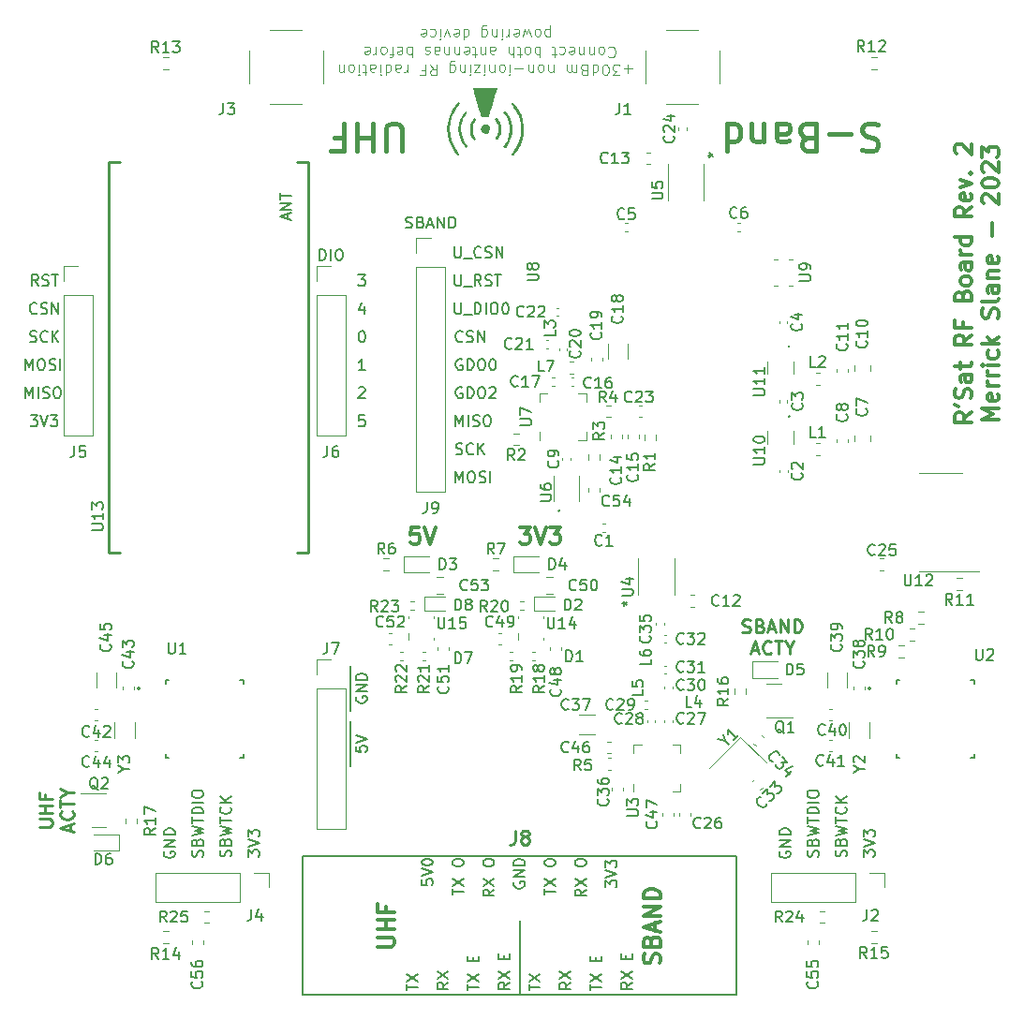
<source format=gbr>
%TF.GenerationSoftware,KiCad,Pcbnew,(6.0.8)*%
%TF.CreationDate,2023-02-25T01:36:39-08:00*%
%TF.ProjectId,RF_Board,52465f42-6f61-4726-942e-6b696361645f,rev?*%
%TF.SameCoordinates,Original*%
%TF.FileFunction,Legend,Top*%
%TF.FilePolarity,Positive*%
%FSLAX46Y46*%
G04 Gerber Fmt 4.6, Leading zero omitted, Abs format (unit mm)*
G04 Created by KiCad (PCBNEW (6.0.8)) date 2023-02-25 01:36:39*
%MOMM*%
%LPD*%
G01*
G04 APERTURE LIST*
%ADD10C,0.150000*%
%ADD11C,0.300000*%
%ADD12C,0.200000*%
%ADD13C,0.400000*%
%ADD14C,0.250000*%
%ADD15C,0.120000*%
%ADD16C,0.254000*%
%ADD17C,0.127000*%
G04 APERTURE END LIST*
D10*
X45000000Y-83000000D02*
X45000000Y-89695000D01*
X34757380Y-89307261D02*
X34757380Y-88735833D01*
X35757380Y-89021547D02*
X34757380Y-89021547D01*
X34757380Y-88497738D02*
X35757380Y-87831071D01*
X34757380Y-87831071D02*
X35757380Y-88497738D01*
X45837380Y-89307261D02*
X45837380Y-88735833D01*
X46837380Y-89021547D02*
X45837380Y-89021547D01*
X45837380Y-88497738D02*
X46837380Y-87831071D01*
X45837380Y-87831071D02*
X46837380Y-88497738D01*
X42682380Y-80194880D02*
X42206190Y-80528214D01*
X42682380Y-80766309D02*
X41682380Y-80766309D01*
X41682380Y-80385357D01*
X41730000Y-80290119D01*
X41777619Y-80242500D01*
X41872857Y-80194880D01*
X42015714Y-80194880D01*
X42110952Y-80242500D01*
X42158571Y-80290119D01*
X42206190Y-80385357D01*
X42206190Y-80766309D01*
X41682380Y-79861547D02*
X42682380Y-79194880D01*
X41682380Y-79194880D02*
X42682380Y-79861547D01*
X41682380Y-77861547D02*
X41682380Y-77671071D01*
X41730000Y-77575833D01*
X41825238Y-77480595D01*
X42015714Y-77432976D01*
X42349047Y-77432976D01*
X42539523Y-77480595D01*
X42634761Y-77575833D01*
X42682380Y-77671071D01*
X42682380Y-77861547D01*
X42634761Y-77956785D01*
X42539523Y-78052023D01*
X42349047Y-78099642D01*
X42015714Y-78099642D01*
X41825238Y-78052023D01*
X41730000Y-77956785D01*
X41682380Y-77861547D01*
X50992380Y-80194880D02*
X50516190Y-80528214D01*
X50992380Y-80766309D02*
X49992380Y-80766309D01*
X49992380Y-80385357D01*
X50040000Y-80290119D01*
X50087619Y-80242500D01*
X50182857Y-80194880D01*
X50325714Y-80194880D01*
X50420952Y-80242500D01*
X50468571Y-80290119D01*
X50516190Y-80385357D01*
X50516190Y-80766309D01*
X49992380Y-79861547D02*
X50992380Y-79194880D01*
X49992380Y-79194880D02*
X50992380Y-79861547D01*
X49992380Y-77861547D02*
X49992380Y-77671071D01*
X50040000Y-77575833D01*
X50135238Y-77480595D01*
X50325714Y-77432976D01*
X50659047Y-77432976D01*
X50849523Y-77480595D01*
X50944761Y-77575833D01*
X50992380Y-77671071D01*
X50992380Y-77861547D01*
X50944761Y-77956785D01*
X50849523Y-78052023D01*
X50659047Y-78099642D01*
X50325714Y-78099642D01*
X50135238Y-78052023D01*
X50040000Y-77956785D01*
X49992380Y-77861547D01*
D11*
X57607142Y-86857142D02*
X57678571Y-86642857D01*
X57678571Y-86285714D01*
X57607142Y-86142857D01*
X57535714Y-86071428D01*
X57392857Y-86000000D01*
X57250000Y-86000000D01*
X57107142Y-86071428D01*
X57035714Y-86142857D01*
X56964285Y-86285714D01*
X56892857Y-86571428D01*
X56821428Y-86714285D01*
X56750000Y-86785714D01*
X56607142Y-86857142D01*
X56464285Y-86857142D01*
X56321428Y-86785714D01*
X56250000Y-86714285D01*
X56178571Y-86571428D01*
X56178571Y-86214285D01*
X56250000Y-86000000D01*
X56892857Y-84857142D02*
X56964285Y-84642857D01*
X57035714Y-84571428D01*
X57178571Y-84500000D01*
X57392857Y-84500000D01*
X57535714Y-84571428D01*
X57607142Y-84642857D01*
X57678571Y-84785714D01*
X57678571Y-85357142D01*
X56178571Y-85357142D01*
X56178571Y-84857142D01*
X56250000Y-84714285D01*
X56321428Y-84642857D01*
X56464285Y-84571428D01*
X56607142Y-84571428D01*
X56750000Y-84642857D01*
X56821428Y-84714285D01*
X56892857Y-84857142D01*
X56892857Y-85357142D01*
X57250000Y-83928571D02*
X57250000Y-83214285D01*
X57678571Y-84071428D02*
X56178571Y-83571428D01*
X57678571Y-83071428D01*
X57678571Y-82571428D02*
X56178571Y-82571428D01*
X57678571Y-81714285D01*
X56178571Y-81714285D01*
X57678571Y-81000000D02*
X56178571Y-81000000D01*
X56178571Y-80642857D01*
X56250000Y-80428571D01*
X56392857Y-80285714D01*
X56535714Y-80214285D01*
X56821428Y-80142857D01*
X57035714Y-80142857D01*
X57321428Y-80214285D01*
X57464285Y-80285714D01*
X57607142Y-80428571D01*
X57678571Y-80642857D01*
X57678571Y-81000000D01*
D10*
X38912380Y-80671071D02*
X38912380Y-80099642D01*
X39912380Y-80385357D02*
X38912380Y-80385357D01*
X38912380Y-79861547D02*
X39912380Y-79194880D01*
X38912380Y-79194880D02*
X39912380Y-79861547D01*
X38912380Y-77861547D02*
X38912380Y-77671071D01*
X38960000Y-77575833D01*
X39055238Y-77480595D01*
X39245714Y-77432976D01*
X39579047Y-77432976D01*
X39769523Y-77480595D01*
X39864761Y-77575833D01*
X39912380Y-77671071D01*
X39912380Y-77861547D01*
X39864761Y-77956785D01*
X39769523Y-78052023D01*
X39579047Y-78099642D01*
X39245714Y-78099642D01*
X39055238Y-78052023D01*
X38960000Y-77956785D01*
X38912380Y-77861547D01*
X49607380Y-88592976D02*
X49131190Y-88926309D01*
X49607380Y-89164404D02*
X48607380Y-89164404D01*
X48607380Y-88783452D01*
X48655000Y-88688214D01*
X48702619Y-88640595D01*
X48797857Y-88592976D01*
X48940714Y-88592976D01*
X49035952Y-88640595D01*
X49083571Y-88688214D01*
X49131190Y-88783452D01*
X49131190Y-89164404D01*
X48607380Y-88259642D02*
X49607380Y-87592976D01*
X48607380Y-87592976D02*
X49607380Y-88259642D01*
X44067380Y-88592976D02*
X43591190Y-88926309D01*
X44067380Y-89164404D02*
X43067380Y-89164404D01*
X43067380Y-88783452D01*
X43115000Y-88688214D01*
X43162619Y-88640595D01*
X43257857Y-88592976D01*
X43400714Y-88592976D01*
X43495952Y-88640595D01*
X43543571Y-88688214D01*
X43591190Y-88783452D01*
X43591190Y-89164404D01*
X43067380Y-88259642D02*
X44067380Y-87592976D01*
X43067380Y-87592976D02*
X44067380Y-88259642D01*
X43543571Y-86450119D02*
X43543571Y-86116785D01*
X44067380Y-85973928D02*
X44067380Y-86450119D01*
X43067380Y-86450119D01*
X43067380Y-85973928D01*
X40297380Y-89307261D02*
X40297380Y-88735833D01*
X41297380Y-89021547D02*
X40297380Y-89021547D01*
X40297380Y-88497738D02*
X41297380Y-87831071D01*
X40297380Y-87831071D02*
X41297380Y-88497738D01*
X40773571Y-86688214D02*
X40773571Y-86354880D01*
X41297380Y-86212023D02*
X41297380Y-86688214D01*
X40297380Y-86688214D01*
X40297380Y-86212023D01*
X36142380Y-79290119D02*
X36142380Y-79766309D01*
X36618571Y-79813928D01*
X36570952Y-79766309D01*
X36523333Y-79671071D01*
X36523333Y-79432976D01*
X36570952Y-79337738D01*
X36618571Y-79290119D01*
X36713809Y-79242500D01*
X36951904Y-79242500D01*
X37047142Y-79290119D01*
X37094761Y-79337738D01*
X37142380Y-79432976D01*
X37142380Y-79671071D01*
X37094761Y-79766309D01*
X37047142Y-79813928D01*
X36142380Y-78956785D02*
X37142380Y-78623452D01*
X36142380Y-78290119D01*
X36142380Y-77766309D02*
X36142380Y-77671071D01*
X36190000Y-77575833D01*
X36237619Y-77528214D01*
X36332857Y-77480595D01*
X36523333Y-77432976D01*
X36761428Y-77432976D01*
X36951904Y-77480595D01*
X37047142Y-77528214D01*
X37094761Y-77575833D01*
X37142380Y-77671071D01*
X37142380Y-77766309D01*
X37094761Y-77861547D01*
X37047142Y-77909166D01*
X36951904Y-77956785D01*
X36761428Y-78004404D01*
X36523333Y-78004404D01*
X36332857Y-77956785D01*
X36237619Y-77909166D01*
X36190000Y-77861547D01*
X36142380Y-77766309D01*
D11*
X32178571Y-85357142D02*
X33392857Y-85357142D01*
X33535714Y-85285714D01*
X33607142Y-85214285D01*
X33678571Y-85071428D01*
X33678571Y-84785714D01*
X33607142Y-84642857D01*
X33535714Y-84571428D01*
X33392857Y-84500000D01*
X32178571Y-84500000D01*
X33678571Y-83785714D02*
X32178571Y-83785714D01*
X32892857Y-83785714D02*
X32892857Y-82928571D01*
X33678571Y-82928571D02*
X32178571Y-82928571D01*
X32892857Y-81714285D02*
X32892857Y-82214285D01*
X33678571Y-82214285D02*
X32178571Y-82214285D01*
X32178571Y-81500000D01*
D10*
X55147380Y-88592976D02*
X54671190Y-88926309D01*
X55147380Y-89164404D02*
X54147380Y-89164404D01*
X54147380Y-88783452D01*
X54195000Y-88688214D01*
X54242619Y-88640595D01*
X54337857Y-88592976D01*
X54480714Y-88592976D01*
X54575952Y-88640595D01*
X54623571Y-88688214D01*
X54671190Y-88783452D01*
X54671190Y-89164404D01*
X54147380Y-88259642D02*
X55147380Y-87592976D01*
X54147380Y-87592976D02*
X55147380Y-88259642D01*
X54623571Y-86450119D02*
X54623571Y-86116785D01*
X55147380Y-85973928D02*
X55147380Y-86450119D01*
X54147380Y-86450119D01*
X54147380Y-85973928D01*
X52762380Y-79988547D02*
X52762380Y-79369500D01*
X53143333Y-79702833D01*
X53143333Y-79559976D01*
X53190952Y-79464738D01*
X53238571Y-79417119D01*
X53333809Y-79369500D01*
X53571904Y-79369500D01*
X53667142Y-79417119D01*
X53714761Y-79464738D01*
X53762380Y-79559976D01*
X53762380Y-79845690D01*
X53714761Y-79940928D01*
X53667142Y-79988547D01*
X52762380Y-79083785D02*
X53762380Y-78750452D01*
X52762380Y-78417119D01*
X52762380Y-78179023D02*
X52762380Y-77559976D01*
X53143333Y-77893309D01*
X53143333Y-77750452D01*
X53190952Y-77655214D01*
X53238571Y-77607595D01*
X53333809Y-77559976D01*
X53571904Y-77559976D01*
X53667142Y-77607595D01*
X53714761Y-77655214D01*
X53762380Y-77750452D01*
X53762380Y-78036166D01*
X53714761Y-78131404D01*
X53667142Y-78179023D01*
X51377380Y-89307261D02*
X51377380Y-88735833D01*
X52377380Y-89021547D02*
X51377380Y-89021547D01*
X51377380Y-88497738D02*
X52377380Y-87831071D01*
X51377380Y-87831071D02*
X52377380Y-88497738D01*
X51853571Y-86688214D02*
X51853571Y-86354880D01*
X52377380Y-86212023D02*
X52377380Y-86688214D01*
X51377380Y-86688214D01*
X51377380Y-86212023D01*
X47222380Y-80671071D02*
X47222380Y-80099642D01*
X48222380Y-80385357D02*
X47222380Y-80385357D01*
X47222380Y-79861547D02*
X48222380Y-79194880D01*
X47222380Y-79194880D02*
X48222380Y-79861547D01*
X47222380Y-77861547D02*
X47222380Y-77671071D01*
X47270000Y-77575833D01*
X47365238Y-77480595D01*
X47555714Y-77432976D01*
X47889047Y-77432976D01*
X48079523Y-77480595D01*
X48174761Y-77575833D01*
X48222380Y-77671071D01*
X48222380Y-77861547D01*
X48174761Y-77956785D01*
X48079523Y-78052023D01*
X47889047Y-78099642D01*
X47555714Y-78099642D01*
X47365238Y-78052023D01*
X47270000Y-77956785D01*
X47222380Y-77861547D01*
X44500000Y-79528214D02*
X44452380Y-79623452D01*
X44452380Y-79766309D01*
X44500000Y-79909166D01*
X44595238Y-80004404D01*
X44690476Y-80052023D01*
X44880952Y-80099642D01*
X45023809Y-80099642D01*
X45214285Y-80052023D01*
X45309523Y-80004404D01*
X45404761Y-79909166D01*
X45452380Y-79766309D01*
X45452380Y-79671071D01*
X45404761Y-79528214D01*
X45357142Y-79480595D01*
X45023809Y-79480595D01*
X45023809Y-79671071D01*
X45452380Y-79052023D02*
X44452380Y-79052023D01*
X45452380Y-78480595D01*
X44452380Y-78480595D01*
X45452380Y-78004404D02*
X44452380Y-78004404D01*
X44452380Y-77766309D01*
X44500000Y-77623452D01*
X44595238Y-77528214D01*
X44690476Y-77480595D01*
X44880952Y-77432976D01*
X45023809Y-77432976D01*
X45214285Y-77480595D01*
X45309523Y-77528214D01*
X45404761Y-77623452D01*
X45452380Y-77766309D01*
X45452380Y-78004404D01*
X38527380Y-88592976D02*
X38051190Y-88926309D01*
X38527380Y-89164404D02*
X37527380Y-89164404D01*
X37527380Y-88783452D01*
X37575000Y-88688214D01*
X37622619Y-88640595D01*
X37717857Y-88592976D01*
X37860714Y-88592976D01*
X37955952Y-88640595D01*
X38003571Y-88688214D01*
X38051190Y-88783452D01*
X38051190Y-89164404D01*
X37527380Y-88259642D02*
X38527380Y-87592976D01*
X37527380Y-87592976D02*
X38527380Y-88259642D01*
X29718000Y-59966000D02*
X29718000Y-64030000D01*
X29718000Y-65024000D02*
X29718000Y-69088000D01*
D12*
X30186380Y-67246476D02*
X30186380Y-67722666D01*
X30662571Y-67770285D01*
X30614952Y-67722666D01*
X30567333Y-67627428D01*
X30567333Y-67389333D01*
X30614952Y-67294095D01*
X30662571Y-67246476D01*
X30757809Y-67198857D01*
X30995904Y-67198857D01*
X31091142Y-67246476D01*
X31138761Y-67294095D01*
X31186380Y-67389333D01*
X31186380Y-67627428D01*
X31138761Y-67722666D01*
X31091142Y-67770285D01*
X30186380Y-66913142D02*
X31186380Y-66579809D01*
X30186380Y-66246476D01*
X746285Y-30652761D02*
X889142Y-30700380D01*
X1127238Y-30700380D01*
X1222476Y-30652761D01*
X1270095Y-30605142D01*
X1317714Y-30509904D01*
X1317714Y-30414666D01*
X1270095Y-30319428D01*
X1222476Y-30271809D01*
X1127238Y-30224190D01*
X936761Y-30176571D01*
X841523Y-30128952D01*
X793904Y-30081333D01*
X746285Y-29986095D01*
X746285Y-29890857D01*
X793904Y-29795619D01*
X841523Y-29748000D01*
X936761Y-29700380D01*
X1174857Y-29700380D01*
X1317714Y-29748000D01*
X2317714Y-30605142D02*
X2270095Y-30652761D01*
X2127238Y-30700380D01*
X2032000Y-30700380D01*
X1889142Y-30652761D01*
X1793904Y-30557523D01*
X1746285Y-30462285D01*
X1698666Y-30271809D01*
X1698666Y-30128952D01*
X1746285Y-29938476D01*
X1793904Y-29843238D01*
X1889142Y-29748000D01*
X2032000Y-29700380D01*
X2127238Y-29700380D01*
X2270095Y-29748000D01*
X2317714Y-29795619D01*
X2746285Y-30700380D02*
X2746285Y-29700380D01*
X3317714Y-30700380D02*
X2889142Y-30128952D01*
X3317714Y-29700380D02*
X2746285Y-30271809D01*
X1484380Y-25620380D02*
X1151047Y-25144190D01*
X912952Y-25620380D02*
X912952Y-24620380D01*
X1293904Y-24620380D01*
X1389142Y-24668000D01*
X1436761Y-24715619D01*
X1484380Y-24810857D01*
X1484380Y-24953714D01*
X1436761Y-25048952D01*
X1389142Y-25096571D01*
X1293904Y-25144190D01*
X912952Y-25144190D01*
X1865333Y-25572761D02*
X2008190Y-25620380D01*
X2246285Y-25620380D01*
X2341523Y-25572761D01*
X2389142Y-25525142D01*
X2436761Y-25429904D01*
X2436761Y-25334666D01*
X2389142Y-25239428D01*
X2341523Y-25191809D01*
X2246285Y-25144190D01*
X2055809Y-25096571D01*
X1960571Y-25048952D01*
X1912952Y-25001333D01*
X1865333Y-24906095D01*
X1865333Y-24810857D01*
X1912952Y-24715619D01*
X1960571Y-24668000D01*
X2055809Y-24620380D01*
X2293904Y-24620380D01*
X2436761Y-24668000D01*
X2722476Y-24620380D02*
X3293904Y-24620380D01*
X3008190Y-25620380D02*
X3008190Y-24620380D01*
D10*
X74484761Y-77214095D02*
X74532380Y-77071238D01*
X74532380Y-76833142D01*
X74484761Y-76737904D01*
X74437142Y-76690285D01*
X74341904Y-76642666D01*
X74246666Y-76642666D01*
X74151428Y-76690285D01*
X74103809Y-76737904D01*
X74056190Y-76833142D01*
X74008571Y-77023619D01*
X73960952Y-77118857D01*
X73913333Y-77166476D01*
X73818095Y-77214095D01*
X73722857Y-77214095D01*
X73627619Y-77166476D01*
X73580000Y-77118857D01*
X73532380Y-77023619D01*
X73532380Y-76785523D01*
X73580000Y-76642666D01*
X74008571Y-75880761D02*
X74056190Y-75737904D01*
X74103809Y-75690285D01*
X74199047Y-75642666D01*
X74341904Y-75642666D01*
X74437142Y-75690285D01*
X74484761Y-75737904D01*
X74532380Y-75833142D01*
X74532380Y-76214095D01*
X73532380Y-76214095D01*
X73532380Y-75880761D01*
X73580000Y-75785523D01*
X73627619Y-75737904D01*
X73722857Y-75690285D01*
X73818095Y-75690285D01*
X73913333Y-75737904D01*
X73960952Y-75785523D01*
X74008571Y-75880761D01*
X74008571Y-76214095D01*
X73532380Y-75309333D02*
X74532380Y-75071238D01*
X73818095Y-74880761D01*
X74532380Y-74690285D01*
X73532380Y-74452190D01*
X73532380Y-74214095D02*
X73532380Y-73642666D01*
X74532380Y-73928380D02*
X73532380Y-73928380D01*
X74437142Y-72737904D02*
X74484761Y-72785523D01*
X74532380Y-72928380D01*
X74532380Y-73023619D01*
X74484761Y-73166476D01*
X74389523Y-73261714D01*
X74294285Y-73309333D01*
X74103809Y-73356952D01*
X73960952Y-73356952D01*
X73770476Y-73309333D01*
X73675238Y-73261714D01*
X73580000Y-73166476D01*
X73532380Y-73023619D01*
X73532380Y-72928380D01*
X73580000Y-72785523D01*
X73627619Y-72737904D01*
X74532380Y-72309333D02*
X73532380Y-72309333D01*
X74532380Y-71737904D02*
X73960952Y-72166476D01*
X73532380Y-71737904D02*
X74103809Y-72309333D01*
D12*
X39822523Y-30605142D02*
X39774904Y-30652761D01*
X39632047Y-30700380D01*
X39536809Y-30700380D01*
X39393952Y-30652761D01*
X39298714Y-30557523D01*
X39251095Y-30462285D01*
X39203476Y-30271809D01*
X39203476Y-30128952D01*
X39251095Y-29938476D01*
X39298714Y-29843238D01*
X39393952Y-29748000D01*
X39536809Y-29700380D01*
X39632047Y-29700380D01*
X39774904Y-29748000D01*
X39822523Y-29795619D01*
X40203476Y-30652761D02*
X40346333Y-30700380D01*
X40584428Y-30700380D01*
X40679666Y-30652761D01*
X40727285Y-30605142D01*
X40774904Y-30509904D01*
X40774904Y-30414666D01*
X40727285Y-30319428D01*
X40679666Y-30271809D01*
X40584428Y-30224190D01*
X40393952Y-30176571D01*
X40298714Y-30128952D01*
X40251095Y-30081333D01*
X40203476Y-29986095D01*
X40203476Y-29890857D01*
X40251095Y-29795619D01*
X40298714Y-29748000D01*
X40393952Y-29700380D01*
X40632047Y-29700380D01*
X40774904Y-29748000D01*
X41203476Y-30700380D02*
X41203476Y-29700380D01*
X41774904Y-30700380D01*
X41774904Y-29700380D01*
X30448285Y-34875619D02*
X30495904Y-34828000D01*
X30591142Y-34780380D01*
X30829238Y-34780380D01*
X30924476Y-34828000D01*
X30972095Y-34875619D01*
X31019714Y-34970857D01*
X31019714Y-35066095D01*
X30972095Y-35208952D01*
X30400666Y-35780380D01*
X31019714Y-35780380D01*
X39782904Y-34828000D02*
X39687666Y-34780380D01*
X39544809Y-34780380D01*
X39401952Y-34828000D01*
X39306714Y-34923238D01*
X39259095Y-35018476D01*
X39211476Y-35208952D01*
X39211476Y-35351809D01*
X39259095Y-35542285D01*
X39306714Y-35637523D01*
X39401952Y-35732761D01*
X39544809Y-35780380D01*
X39640047Y-35780380D01*
X39782904Y-35732761D01*
X39830523Y-35685142D01*
X39830523Y-35351809D01*
X39640047Y-35351809D01*
X40259095Y-35780380D02*
X40259095Y-34780380D01*
X40497190Y-34780380D01*
X40640047Y-34828000D01*
X40735285Y-34923238D01*
X40782904Y-35018476D01*
X40830523Y-35208952D01*
X40830523Y-35351809D01*
X40782904Y-35542285D01*
X40735285Y-35637523D01*
X40640047Y-35732761D01*
X40497190Y-35780380D01*
X40259095Y-35780380D01*
X41449571Y-34780380D02*
X41640047Y-34780380D01*
X41735285Y-34828000D01*
X41830523Y-34923238D01*
X41878142Y-35113714D01*
X41878142Y-35447047D01*
X41830523Y-35637523D01*
X41735285Y-35732761D01*
X41640047Y-35780380D01*
X41449571Y-35780380D01*
X41354333Y-35732761D01*
X41259095Y-35637523D01*
X41211476Y-35447047D01*
X41211476Y-35113714D01*
X41259095Y-34923238D01*
X41354333Y-34828000D01*
X41449571Y-34780380D01*
X42259095Y-34875619D02*
X42306714Y-34828000D01*
X42401952Y-34780380D01*
X42640047Y-34780380D01*
X42735285Y-34828000D01*
X42782904Y-34875619D01*
X42830523Y-34970857D01*
X42830523Y-35066095D01*
X42782904Y-35208952D01*
X42211476Y-35780380D01*
X42830523Y-35780380D01*
X30400666Y-24620380D02*
X31019714Y-24620380D01*
X30686380Y-25001333D01*
X30829238Y-25001333D01*
X30924476Y-25048952D01*
X30972095Y-25096571D01*
X31019714Y-25191809D01*
X31019714Y-25429904D01*
X30972095Y-25525142D01*
X30924476Y-25572761D01*
X30829238Y-25620380D01*
X30543523Y-25620380D01*
X30448285Y-25572761D01*
X30400666Y-25525142D01*
X39227285Y-40812761D02*
X39370142Y-40860380D01*
X39608238Y-40860380D01*
X39703476Y-40812761D01*
X39751095Y-40765142D01*
X39798714Y-40669904D01*
X39798714Y-40574666D01*
X39751095Y-40479428D01*
X39703476Y-40431809D01*
X39608238Y-40384190D01*
X39417761Y-40336571D01*
X39322523Y-40288952D01*
X39274904Y-40241333D01*
X39227285Y-40146095D01*
X39227285Y-40050857D01*
X39274904Y-39955619D01*
X39322523Y-39908000D01*
X39417761Y-39860380D01*
X39655857Y-39860380D01*
X39798714Y-39908000D01*
X40798714Y-40765142D02*
X40751095Y-40812761D01*
X40608238Y-40860380D01*
X40513000Y-40860380D01*
X40370142Y-40812761D01*
X40274904Y-40717523D01*
X40227285Y-40622285D01*
X40179666Y-40431809D01*
X40179666Y-40288952D01*
X40227285Y-40098476D01*
X40274904Y-40003238D01*
X40370142Y-39908000D01*
X40513000Y-39860380D01*
X40608238Y-39860380D01*
X40751095Y-39908000D01*
X40798714Y-39955619D01*
X41227285Y-40860380D02*
X41227285Y-39860380D01*
X41798714Y-40860380D02*
X41370142Y-40288952D01*
X41798714Y-39860380D02*
X41227285Y-40431809D01*
X26916190Y-23312380D02*
X26916190Y-22312380D01*
X27154285Y-22312380D01*
X27297142Y-22360000D01*
X27392380Y-22455238D01*
X27440000Y-22550476D01*
X27487619Y-22740952D01*
X27487619Y-22883809D01*
X27440000Y-23074285D01*
X27392380Y-23169523D01*
X27297142Y-23264761D01*
X27154285Y-23312380D01*
X26916190Y-23312380D01*
X27916190Y-23312380D02*
X27916190Y-22312380D01*
X28582857Y-22312380D02*
X28773333Y-22312380D01*
X28868571Y-22360000D01*
X28963809Y-22455238D01*
X29011428Y-22645714D01*
X29011428Y-22979047D01*
X28963809Y-23169523D01*
X28868571Y-23264761D01*
X28773333Y-23312380D01*
X28582857Y-23312380D01*
X28487619Y-23264761D01*
X28392380Y-23169523D01*
X28344761Y-22979047D01*
X28344761Y-22645714D01*
X28392380Y-22455238D01*
X28487619Y-22360000D01*
X28582857Y-22312380D01*
D11*
X35909285Y-47438571D02*
X35195000Y-47438571D01*
X35123571Y-48152857D01*
X35195000Y-48081428D01*
X35337857Y-48010000D01*
X35695000Y-48010000D01*
X35837857Y-48081428D01*
X35909285Y-48152857D01*
X35980714Y-48295714D01*
X35980714Y-48652857D01*
X35909285Y-48795714D01*
X35837857Y-48867142D01*
X35695000Y-48938571D01*
X35337857Y-48938571D01*
X35195000Y-48867142D01*
X35123571Y-48795714D01*
X36409285Y-47438571D02*
X36909285Y-48938571D01*
X37409285Y-47438571D01*
D13*
X34337238Y-13434047D02*
X34337238Y-11410238D01*
X34218190Y-11172142D01*
X34099142Y-11053095D01*
X33861047Y-10934047D01*
X33384857Y-10934047D01*
X33146761Y-11053095D01*
X33027714Y-11172142D01*
X32908666Y-11410238D01*
X32908666Y-13434047D01*
X31718190Y-10934047D02*
X31718190Y-13434047D01*
X31718190Y-12243571D02*
X30289619Y-12243571D01*
X30289619Y-10934047D02*
X30289619Y-13434047D01*
X28265809Y-12243571D02*
X29099142Y-12243571D01*
X29099142Y-10934047D02*
X29099142Y-13434047D01*
X27908666Y-13434047D01*
D11*
X85831071Y-37078571D02*
X85116785Y-37578571D01*
X85831071Y-37935714D02*
X84331071Y-37935714D01*
X84331071Y-37364285D01*
X84402500Y-37221428D01*
X84473928Y-37149999D01*
X84616785Y-37078571D01*
X84831071Y-37078571D01*
X84973928Y-37149999D01*
X85045357Y-37221428D01*
X85116785Y-37364285D01*
X85116785Y-37935714D01*
X84331071Y-36364285D02*
X84616785Y-36507142D01*
X85759642Y-35792857D02*
X85831071Y-35578571D01*
X85831071Y-35221428D01*
X85759642Y-35078571D01*
X85688214Y-35007142D01*
X85545357Y-34935714D01*
X85402500Y-34935714D01*
X85259642Y-35007142D01*
X85188214Y-35078571D01*
X85116785Y-35221428D01*
X85045357Y-35507142D01*
X84973928Y-35649999D01*
X84902500Y-35721428D01*
X84759642Y-35792857D01*
X84616785Y-35792857D01*
X84473928Y-35721428D01*
X84402500Y-35649999D01*
X84331071Y-35507142D01*
X84331071Y-35149999D01*
X84402500Y-34935714D01*
X85831071Y-33649999D02*
X85045357Y-33649999D01*
X84902500Y-33721428D01*
X84831071Y-33864285D01*
X84831071Y-34149999D01*
X84902500Y-34292857D01*
X85759642Y-33649999D02*
X85831071Y-33792857D01*
X85831071Y-34149999D01*
X85759642Y-34292857D01*
X85616785Y-34364285D01*
X85473928Y-34364285D01*
X85331071Y-34292857D01*
X85259642Y-34149999D01*
X85259642Y-33792857D01*
X85188214Y-33649999D01*
X84831071Y-33149999D02*
X84831071Y-32578571D01*
X84331071Y-32935714D02*
X85616785Y-32935714D01*
X85759642Y-32864285D01*
X85831071Y-32721428D01*
X85831071Y-32578571D01*
X85831071Y-30078571D02*
X85116785Y-30578571D01*
X85831071Y-30935714D02*
X84331071Y-30935714D01*
X84331071Y-30364285D01*
X84402500Y-30221428D01*
X84473928Y-30149999D01*
X84616785Y-30078571D01*
X84831071Y-30078571D01*
X84973928Y-30149999D01*
X85045357Y-30221428D01*
X85116785Y-30364285D01*
X85116785Y-30935714D01*
X85045357Y-28935714D02*
X85045357Y-29435714D01*
X85831071Y-29435714D02*
X84331071Y-29435714D01*
X84331071Y-28721428D01*
X85045357Y-26507142D02*
X85116785Y-26292857D01*
X85188214Y-26221428D01*
X85331071Y-26149999D01*
X85545357Y-26149999D01*
X85688214Y-26221428D01*
X85759642Y-26292857D01*
X85831071Y-26435714D01*
X85831071Y-27007142D01*
X84331071Y-27007142D01*
X84331071Y-26507142D01*
X84402500Y-26364285D01*
X84473928Y-26292857D01*
X84616785Y-26221428D01*
X84759642Y-26221428D01*
X84902500Y-26292857D01*
X84973928Y-26364285D01*
X85045357Y-26507142D01*
X85045357Y-27007142D01*
X85831071Y-25292857D02*
X85759642Y-25435714D01*
X85688214Y-25507142D01*
X85545357Y-25578571D01*
X85116785Y-25578571D01*
X84973928Y-25507142D01*
X84902500Y-25435714D01*
X84831071Y-25292857D01*
X84831071Y-25078571D01*
X84902500Y-24935714D01*
X84973928Y-24864285D01*
X85116785Y-24792857D01*
X85545357Y-24792857D01*
X85688214Y-24864285D01*
X85759642Y-24935714D01*
X85831071Y-25078571D01*
X85831071Y-25292857D01*
X85831071Y-23507142D02*
X85045357Y-23507142D01*
X84902500Y-23578571D01*
X84831071Y-23721428D01*
X84831071Y-24007142D01*
X84902500Y-24150000D01*
X85759642Y-23507142D02*
X85831071Y-23650000D01*
X85831071Y-24007142D01*
X85759642Y-24150000D01*
X85616785Y-24221428D01*
X85473928Y-24221428D01*
X85331071Y-24150000D01*
X85259642Y-24007142D01*
X85259642Y-23650000D01*
X85188214Y-23507142D01*
X85831071Y-22792857D02*
X84831071Y-22792857D01*
X85116785Y-22792857D02*
X84973928Y-22721428D01*
X84902500Y-22650000D01*
X84831071Y-22507142D01*
X84831071Y-22364285D01*
X85831071Y-21221428D02*
X84331071Y-21221428D01*
X85759642Y-21221428D02*
X85831071Y-21364285D01*
X85831071Y-21650000D01*
X85759642Y-21792857D01*
X85688214Y-21864285D01*
X85545357Y-21935714D01*
X85116785Y-21935714D01*
X84973928Y-21864285D01*
X84902500Y-21792857D01*
X84831071Y-21650000D01*
X84831071Y-21364285D01*
X84902500Y-21221428D01*
X85831071Y-18507142D02*
X85116785Y-19007142D01*
X85831071Y-19364285D02*
X84331071Y-19364285D01*
X84331071Y-18792857D01*
X84402500Y-18650000D01*
X84473928Y-18578571D01*
X84616785Y-18507142D01*
X84831071Y-18507142D01*
X84973928Y-18578571D01*
X85045357Y-18650000D01*
X85116785Y-18792857D01*
X85116785Y-19364285D01*
X85759642Y-17292857D02*
X85831071Y-17435714D01*
X85831071Y-17721428D01*
X85759642Y-17864285D01*
X85616785Y-17935714D01*
X85045357Y-17935714D01*
X84902500Y-17864285D01*
X84831071Y-17721428D01*
X84831071Y-17435714D01*
X84902500Y-17292857D01*
X85045357Y-17221428D01*
X85188214Y-17221428D01*
X85331071Y-17935714D01*
X84831071Y-16721428D02*
X85831071Y-16364285D01*
X84831071Y-16007142D01*
X85688214Y-15435714D02*
X85759642Y-15364285D01*
X85831071Y-15435714D01*
X85759642Y-15507142D01*
X85688214Y-15435714D01*
X85831071Y-15435714D01*
X84473928Y-13650000D02*
X84402500Y-13578571D01*
X84331071Y-13435714D01*
X84331071Y-13078571D01*
X84402500Y-12935714D01*
X84473928Y-12864285D01*
X84616785Y-12792857D01*
X84759642Y-12792857D01*
X84973928Y-12864285D01*
X85831071Y-13721428D01*
X85831071Y-12792857D01*
X88246071Y-37685714D02*
X86746071Y-37685714D01*
X87817500Y-37185714D01*
X86746071Y-36685714D01*
X88246071Y-36685714D01*
X88174642Y-35400000D02*
X88246071Y-35542857D01*
X88246071Y-35828571D01*
X88174642Y-35971428D01*
X88031785Y-36042857D01*
X87460357Y-36042857D01*
X87317500Y-35971428D01*
X87246071Y-35828571D01*
X87246071Y-35542857D01*
X87317500Y-35400000D01*
X87460357Y-35328571D01*
X87603214Y-35328571D01*
X87746071Y-36042857D01*
X88246071Y-34685714D02*
X87246071Y-34685714D01*
X87531785Y-34685714D02*
X87388928Y-34614285D01*
X87317500Y-34542857D01*
X87246071Y-34400000D01*
X87246071Y-34257142D01*
X88246071Y-33757142D02*
X87246071Y-33757142D01*
X87531785Y-33757142D02*
X87388928Y-33685714D01*
X87317500Y-33614285D01*
X87246071Y-33471428D01*
X87246071Y-33328571D01*
X88246071Y-32828571D02*
X87246071Y-32828571D01*
X86746071Y-32828571D02*
X86817500Y-32900000D01*
X86888928Y-32828571D01*
X86817500Y-32757142D01*
X86746071Y-32828571D01*
X86888928Y-32828571D01*
X88174642Y-31471428D02*
X88246071Y-31614285D01*
X88246071Y-31900000D01*
X88174642Y-32042857D01*
X88103214Y-32114285D01*
X87960357Y-32185714D01*
X87531785Y-32185714D01*
X87388928Y-32114285D01*
X87317500Y-32042857D01*
X87246071Y-31900000D01*
X87246071Y-31614285D01*
X87317500Y-31471428D01*
X88246071Y-30828571D02*
X86746071Y-30828571D01*
X87674642Y-30685714D02*
X88246071Y-30257142D01*
X87246071Y-30257142D02*
X87817500Y-30828571D01*
X88174642Y-28542857D02*
X88246071Y-28328571D01*
X88246071Y-27971428D01*
X88174642Y-27828571D01*
X88103214Y-27757142D01*
X87960357Y-27685714D01*
X87817500Y-27685714D01*
X87674642Y-27757142D01*
X87603214Y-27828571D01*
X87531785Y-27971428D01*
X87460357Y-28257142D01*
X87388928Y-28400000D01*
X87317500Y-28471428D01*
X87174642Y-28542857D01*
X87031785Y-28542857D01*
X86888928Y-28471428D01*
X86817500Y-28400000D01*
X86746071Y-28257142D01*
X86746071Y-27900000D01*
X86817500Y-27685714D01*
X88246071Y-26828571D02*
X88174642Y-26971428D01*
X88031785Y-27042857D01*
X86746071Y-27042857D01*
X88246071Y-25614285D02*
X87460357Y-25614285D01*
X87317500Y-25685714D01*
X87246071Y-25828571D01*
X87246071Y-26114285D01*
X87317500Y-26257142D01*
X88174642Y-25614285D02*
X88246071Y-25757142D01*
X88246071Y-26114285D01*
X88174642Y-26257142D01*
X88031785Y-26328571D01*
X87888928Y-26328571D01*
X87746071Y-26257142D01*
X87674642Y-26114285D01*
X87674642Y-25757142D01*
X87603214Y-25614285D01*
X87246071Y-24900000D02*
X88246071Y-24900000D01*
X87388928Y-24900000D02*
X87317500Y-24828571D01*
X87246071Y-24685714D01*
X87246071Y-24471428D01*
X87317500Y-24328571D01*
X87460357Y-24257142D01*
X88246071Y-24257142D01*
X88174642Y-22971428D02*
X88246071Y-23114285D01*
X88246071Y-23400000D01*
X88174642Y-23542857D01*
X88031785Y-23614285D01*
X87460357Y-23614285D01*
X87317500Y-23542857D01*
X87246071Y-23400000D01*
X87246071Y-23114285D01*
X87317500Y-22971428D01*
X87460357Y-22900000D01*
X87603214Y-22900000D01*
X87746071Y-23614285D01*
X87674642Y-21114285D02*
X87674642Y-19971428D01*
X86888928Y-18185714D02*
X86817500Y-18114285D01*
X86746071Y-17971428D01*
X86746071Y-17614285D01*
X86817500Y-17471428D01*
X86888928Y-17400000D01*
X87031785Y-17328571D01*
X87174642Y-17328571D01*
X87388928Y-17400000D01*
X88246071Y-18257142D01*
X88246071Y-17328571D01*
X86746071Y-16400000D02*
X86746071Y-16257142D01*
X86817500Y-16114285D01*
X86888928Y-16042857D01*
X87031785Y-15971428D01*
X87317500Y-15900000D01*
X87674642Y-15900000D01*
X87960357Y-15971428D01*
X88103214Y-16042857D01*
X88174642Y-16114285D01*
X88246071Y-16257142D01*
X88246071Y-16400000D01*
X88174642Y-16542857D01*
X88103214Y-16614285D01*
X87960357Y-16685714D01*
X87674642Y-16757142D01*
X87317500Y-16757142D01*
X87031785Y-16685714D01*
X86888928Y-16614285D01*
X86817500Y-16542857D01*
X86746071Y-16400000D01*
X86888928Y-15328571D02*
X86817500Y-15257142D01*
X86746071Y-15114285D01*
X86746071Y-14757142D01*
X86817500Y-14614285D01*
X86888928Y-14542857D01*
X87031785Y-14471428D01*
X87174642Y-14471428D01*
X87388928Y-14542857D01*
X88246071Y-15400000D01*
X88246071Y-14471428D01*
X86746071Y-13971428D02*
X86746071Y-13042857D01*
X87317500Y-13542857D01*
X87317500Y-13328571D01*
X87388928Y-13185714D01*
X87460357Y-13114285D01*
X87603214Y-13042857D01*
X87960357Y-13042857D01*
X88103214Y-13114285D01*
X88174642Y-13185714D01*
X88246071Y-13328571D01*
X88246071Y-13757142D01*
X88174642Y-13900000D01*
X88103214Y-13971428D01*
D12*
X30972095Y-37320380D02*
X30495904Y-37320380D01*
X30448285Y-37796571D01*
X30495904Y-37748952D01*
X30591142Y-37701333D01*
X30829238Y-37701333D01*
X30924476Y-37748952D01*
X30972095Y-37796571D01*
X31019714Y-37891809D01*
X31019714Y-38129904D01*
X30972095Y-38225142D01*
X30924476Y-38272761D01*
X30829238Y-38320380D01*
X30591142Y-38320380D01*
X30495904Y-38272761D01*
X30448285Y-38225142D01*
X333571Y-35780380D02*
X333571Y-34780380D01*
X666904Y-35494666D01*
X1000238Y-34780380D01*
X1000238Y-35780380D01*
X1476428Y-35780380D02*
X1476428Y-34780380D01*
X1905000Y-35732761D02*
X2047857Y-35780380D01*
X2285952Y-35780380D01*
X2381190Y-35732761D01*
X2428809Y-35685142D01*
X2476428Y-35589904D01*
X2476428Y-35494666D01*
X2428809Y-35399428D01*
X2381190Y-35351809D01*
X2285952Y-35304190D01*
X2095476Y-35256571D01*
X2000238Y-35208952D01*
X1952619Y-35161333D01*
X1905000Y-35066095D01*
X1905000Y-34970857D01*
X1952619Y-34875619D01*
X2000238Y-34828000D01*
X2095476Y-34780380D01*
X2333571Y-34780380D01*
X2476428Y-34828000D01*
X3095476Y-34780380D02*
X3285952Y-34780380D01*
X3381190Y-34828000D01*
X3476428Y-34923238D01*
X3524047Y-35113714D01*
X3524047Y-35447047D01*
X3476428Y-35637523D01*
X3381190Y-35732761D01*
X3285952Y-35780380D01*
X3095476Y-35780380D01*
X3000238Y-35732761D01*
X2905000Y-35637523D01*
X2857380Y-35447047D01*
X2857380Y-35113714D01*
X2905000Y-34923238D01*
X3000238Y-34828000D01*
X3095476Y-34780380D01*
X39195571Y-38320380D02*
X39195571Y-37320380D01*
X39528904Y-38034666D01*
X39862238Y-37320380D01*
X39862238Y-38320380D01*
X40338428Y-38320380D02*
X40338428Y-37320380D01*
X40767000Y-38272761D02*
X40909857Y-38320380D01*
X41147952Y-38320380D01*
X41243190Y-38272761D01*
X41290809Y-38225142D01*
X41338428Y-38129904D01*
X41338428Y-38034666D01*
X41290809Y-37939428D01*
X41243190Y-37891809D01*
X41147952Y-37844190D01*
X40957476Y-37796571D01*
X40862238Y-37748952D01*
X40814619Y-37701333D01*
X40767000Y-37606095D01*
X40767000Y-37510857D01*
X40814619Y-37415619D01*
X40862238Y-37368000D01*
X40957476Y-37320380D01*
X41195571Y-37320380D01*
X41338428Y-37368000D01*
X41957476Y-37320380D02*
X42147952Y-37320380D01*
X42243190Y-37368000D01*
X42338428Y-37463238D01*
X42386047Y-37653714D01*
X42386047Y-37987047D01*
X42338428Y-38177523D01*
X42243190Y-38272761D01*
X42147952Y-38320380D01*
X41957476Y-38320380D01*
X41862238Y-38272761D01*
X41767000Y-38177523D01*
X41719380Y-37987047D01*
X41719380Y-37653714D01*
X41767000Y-37463238D01*
X41862238Y-37368000D01*
X41957476Y-37320380D01*
X333571Y-33240380D02*
X333571Y-32240380D01*
X666904Y-32954666D01*
X1000238Y-32240380D01*
X1000238Y-33240380D01*
X1666904Y-32240380D02*
X1857380Y-32240380D01*
X1952619Y-32288000D01*
X2047857Y-32383238D01*
X2095476Y-32573714D01*
X2095476Y-32907047D01*
X2047857Y-33097523D01*
X1952619Y-33192761D01*
X1857380Y-33240380D01*
X1666904Y-33240380D01*
X1571666Y-33192761D01*
X1476428Y-33097523D01*
X1428809Y-32907047D01*
X1428809Y-32573714D01*
X1476428Y-32383238D01*
X1571666Y-32288000D01*
X1666904Y-32240380D01*
X2476428Y-33192761D02*
X2619285Y-33240380D01*
X2857380Y-33240380D01*
X2952619Y-33192761D01*
X3000238Y-33145142D01*
X3047857Y-33049904D01*
X3047857Y-32954666D01*
X3000238Y-32859428D01*
X2952619Y-32811809D01*
X2857380Y-32764190D01*
X2666904Y-32716571D01*
X2571666Y-32668952D01*
X2524047Y-32621333D01*
X2476428Y-32526095D01*
X2476428Y-32430857D01*
X2524047Y-32335619D01*
X2571666Y-32288000D01*
X2666904Y-32240380D01*
X2905000Y-32240380D01*
X3047857Y-32288000D01*
X3476428Y-33240380D02*
X3476428Y-32240380D01*
D14*
X65119285Y-56923714D02*
X65290714Y-56980857D01*
X65576428Y-56980857D01*
X65690714Y-56923714D01*
X65747857Y-56866571D01*
X65805000Y-56752285D01*
X65805000Y-56638000D01*
X65747857Y-56523714D01*
X65690714Y-56466571D01*
X65576428Y-56409428D01*
X65347857Y-56352285D01*
X65233571Y-56295142D01*
X65176428Y-56238000D01*
X65119285Y-56123714D01*
X65119285Y-56009428D01*
X65176428Y-55895142D01*
X65233571Y-55838000D01*
X65347857Y-55780857D01*
X65633571Y-55780857D01*
X65805000Y-55838000D01*
X66719285Y-56352285D02*
X66890714Y-56409428D01*
X66947857Y-56466571D01*
X67005000Y-56580857D01*
X67005000Y-56752285D01*
X66947857Y-56866571D01*
X66890714Y-56923714D01*
X66776428Y-56980857D01*
X66319285Y-56980857D01*
X66319285Y-55780857D01*
X66719285Y-55780857D01*
X66833571Y-55838000D01*
X66890714Y-55895142D01*
X66947857Y-56009428D01*
X66947857Y-56123714D01*
X66890714Y-56238000D01*
X66833571Y-56295142D01*
X66719285Y-56352285D01*
X66319285Y-56352285D01*
X67462142Y-56638000D02*
X68033571Y-56638000D01*
X67347857Y-56980857D02*
X67747857Y-55780857D01*
X68147857Y-56980857D01*
X68547857Y-56980857D02*
X68547857Y-55780857D01*
X69233571Y-56980857D01*
X69233571Y-55780857D01*
X69805000Y-56980857D02*
X69805000Y-55780857D01*
X70090714Y-55780857D01*
X70262142Y-55838000D01*
X70376428Y-55952285D01*
X70433571Y-56066571D01*
X70490714Y-56295142D01*
X70490714Y-56466571D01*
X70433571Y-56695142D01*
X70376428Y-56809428D01*
X70262142Y-56923714D01*
X70090714Y-56980857D01*
X69805000Y-56980857D01*
X65947857Y-58570000D02*
X66519285Y-58570000D01*
X65833571Y-58912857D02*
X66233571Y-57712857D01*
X66633571Y-58912857D01*
X67719285Y-58798571D02*
X67662142Y-58855714D01*
X67490714Y-58912857D01*
X67376428Y-58912857D01*
X67205000Y-58855714D01*
X67090714Y-58741428D01*
X67033571Y-58627142D01*
X66976428Y-58398571D01*
X66976428Y-58227142D01*
X67033571Y-57998571D01*
X67090714Y-57884285D01*
X67205000Y-57770000D01*
X67376428Y-57712857D01*
X67490714Y-57712857D01*
X67662142Y-57770000D01*
X67719285Y-57827142D01*
X68062142Y-57712857D02*
X68747857Y-57712857D01*
X68405000Y-58912857D02*
X68405000Y-57712857D01*
X69376428Y-58341428D02*
X69376428Y-58912857D01*
X68976428Y-57712857D02*
X69376428Y-58341428D01*
X69776428Y-57712857D01*
D13*
X77389761Y-11053095D02*
X77032619Y-10934047D01*
X76437380Y-10934047D01*
X76199285Y-11053095D01*
X76080238Y-11172142D01*
X75961190Y-11410238D01*
X75961190Y-11648333D01*
X76080238Y-11886428D01*
X76199285Y-12005476D01*
X76437380Y-12124523D01*
X76913571Y-12243571D01*
X77151666Y-12362619D01*
X77270714Y-12481666D01*
X77389761Y-12719761D01*
X77389761Y-12957857D01*
X77270714Y-13195952D01*
X77151666Y-13315000D01*
X76913571Y-13434047D01*
X76318333Y-13434047D01*
X75961190Y-13315000D01*
X74889761Y-11886428D02*
X72985000Y-11886428D01*
X70961190Y-12243571D02*
X70604047Y-12124523D01*
X70485000Y-12005476D01*
X70365952Y-11767380D01*
X70365952Y-11410238D01*
X70485000Y-11172142D01*
X70604047Y-11053095D01*
X70842142Y-10934047D01*
X71794523Y-10934047D01*
X71794523Y-13434047D01*
X70961190Y-13434047D01*
X70723095Y-13315000D01*
X70604047Y-13195952D01*
X70485000Y-12957857D01*
X70485000Y-12719761D01*
X70604047Y-12481666D01*
X70723095Y-12362619D01*
X70961190Y-12243571D01*
X71794523Y-12243571D01*
X68223095Y-10934047D02*
X68223095Y-12243571D01*
X68342142Y-12481666D01*
X68580238Y-12600714D01*
X69056428Y-12600714D01*
X69294523Y-12481666D01*
X68223095Y-11053095D02*
X68461190Y-10934047D01*
X69056428Y-10934047D01*
X69294523Y-11053095D01*
X69413571Y-11291190D01*
X69413571Y-11529285D01*
X69294523Y-11767380D01*
X69056428Y-11886428D01*
X68461190Y-11886428D01*
X68223095Y-12005476D01*
X67032619Y-12600714D02*
X67032619Y-10934047D01*
X67032619Y-12362619D02*
X66913571Y-12481666D01*
X66675476Y-12600714D01*
X66318333Y-12600714D01*
X66080238Y-12481666D01*
X65961190Y-12243571D01*
X65961190Y-10934047D01*
X63699285Y-10934047D02*
X63699285Y-13434047D01*
X63699285Y-11053095D02*
X63937380Y-10934047D01*
X64413571Y-10934047D01*
X64651666Y-11053095D01*
X64770714Y-11172142D01*
X64889761Y-11410238D01*
X64889761Y-12124523D01*
X64770714Y-12362619D01*
X64651666Y-12481666D01*
X64413571Y-12600714D01*
X63937380Y-12600714D01*
X63699285Y-12481666D01*
D10*
X12880000Y-76761904D02*
X12832380Y-76857142D01*
X12832380Y-77000000D01*
X12880000Y-77142857D01*
X12975238Y-77238095D01*
X13070476Y-77285714D01*
X13260952Y-77333333D01*
X13403809Y-77333333D01*
X13594285Y-77285714D01*
X13689523Y-77238095D01*
X13784761Y-77142857D01*
X13832380Y-77000000D01*
X13832380Y-76904761D01*
X13784761Y-76761904D01*
X13737142Y-76714285D01*
X13403809Y-76714285D01*
X13403809Y-76904761D01*
X13832380Y-76285714D02*
X12832380Y-76285714D01*
X13832380Y-75714285D01*
X12832380Y-75714285D01*
X13832380Y-75238095D02*
X12832380Y-75238095D01*
X12832380Y-75000000D01*
X12880000Y-74857142D01*
X12975238Y-74761904D01*
X13070476Y-74714285D01*
X13260952Y-74666666D01*
X13403809Y-74666666D01*
X13594285Y-74714285D01*
X13689523Y-74761904D01*
X13784761Y-74857142D01*
X13832380Y-75000000D01*
X13832380Y-75238095D01*
X20452380Y-77238095D02*
X20452380Y-76619047D01*
X20833333Y-76952380D01*
X20833333Y-76809523D01*
X20880952Y-76714285D01*
X20928571Y-76666666D01*
X21023809Y-76619047D01*
X21261904Y-76619047D01*
X21357142Y-76666666D01*
X21404761Y-76714285D01*
X21452380Y-76809523D01*
X21452380Y-77095238D01*
X21404761Y-77190476D01*
X21357142Y-77238095D01*
X20452380Y-76333333D02*
X21452380Y-76000000D01*
X20452380Y-75666666D01*
X20452380Y-75428571D02*
X20452380Y-74809523D01*
X20833333Y-75142857D01*
X20833333Y-75000000D01*
X20880952Y-74904761D01*
X20928571Y-74857142D01*
X21023809Y-74809523D01*
X21261904Y-74809523D01*
X21357142Y-74857142D01*
X21404761Y-74904761D01*
X21452380Y-75000000D01*
X21452380Y-75285714D01*
X21404761Y-75380952D01*
X21357142Y-75428571D01*
D12*
X30924476Y-27493714D02*
X30924476Y-28160380D01*
X30686380Y-27112761D02*
X30448285Y-27827047D01*
X31067333Y-27827047D01*
D10*
X16324761Y-77222000D02*
X16372380Y-77079142D01*
X16372380Y-76841047D01*
X16324761Y-76745809D01*
X16277142Y-76698190D01*
X16181904Y-76650571D01*
X16086666Y-76650571D01*
X15991428Y-76698190D01*
X15943809Y-76745809D01*
X15896190Y-76841047D01*
X15848571Y-77031523D01*
X15800952Y-77126761D01*
X15753333Y-77174380D01*
X15658095Y-77222000D01*
X15562857Y-77222000D01*
X15467619Y-77174380D01*
X15420000Y-77126761D01*
X15372380Y-77031523D01*
X15372380Y-76793428D01*
X15420000Y-76650571D01*
X15848571Y-75888666D02*
X15896190Y-75745809D01*
X15943809Y-75698190D01*
X16039047Y-75650571D01*
X16181904Y-75650571D01*
X16277142Y-75698190D01*
X16324761Y-75745809D01*
X16372380Y-75841047D01*
X16372380Y-76222000D01*
X15372380Y-76222000D01*
X15372380Y-75888666D01*
X15420000Y-75793428D01*
X15467619Y-75745809D01*
X15562857Y-75698190D01*
X15658095Y-75698190D01*
X15753333Y-75745809D01*
X15800952Y-75793428D01*
X15848571Y-75888666D01*
X15848571Y-76222000D01*
X15372380Y-75317238D02*
X16372380Y-75079142D01*
X15658095Y-74888666D01*
X16372380Y-74698190D01*
X15372380Y-74460095D01*
X15372380Y-74222000D02*
X15372380Y-73650571D01*
X16372380Y-73936285D02*
X15372380Y-73936285D01*
X16372380Y-73317238D02*
X15372380Y-73317238D01*
X15372380Y-73079142D01*
X15420000Y-72936285D01*
X15515238Y-72841047D01*
X15610476Y-72793428D01*
X15800952Y-72745809D01*
X15943809Y-72745809D01*
X16134285Y-72793428D01*
X16229523Y-72841047D01*
X16324761Y-72936285D01*
X16372380Y-73079142D01*
X16372380Y-73317238D01*
X16372380Y-72317238D02*
X15372380Y-72317238D01*
X15372380Y-71650571D02*
X15372380Y-71460095D01*
X15420000Y-71364857D01*
X15515238Y-71269619D01*
X15705714Y-71222000D01*
X16039047Y-71222000D01*
X16229523Y-71269619D01*
X16324761Y-71364857D01*
X16372380Y-71460095D01*
X16372380Y-71650571D01*
X16324761Y-71745809D01*
X16229523Y-71841047D01*
X16039047Y-71888666D01*
X15705714Y-71888666D01*
X15515238Y-71841047D01*
X15420000Y-71745809D01*
X15372380Y-71650571D01*
D12*
X30234000Y-62759904D02*
X30186380Y-62855142D01*
X30186380Y-62998000D01*
X30234000Y-63140857D01*
X30329238Y-63236095D01*
X30424476Y-63283714D01*
X30614952Y-63331333D01*
X30757809Y-63331333D01*
X30948285Y-63283714D01*
X31043523Y-63236095D01*
X31138761Y-63140857D01*
X31186380Y-62998000D01*
X31186380Y-62902761D01*
X31138761Y-62759904D01*
X31091142Y-62712285D01*
X30757809Y-62712285D01*
X30757809Y-62902761D01*
X31186380Y-62283714D02*
X30186380Y-62283714D01*
X31186380Y-61712285D01*
X30186380Y-61712285D01*
X31186380Y-61236095D02*
X30186380Y-61236095D01*
X30186380Y-60998000D01*
X30234000Y-60855142D01*
X30329238Y-60759904D01*
X30424476Y-60712285D01*
X30614952Y-60664666D01*
X30757809Y-60664666D01*
X30948285Y-60712285D01*
X31043523Y-60759904D01*
X31138761Y-60855142D01*
X31186380Y-60998000D01*
X31186380Y-61236095D01*
X39124238Y-27160380D02*
X39124238Y-27969904D01*
X39171857Y-28065142D01*
X39219476Y-28112761D01*
X39314714Y-28160380D01*
X39505190Y-28160380D01*
X39600428Y-28112761D01*
X39648047Y-28065142D01*
X39695666Y-27969904D01*
X39695666Y-27160380D01*
X39933761Y-28255619D02*
X40695666Y-28255619D01*
X40933761Y-28160380D02*
X40933761Y-27160380D01*
X41171857Y-27160380D01*
X41314714Y-27208000D01*
X41409952Y-27303238D01*
X41457571Y-27398476D01*
X41505190Y-27588952D01*
X41505190Y-27731809D01*
X41457571Y-27922285D01*
X41409952Y-28017523D01*
X41314714Y-28112761D01*
X41171857Y-28160380D01*
X40933761Y-28160380D01*
X41933761Y-28160380D02*
X41933761Y-27160380D01*
X42600428Y-27160380D02*
X42790904Y-27160380D01*
X42886142Y-27208000D01*
X42981380Y-27303238D01*
X43029000Y-27493714D01*
X43029000Y-27827047D01*
X42981380Y-28017523D01*
X42886142Y-28112761D01*
X42790904Y-28160380D01*
X42600428Y-28160380D01*
X42505190Y-28112761D01*
X42409952Y-28017523D01*
X42362333Y-27827047D01*
X42362333Y-27493714D01*
X42409952Y-27303238D01*
X42505190Y-27208000D01*
X42600428Y-27160380D01*
X43648047Y-27160380D02*
X43743285Y-27160380D01*
X43838523Y-27208000D01*
X43886142Y-27255619D01*
X43933761Y-27350857D01*
X43981380Y-27541333D01*
X43981380Y-27779428D01*
X43933761Y-27969904D01*
X43886142Y-28065142D01*
X43838523Y-28112761D01*
X43743285Y-28160380D01*
X43648047Y-28160380D01*
X43552809Y-28112761D01*
X43505190Y-28065142D01*
X43457571Y-27969904D01*
X43409952Y-27779428D01*
X43409952Y-27541333D01*
X43457571Y-27350857D01*
X43505190Y-27255619D01*
X43552809Y-27208000D01*
X43648047Y-27160380D01*
D10*
X68500000Y-76761904D02*
X68452380Y-76857142D01*
X68452380Y-77000000D01*
X68500000Y-77142857D01*
X68595238Y-77238095D01*
X68690476Y-77285714D01*
X68880952Y-77333333D01*
X69023809Y-77333333D01*
X69214285Y-77285714D01*
X69309523Y-77238095D01*
X69404761Y-77142857D01*
X69452380Y-77000000D01*
X69452380Y-76904761D01*
X69404761Y-76761904D01*
X69357142Y-76714285D01*
X69023809Y-76714285D01*
X69023809Y-76904761D01*
X69452380Y-76285714D02*
X68452380Y-76285714D01*
X69452380Y-75714285D01*
X68452380Y-75714285D01*
X69452380Y-75238095D02*
X68452380Y-75238095D01*
X68452380Y-75000000D01*
X68500000Y-74857142D01*
X68595238Y-74761904D01*
X68690476Y-74714285D01*
X68880952Y-74666666D01*
X69023809Y-74666666D01*
X69214285Y-74714285D01*
X69309523Y-74761904D01*
X69404761Y-74857142D01*
X69452380Y-75000000D01*
X69452380Y-75238095D01*
D12*
X39108333Y-22080380D02*
X39108333Y-22889904D01*
X39155952Y-22985142D01*
X39203571Y-23032761D01*
X39298809Y-23080380D01*
X39489285Y-23080380D01*
X39584523Y-23032761D01*
X39632142Y-22985142D01*
X39679761Y-22889904D01*
X39679761Y-22080380D01*
X39917857Y-23175619D02*
X40679761Y-23175619D01*
X41489285Y-22985142D02*
X41441666Y-23032761D01*
X41298809Y-23080380D01*
X41203571Y-23080380D01*
X41060714Y-23032761D01*
X40965476Y-22937523D01*
X40917857Y-22842285D01*
X40870238Y-22651809D01*
X40870238Y-22508952D01*
X40917857Y-22318476D01*
X40965476Y-22223238D01*
X41060714Y-22128000D01*
X41203571Y-22080380D01*
X41298809Y-22080380D01*
X41441666Y-22128000D01*
X41489285Y-22175619D01*
X41870238Y-23032761D02*
X42013095Y-23080380D01*
X42251190Y-23080380D01*
X42346428Y-23032761D01*
X42394047Y-22985142D01*
X42441666Y-22889904D01*
X42441666Y-22794666D01*
X42394047Y-22699428D01*
X42346428Y-22651809D01*
X42251190Y-22604190D01*
X42060714Y-22556571D01*
X41965476Y-22508952D01*
X41917857Y-22461333D01*
X41870238Y-22366095D01*
X41870238Y-22270857D01*
X41917857Y-22175619D01*
X41965476Y-22128000D01*
X42060714Y-22080380D01*
X42298809Y-22080380D01*
X42441666Y-22128000D01*
X42870238Y-23080380D02*
X42870238Y-22080380D01*
X43441666Y-23080380D01*
X43441666Y-22080380D01*
D15*
X55171904Y-5983571D02*
X54410000Y-5983571D01*
X54790952Y-5602619D02*
X54790952Y-6364523D01*
X54029047Y-6602619D02*
X53410000Y-6602619D01*
X53743333Y-6221666D01*
X53600476Y-6221666D01*
X53505238Y-6174047D01*
X53457619Y-6126428D01*
X53410000Y-6031190D01*
X53410000Y-5793095D01*
X53457619Y-5697857D01*
X53505238Y-5650238D01*
X53600476Y-5602619D01*
X53886190Y-5602619D01*
X53981428Y-5650238D01*
X54029047Y-5697857D01*
X52790952Y-6602619D02*
X52695714Y-6602619D01*
X52600476Y-6555000D01*
X52552857Y-6507380D01*
X52505238Y-6412142D01*
X52457619Y-6221666D01*
X52457619Y-5983571D01*
X52505238Y-5793095D01*
X52552857Y-5697857D01*
X52600476Y-5650238D01*
X52695714Y-5602619D01*
X52790952Y-5602619D01*
X52886190Y-5650238D01*
X52933809Y-5697857D01*
X52981428Y-5793095D01*
X53029047Y-5983571D01*
X53029047Y-6221666D01*
X52981428Y-6412142D01*
X52933809Y-6507380D01*
X52886190Y-6555000D01*
X52790952Y-6602619D01*
X51600476Y-5602619D02*
X51600476Y-6602619D01*
X51600476Y-5650238D02*
X51695714Y-5602619D01*
X51886190Y-5602619D01*
X51981428Y-5650238D01*
X52029047Y-5697857D01*
X52076666Y-5793095D01*
X52076666Y-6078809D01*
X52029047Y-6174047D01*
X51981428Y-6221666D01*
X51886190Y-6269285D01*
X51695714Y-6269285D01*
X51600476Y-6221666D01*
X50790952Y-6126428D02*
X50648095Y-6078809D01*
X50600476Y-6031190D01*
X50552857Y-5935952D01*
X50552857Y-5793095D01*
X50600476Y-5697857D01*
X50648095Y-5650238D01*
X50743333Y-5602619D01*
X51124285Y-5602619D01*
X51124285Y-6602619D01*
X50790952Y-6602619D01*
X50695714Y-6555000D01*
X50648095Y-6507380D01*
X50600476Y-6412142D01*
X50600476Y-6316904D01*
X50648095Y-6221666D01*
X50695714Y-6174047D01*
X50790952Y-6126428D01*
X51124285Y-6126428D01*
X50124285Y-5602619D02*
X50124285Y-6269285D01*
X50124285Y-6174047D02*
X50076666Y-6221666D01*
X49981428Y-6269285D01*
X49838571Y-6269285D01*
X49743333Y-6221666D01*
X49695714Y-6126428D01*
X49695714Y-5602619D01*
X49695714Y-6126428D02*
X49648095Y-6221666D01*
X49552857Y-6269285D01*
X49410000Y-6269285D01*
X49314761Y-6221666D01*
X49267142Y-6126428D01*
X49267142Y-5602619D01*
X48029047Y-6269285D02*
X48029047Y-5602619D01*
X48029047Y-6174047D02*
X47981428Y-6221666D01*
X47886190Y-6269285D01*
X47743333Y-6269285D01*
X47648095Y-6221666D01*
X47600476Y-6126428D01*
X47600476Y-5602619D01*
X46981428Y-5602619D02*
X47076666Y-5650238D01*
X47124285Y-5697857D01*
X47171904Y-5793095D01*
X47171904Y-6078809D01*
X47124285Y-6174047D01*
X47076666Y-6221666D01*
X46981428Y-6269285D01*
X46838571Y-6269285D01*
X46743333Y-6221666D01*
X46695714Y-6174047D01*
X46648095Y-6078809D01*
X46648095Y-5793095D01*
X46695714Y-5697857D01*
X46743333Y-5650238D01*
X46838571Y-5602619D01*
X46981428Y-5602619D01*
X46219523Y-6269285D02*
X46219523Y-5602619D01*
X46219523Y-6174047D02*
X46171904Y-6221666D01*
X46076666Y-6269285D01*
X45933809Y-6269285D01*
X45838571Y-6221666D01*
X45790952Y-6126428D01*
X45790952Y-5602619D01*
X45314761Y-5983571D02*
X44552857Y-5983571D01*
X44076666Y-5602619D02*
X44076666Y-6269285D01*
X44076666Y-6602619D02*
X44124285Y-6555000D01*
X44076666Y-6507380D01*
X44029047Y-6555000D01*
X44076666Y-6602619D01*
X44076666Y-6507380D01*
X43457619Y-5602619D02*
X43552857Y-5650238D01*
X43600476Y-5697857D01*
X43648095Y-5793095D01*
X43648095Y-6078809D01*
X43600476Y-6174047D01*
X43552857Y-6221666D01*
X43457619Y-6269285D01*
X43314761Y-6269285D01*
X43219523Y-6221666D01*
X43171904Y-6174047D01*
X43124285Y-6078809D01*
X43124285Y-5793095D01*
X43171904Y-5697857D01*
X43219523Y-5650238D01*
X43314761Y-5602619D01*
X43457619Y-5602619D01*
X42695714Y-6269285D02*
X42695714Y-5602619D01*
X42695714Y-6174047D02*
X42648095Y-6221666D01*
X42552857Y-6269285D01*
X42410000Y-6269285D01*
X42314761Y-6221666D01*
X42267142Y-6126428D01*
X42267142Y-5602619D01*
X41790952Y-5602619D02*
X41790952Y-6269285D01*
X41790952Y-6602619D02*
X41838571Y-6555000D01*
X41790952Y-6507380D01*
X41743333Y-6555000D01*
X41790952Y-6602619D01*
X41790952Y-6507380D01*
X41410000Y-6269285D02*
X40886190Y-6269285D01*
X41410000Y-5602619D01*
X40886190Y-5602619D01*
X40505238Y-5602619D02*
X40505238Y-6269285D01*
X40505238Y-6602619D02*
X40552857Y-6555000D01*
X40505238Y-6507380D01*
X40457619Y-6555000D01*
X40505238Y-6602619D01*
X40505238Y-6507380D01*
X40029047Y-6269285D02*
X40029047Y-5602619D01*
X40029047Y-6174047D02*
X39981428Y-6221666D01*
X39886190Y-6269285D01*
X39743333Y-6269285D01*
X39648095Y-6221666D01*
X39600476Y-6126428D01*
X39600476Y-5602619D01*
X38695714Y-6269285D02*
X38695714Y-5459761D01*
X38743333Y-5364523D01*
X38790952Y-5316904D01*
X38886190Y-5269285D01*
X39029047Y-5269285D01*
X39124285Y-5316904D01*
X38695714Y-5650238D02*
X38790952Y-5602619D01*
X38981428Y-5602619D01*
X39076666Y-5650238D01*
X39124285Y-5697857D01*
X39171904Y-5793095D01*
X39171904Y-6078809D01*
X39124285Y-6174047D01*
X39076666Y-6221666D01*
X38981428Y-6269285D01*
X38790952Y-6269285D01*
X38695714Y-6221666D01*
X36886190Y-5602619D02*
X37219523Y-6078809D01*
X37457619Y-5602619D02*
X37457619Y-6602619D01*
X37076666Y-6602619D01*
X36981428Y-6554999D01*
X36933809Y-6507380D01*
X36886190Y-6412142D01*
X36886190Y-6269285D01*
X36933809Y-6174047D01*
X36981428Y-6126428D01*
X37076666Y-6078809D01*
X37457619Y-6078809D01*
X36124285Y-6126428D02*
X36457619Y-6126428D01*
X36457619Y-5602619D02*
X36457619Y-6602619D01*
X35981428Y-6602619D01*
X34838571Y-5602619D02*
X34838571Y-6269285D01*
X34838571Y-6078809D02*
X34790952Y-6174047D01*
X34743333Y-6221666D01*
X34648095Y-6269285D01*
X34552857Y-6269285D01*
X33790952Y-5602619D02*
X33790952Y-6126428D01*
X33838571Y-6221666D01*
X33933809Y-6269285D01*
X34124285Y-6269285D01*
X34219523Y-6221666D01*
X33790952Y-5650238D02*
X33886190Y-5602619D01*
X34124285Y-5602619D01*
X34219523Y-5650238D01*
X34267142Y-5745476D01*
X34267142Y-5840714D01*
X34219523Y-5935952D01*
X34124285Y-5983571D01*
X33886190Y-5983571D01*
X33790952Y-6031190D01*
X32886190Y-5602619D02*
X32886190Y-6602619D01*
X32886190Y-5650238D02*
X32981428Y-5602619D01*
X33171904Y-5602619D01*
X33267142Y-5650238D01*
X33314761Y-5697857D01*
X33362380Y-5793095D01*
X33362380Y-6078809D01*
X33314761Y-6174047D01*
X33267142Y-6221666D01*
X33171904Y-6269285D01*
X32981428Y-6269285D01*
X32886190Y-6221666D01*
X32410000Y-5602619D02*
X32410000Y-6269285D01*
X32410000Y-6602619D02*
X32457619Y-6554999D01*
X32410000Y-6507380D01*
X32362380Y-6554999D01*
X32410000Y-6602619D01*
X32410000Y-6507380D01*
X31505238Y-5602619D02*
X31505238Y-6126428D01*
X31552857Y-6221666D01*
X31648095Y-6269285D01*
X31838571Y-6269285D01*
X31933809Y-6221666D01*
X31505238Y-5650238D02*
X31600476Y-5602619D01*
X31838571Y-5602619D01*
X31933809Y-5650238D01*
X31981428Y-5745476D01*
X31981428Y-5840714D01*
X31933809Y-5935952D01*
X31838571Y-5983571D01*
X31600476Y-5983571D01*
X31505238Y-6031190D01*
X31171904Y-6269285D02*
X30790952Y-6269285D01*
X31029047Y-6602619D02*
X31029047Y-5745476D01*
X30981428Y-5650238D01*
X30886190Y-5602619D01*
X30790952Y-5602619D01*
X30457619Y-5602619D02*
X30457619Y-6269285D01*
X30457619Y-6602619D02*
X30505238Y-6554999D01*
X30457619Y-6507380D01*
X30410000Y-6554999D01*
X30457619Y-6602619D01*
X30457619Y-6507380D01*
X29838571Y-5602619D02*
X29933809Y-5650238D01*
X29981428Y-5697857D01*
X30029047Y-5793095D01*
X30029047Y-6078809D01*
X29981428Y-6174047D01*
X29933809Y-6221666D01*
X29838571Y-6269285D01*
X29695714Y-6269285D01*
X29600476Y-6221666D01*
X29552857Y-6174047D01*
X29505238Y-6078809D01*
X29505238Y-5793095D01*
X29552857Y-5697857D01*
X29600476Y-5650238D01*
X29695714Y-5602619D01*
X29838571Y-5602619D01*
X29076666Y-6269285D02*
X29076666Y-5602619D01*
X29076666Y-6174047D02*
X29029047Y-6221666D01*
X28933809Y-6269285D01*
X28790952Y-6269285D01*
X28695714Y-6221666D01*
X28648095Y-6126428D01*
X28648095Y-5602619D01*
X53005238Y-4087857D02*
X53052857Y-4040238D01*
X53195714Y-3992619D01*
X53290952Y-3992619D01*
X53433809Y-4040238D01*
X53529047Y-4135476D01*
X53576666Y-4230714D01*
X53624285Y-4421190D01*
X53624285Y-4564047D01*
X53576666Y-4754523D01*
X53529047Y-4849761D01*
X53433809Y-4945000D01*
X53290952Y-4992619D01*
X53195714Y-4992619D01*
X53052857Y-4945000D01*
X53005238Y-4897380D01*
X52433809Y-3992619D02*
X52529047Y-4040238D01*
X52576666Y-4087857D01*
X52624285Y-4183095D01*
X52624285Y-4468809D01*
X52576666Y-4564047D01*
X52529047Y-4611666D01*
X52433809Y-4659285D01*
X52290952Y-4659285D01*
X52195714Y-4611666D01*
X52148095Y-4564047D01*
X52100476Y-4468809D01*
X52100476Y-4183095D01*
X52148095Y-4087857D01*
X52195714Y-4040238D01*
X52290952Y-3992619D01*
X52433809Y-3992619D01*
X51671904Y-4659285D02*
X51671904Y-3992619D01*
X51671904Y-4564047D02*
X51624285Y-4611666D01*
X51529047Y-4659285D01*
X51386190Y-4659285D01*
X51290952Y-4611666D01*
X51243333Y-4516428D01*
X51243333Y-3992619D01*
X50767142Y-4659285D02*
X50767142Y-3992619D01*
X50767142Y-4564047D02*
X50719523Y-4611666D01*
X50624285Y-4659285D01*
X50481428Y-4659285D01*
X50386190Y-4611666D01*
X50338571Y-4516428D01*
X50338571Y-3992619D01*
X49481428Y-4040238D02*
X49576666Y-3992619D01*
X49767142Y-3992619D01*
X49862380Y-4040238D01*
X49910000Y-4135476D01*
X49910000Y-4516428D01*
X49862380Y-4611666D01*
X49767142Y-4659285D01*
X49576666Y-4659285D01*
X49481428Y-4611666D01*
X49433809Y-4516428D01*
X49433809Y-4421190D01*
X49910000Y-4325952D01*
X48576666Y-4040238D02*
X48671904Y-3992619D01*
X48862380Y-3992619D01*
X48957619Y-4040238D01*
X49005238Y-4087857D01*
X49052857Y-4183095D01*
X49052857Y-4468809D01*
X49005238Y-4564047D01*
X48957619Y-4611666D01*
X48862380Y-4659285D01*
X48671904Y-4659285D01*
X48576666Y-4611666D01*
X48290952Y-4659285D02*
X47910000Y-4659285D01*
X48148095Y-4992619D02*
X48148095Y-4135476D01*
X48100476Y-4040238D01*
X48005238Y-3992619D01*
X47910000Y-3992619D01*
X46814761Y-3992619D02*
X46814761Y-4992619D01*
X46814761Y-4611666D02*
X46719523Y-4659285D01*
X46529047Y-4659285D01*
X46433809Y-4611666D01*
X46386190Y-4564047D01*
X46338571Y-4468809D01*
X46338571Y-4183095D01*
X46386190Y-4087857D01*
X46433809Y-4040238D01*
X46529047Y-3992619D01*
X46719523Y-3992619D01*
X46814761Y-4040238D01*
X45767142Y-3992619D02*
X45862380Y-4040238D01*
X45910000Y-4087857D01*
X45957619Y-4183095D01*
X45957619Y-4468809D01*
X45910000Y-4564047D01*
X45862380Y-4611666D01*
X45767142Y-4659285D01*
X45624285Y-4659285D01*
X45529047Y-4611666D01*
X45481428Y-4564047D01*
X45433809Y-4468809D01*
X45433809Y-4183095D01*
X45481428Y-4087857D01*
X45529047Y-4040238D01*
X45624285Y-3992619D01*
X45767142Y-3992619D01*
X45148095Y-4659285D02*
X44767142Y-4659285D01*
X45005238Y-4992619D02*
X45005238Y-4135476D01*
X44957619Y-4040238D01*
X44862380Y-3992619D01*
X44767142Y-3992619D01*
X44433809Y-3992619D02*
X44433809Y-4992619D01*
X44005238Y-3992619D02*
X44005238Y-4516428D01*
X44052857Y-4611666D01*
X44148095Y-4659285D01*
X44290952Y-4659285D01*
X44386190Y-4611666D01*
X44433809Y-4564047D01*
X42338571Y-3992619D02*
X42338571Y-4516428D01*
X42386190Y-4611666D01*
X42481428Y-4659285D01*
X42671904Y-4659285D01*
X42767142Y-4611666D01*
X42338571Y-4040238D02*
X42433809Y-3992619D01*
X42671904Y-3992619D01*
X42767142Y-4040238D01*
X42814761Y-4135476D01*
X42814761Y-4230714D01*
X42767142Y-4325952D01*
X42671904Y-4373571D01*
X42433809Y-4373571D01*
X42338571Y-4421190D01*
X41862380Y-4659285D02*
X41862380Y-3992619D01*
X41862380Y-4564047D02*
X41814761Y-4611666D01*
X41719523Y-4659285D01*
X41576666Y-4659285D01*
X41481428Y-4611666D01*
X41433809Y-4516428D01*
X41433809Y-3992619D01*
X41100476Y-4659285D02*
X40719523Y-4659285D01*
X40957619Y-4992619D02*
X40957619Y-4135476D01*
X40910000Y-4040238D01*
X40814761Y-3992619D01*
X40719523Y-3992619D01*
X40005238Y-4040238D02*
X40100476Y-3992619D01*
X40290952Y-3992619D01*
X40386190Y-4040238D01*
X40433809Y-4135476D01*
X40433809Y-4516428D01*
X40386190Y-4611666D01*
X40290952Y-4659285D01*
X40100476Y-4659285D01*
X40005238Y-4611666D01*
X39957619Y-4516428D01*
X39957619Y-4421190D01*
X40433809Y-4325952D01*
X39529047Y-4659285D02*
X39529047Y-3992619D01*
X39529047Y-4564047D02*
X39481428Y-4611666D01*
X39386190Y-4659285D01*
X39243333Y-4659285D01*
X39148095Y-4611666D01*
X39100476Y-4516428D01*
X39100476Y-3992619D01*
X38624285Y-4659285D02*
X38624285Y-3992619D01*
X38624285Y-4564047D02*
X38576666Y-4611666D01*
X38481428Y-4659285D01*
X38338571Y-4659285D01*
X38243333Y-4611666D01*
X38195714Y-4516428D01*
X38195714Y-3992619D01*
X37290952Y-3992619D02*
X37290952Y-4516428D01*
X37338571Y-4611666D01*
X37433809Y-4659285D01*
X37624285Y-4659285D01*
X37719523Y-4611666D01*
X37290952Y-4040238D02*
X37386190Y-3992619D01*
X37624285Y-3992619D01*
X37719523Y-4040238D01*
X37767142Y-4135476D01*
X37767142Y-4230714D01*
X37719523Y-4325952D01*
X37624285Y-4373571D01*
X37386190Y-4373571D01*
X37290952Y-4421190D01*
X36862380Y-4040238D02*
X36767142Y-3992619D01*
X36576666Y-3992619D01*
X36481428Y-4040238D01*
X36433809Y-4135476D01*
X36433809Y-4183095D01*
X36481428Y-4278333D01*
X36576666Y-4325952D01*
X36719523Y-4325952D01*
X36814761Y-4373571D01*
X36862380Y-4468809D01*
X36862380Y-4516428D01*
X36814761Y-4611666D01*
X36719523Y-4659285D01*
X36576666Y-4659285D01*
X36481428Y-4611666D01*
X35243333Y-3992619D02*
X35243333Y-4992619D01*
X35243333Y-4611666D02*
X35148095Y-4659285D01*
X34957619Y-4659285D01*
X34862380Y-4611666D01*
X34814761Y-4564047D01*
X34767142Y-4468809D01*
X34767142Y-4183095D01*
X34814761Y-4087857D01*
X34862380Y-4040238D01*
X34957619Y-3992619D01*
X35148095Y-3992619D01*
X35243333Y-4040238D01*
X33957619Y-4040238D02*
X34052857Y-3992619D01*
X34243333Y-3992619D01*
X34338571Y-4040238D01*
X34386190Y-4135476D01*
X34386190Y-4516428D01*
X34338571Y-4611666D01*
X34243333Y-4659285D01*
X34052857Y-4659285D01*
X33957619Y-4611666D01*
X33910000Y-4516428D01*
X33910000Y-4421190D01*
X34386190Y-4325952D01*
X33624285Y-4659285D02*
X33243333Y-4659285D01*
X33481428Y-3992619D02*
X33481428Y-4849761D01*
X33433809Y-4944999D01*
X33338571Y-4992619D01*
X33243333Y-4992619D01*
X32767142Y-3992619D02*
X32862380Y-4040238D01*
X32910000Y-4087857D01*
X32957619Y-4183095D01*
X32957619Y-4468809D01*
X32910000Y-4564047D01*
X32862380Y-4611666D01*
X32767142Y-4659285D01*
X32624285Y-4659285D01*
X32529047Y-4611666D01*
X32481428Y-4564047D01*
X32433809Y-4468809D01*
X32433809Y-4183095D01*
X32481428Y-4087857D01*
X32529047Y-4040238D01*
X32624285Y-3992619D01*
X32767142Y-3992619D01*
X32005238Y-3992619D02*
X32005238Y-4659285D01*
X32005238Y-4468809D02*
X31957619Y-4564047D01*
X31910000Y-4611666D01*
X31814761Y-4659285D01*
X31719523Y-4659285D01*
X31005238Y-4040238D02*
X31100476Y-3992619D01*
X31290952Y-3992619D01*
X31386190Y-4040238D01*
X31433809Y-4135476D01*
X31433809Y-4516428D01*
X31386190Y-4611666D01*
X31290952Y-4659285D01*
X31100476Y-4659285D01*
X31005238Y-4611666D01*
X30957619Y-4516428D01*
X30957619Y-4421190D01*
X31433809Y-4325952D01*
X47719523Y-3049285D02*
X47719523Y-2049285D01*
X47719523Y-3001666D02*
X47624285Y-3049285D01*
X47433809Y-3049285D01*
X47338571Y-3001666D01*
X47290952Y-2954047D01*
X47243333Y-2858809D01*
X47243333Y-2573095D01*
X47290952Y-2477857D01*
X47338571Y-2430238D01*
X47433809Y-2382619D01*
X47624285Y-2382619D01*
X47719523Y-2430238D01*
X46671904Y-2382619D02*
X46767142Y-2430238D01*
X46814761Y-2477857D01*
X46862380Y-2573095D01*
X46862380Y-2858809D01*
X46814761Y-2954047D01*
X46767142Y-3001666D01*
X46671904Y-3049285D01*
X46529047Y-3049285D01*
X46433809Y-3001666D01*
X46386190Y-2954047D01*
X46338571Y-2858809D01*
X46338571Y-2573095D01*
X46386190Y-2477857D01*
X46433809Y-2430238D01*
X46529047Y-2382619D01*
X46671904Y-2382619D01*
X46005238Y-3049285D02*
X45814761Y-2382619D01*
X45624285Y-2858809D01*
X45433809Y-2382619D01*
X45243333Y-3049285D01*
X44481428Y-2430238D02*
X44576666Y-2382619D01*
X44767142Y-2382619D01*
X44862380Y-2430238D01*
X44910000Y-2525476D01*
X44910000Y-2906428D01*
X44862380Y-3001666D01*
X44767142Y-3049285D01*
X44576666Y-3049285D01*
X44481428Y-3001666D01*
X44433809Y-2906428D01*
X44433809Y-2811190D01*
X44910000Y-2715952D01*
X44005238Y-2382619D02*
X44005238Y-3049285D01*
X44005238Y-2858809D02*
X43957619Y-2954047D01*
X43910000Y-3001666D01*
X43814761Y-3049285D01*
X43719523Y-3049285D01*
X43386190Y-2382619D02*
X43386190Y-3049285D01*
X43386190Y-3382619D02*
X43433809Y-3335000D01*
X43386190Y-3287380D01*
X43338571Y-3335000D01*
X43386190Y-3382619D01*
X43386190Y-3287380D01*
X42910000Y-3049285D02*
X42910000Y-2382619D01*
X42910000Y-2954047D02*
X42862380Y-3001666D01*
X42767142Y-3049285D01*
X42624285Y-3049285D01*
X42529047Y-3001666D01*
X42481428Y-2906428D01*
X42481428Y-2382619D01*
X41576666Y-3049285D02*
X41576666Y-2239761D01*
X41624285Y-2144523D01*
X41671904Y-2096904D01*
X41767142Y-2049285D01*
X41910000Y-2049285D01*
X42005238Y-2096904D01*
X41576666Y-2430238D02*
X41671904Y-2382619D01*
X41862380Y-2382619D01*
X41957619Y-2430238D01*
X42005238Y-2477857D01*
X42052857Y-2573095D01*
X42052857Y-2858809D01*
X42005238Y-2954047D01*
X41957619Y-3001666D01*
X41862380Y-3049285D01*
X41671904Y-3049285D01*
X41576666Y-3001666D01*
X39910000Y-2382619D02*
X39910000Y-3382619D01*
X39910000Y-2430238D02*
X40005238Y-2382619D01*
X40195714Y-2382619D01*
X40290952Y-2430238D01*
X40338571Y-2477857D01*
X40386190Y-2573095D01*
X40386190Y-2858809D01*
X40338571Y-2954047D01*
X40290952Y-3001666D01*
X40195714Y-3049285D01*
X40005238Y-3049285D01*
X39910000Y-3001666D01*
X39052857Y-2430238D02*
X39148095Y-2382619D01*
X39338571Y-2382619D01*
X39433809Y-2430238D01*
X39481428Y-2525476D01*
X39481428Y-2906428D01*
X39433809Y-3001666D01*
X39338571Y-3049285D01*
X39148095Y-3049285D01*
X39052857Y-3001666D01*
X39005238Y-2906428D01*
X39005238Y-2811190D01*
X39481428Y-2715952D01*
X38671904Y-3049285D02*
X38433809Y-2382619D01*
X38195714Y-3049285D01*
X37814761Y-2382619D02*
X37814761Y-3049285D01*
X37814761Y-3382619D02*
X37862380Y-3334999D01*
X37814761Y-3287380D01*
X37767142Y-3334999D01*
X37814761Y-3382619D01*
X37814761Y-3287380D01*
X36910000Y-2430238D02*
X37005238Y-2382619D01*
X37195714Y-2382619D01*
X37290952Y-2430238D01*
X37338571Y-2477857D01*
X37386190Y-2573095D01*
X37386190Y-2858809D01*
X37338571Y-2954047D01*
X37290952Y-3001666D01*
X37195714Y-3049285D01*
X37005238Y-3049285D01*
X36910000Y-3001666D01*
X36100476Y-2430238D02*
X36195714Y-2382619D01*
X36386190Y-2382619D01*
X36481428Y-2430238D01*
X36529047Y-2525476D01*
X36529047Y-2906428D01*
X36481428Y-3001666D01*
X36386190Y-3049285D01*
X36195714Y-3049285D01*
X36100476Y-3001666D01*
X36052857Y-2906428D01*
X36052857Y-2811190D01*
X36529047Y-2715952D01*
D12*
X39195571Y-43400380D02*
X39195571Y-42400380D01*
X39528904Y-43114666D01*
X39862238Y-42400380D01*
X39862238Y-43400380D01*
X40528904Y-42400380D02*
X40719380Y-42400380D01*
X40814619Y-42448000D01*
X40909857Y-42543238D01*
X40957476Y-42733714D01*
X40957476Y-43067047D01*
X40909857Y-43257523D01*
X40814619Y-43352761D01*
X40719380Y-43400380D01*
X40528904Y-43400380D01*
X40433666Y-43352761D01*
X40338428Y-43257523D01*
X40290809Y-43067047D01*
X40290809Y-42733714D01*
X40338428Y-42543238D01*
X40433666Y-42448000D01*
X40528904Y-42400380D01*
X41338428Y-43352761D02*
X41481285Y-43400380D01*
X41719380Y-43400380D01*
X41814619Y-43352761D01*
X41862238Y-43305142D01*
X41909857Y-43209904D01*
X41909857Y-43114666D01*
X41862238Y-43019428D01*
X41814619Y-42971809D01*
X41719380Y-42924190D01*
X41528904Y-42876571D01*
X41433666Y-42828952D01*
X41386047Y-42781333D01*
X41338428Y-42686095D01*
X41338428Y-42590857D01*
X41386047Y-42495619D01*
X41433666Y-42448000D01*
X41528904Y-42400380D01*
X41767000Y-42400380D01*
X41909857Y-42448000D01*
X42338428Y-43400380D02*
X42338428Y-42400380D01*
X30686380Y-29700380D02*
X30781619Y-29700380D01*
X30876857Y-29748000D01*
X30924476Y-29795619D01*
X30972095Y-29890857D01*
X31019714Y-30081333D01*
X31019714Y-30319428D01*
X30972095Y-30509904D01*
X30924476Y-30605142D01*
X30876857Y-30652761D01*
X30781619Y-30700380D01*
X30686380Y-30700380D01*
X30591142Y-30652761D01*
X30543523Y-30605142D01*
X30495904Y-30509904D01*
X30448285Y-30319428D01*
X30448285Y-30081333D01*
X30495904Y-29890857D01*
X30543523Y-29795619D01*
X30591142Y-29748000D01*
X30686380Y-29700380D01*
X39782904Y-32288000D02*
X39687666Y-32240380D01*
X39544809Y-32240380D01*
X39401952Y-32288000D01*
X39306714Y-32383238D01*
X39259095Y-32478476D01*
X39211476Y-32668952D01*
X39211476Y-32811809D01*
X39259095Y-33002285D01*
X39306714Y-33097523D01*
X39401952Y-33192761D01*
X39544809Y-33240380D01*
X39640047Y-33240380D01*
X39782904Y-33192761D01*
X39830523Y-33145142D01*
X39830523Y-32811809D01*
X39640047Y-32811809D01*
X40259095Y-33240380D02*
X40259095Y-32240380D01*
X40497190Y-32240380D01*
X40640047Y-32288000D01*
X40735285Y-32383238D01*
X40782904Y-32478476D01*
X40830523Y-32668952D01*
X40830523Y-32811809D01*
X40782904Y-33002285D01*
X40735285Y-33097523D01*
X40640047Y-33192761D01*
X40497190Y-33240380D01*
X40259095Y-33240380D01*
X41449571Y-32240380D02*
X41640047Y-32240380D01*
X41735285Y-32288000D01*
X41830523Y-32383238D01*
X41878142Y-32573714D01*
X41878142Y-32907047D01*
X41830523Y-33097523D01*
X41735285Y-33192761D01*
X41640047Y-33240380D01*
X41449571Y-33240380D01*
X41354333Y-33192761D01*
X41259095Y-33097523D01*
X41211476Y-32907047D01*
X41211476Y-32573714D01*
X41259095Y-32383238D01*
X41354333Y-32288000D01*
X41449571Y-32240380D01*
X42497190Y-32240380D02*
X42592428Y-32240380D01*
X42687666Y-32288000D01*
X42735285Y-32335619D01*
X42782904Y-32430857D01*
X42830523Y-32621333D01*
X42830523Y-32859428D01*
X42782904Y-33049904D01*
X42735285Y-33145142D01*
X42687666Y-33192761D01*
X42592428Y-33240380D01*
X42497190Y-33240380D01*
X42401952Y-33192761D01*
X42354333Y-33145142D01*
X42306714Y-33049904D01*
X42259095Y-32859428D01*
X42259095Y-32621333D01*
X42306714Y-32430857D01*
X42354333Y-32335619D01*
X42401952Y-32288000D01*
X42497190Y-32240380D01*
D10*
X76072380Y-77238095D02*
X76072380Y-76619047D01*
X76453333Y-76952380D01*
X76453333Y-76809523D01*
X76500952Y-76714285D01*
X76548571Y-76666666D01*
X76643809Y-76619047D01*
X76881904Y-76619047D01*
X76977142Y-76666666D01*
X77024761Y-76714285D01*
X77072380Y-76809523D01*
X77072380Y-77095238D01*
X77024761Y-77190476D01*
X76977142Y-77238095D01*
X76072380Y-76333333D02*
X77072380Y-76000000D01*
X76072380Y-75666666D01*
X76072380Y-75428571D02*
X76072380Y-74809523D01*
X76453333Y-75142857D01*
X76453333Y-75000000D01*
X76500952Y-74904761D01*
X76548571Y-74857142D01*
X76643809Y-74809523D01*
X76881904Y-74809523D01*
X76977142Y-74857142D01*
X77024761Y-74904761D01*
X77072380Y-75000000D01*
X77072380Y-75285714D01*
X77024761Y-75380952D01*
X76977142Y-75428571D01*
D12*
X1341523Y-28065142D02*
X1293904Y-28112761D01*
X1151047Y-28160380D01*
X1055809Y-28160380D01*
X912952Y-28112761D01*
X817714Y-28017523D01*
X770095Y-27922285D01*
X722476Y-27731809D01*
X722476Y-27588952D01*
X770095Y-27398476D01*
X817714Y-27303238D01*
X912952Y-27208000D01*
X1055809Y-27160380D01*
X1151047Y-27160380D01*
X1293904Y-27208000D01*
X1341523Y-27255619D01*
X1722476Y-28112761D02*
X1865333Y-28160380D01*
X2103428Y-28160380D01*
X2198666Y-28112761D01*
X2246285Y-28065142D01*
X2293904Y-27969904D01*
X2293904Y-27874666D01*
X2246285Y-27779428D01*
X2198666Y-27731809D01*
X2103428Y-27684190D01*
X1912952Y-27636571D01*
X1817714Y-27588952D01*
X1770095Y-27541333D01*
X1722476Y-27446095D01*
X1722476Y-27350857D01*
X1770095Y-27255619D01*
X1817714Y-27208000D01*
X1912952Y-27160380D01*
X2151047Y-27160380D01*
X2293904Y-27208000D01*
X2722476Y-28160380D02*
X2722476Y-27160380D01*
X3293904Y-28160380D01*
X3293904Y-27160380D01*
D14*
X1551857Y-74510714D02*
X2523285Y-74510714D01*
X2637571Y-74453571D01*
X2694714Y-74396428D01*
X2751857Y-74282142D01*
X2751857Y-74053571D01*
X2694714Y-73939285D01*
X2637571Y-73882142D01*
X2523285Y-73825000D01*
X1551857Y-73825000D01*
X2751857Y-73253571D02*
X1551857Y-73253571D01*
X2123285Y-73253571D02*
X2123285Y-72567857D01*
X2751857Y-72567857D02*
X1551857Y-72567857D01*
X2123285Y-71596428D02*
X2123285Y-71996428D01*
X2751857Y-71996428D02*
X1551857Y-71996428D01*
X1551857Y-71425000D01*
X4341000Y-74882142D02*
X4341000Y-74310714D01*
X4683857Y-74996428D02*
X3483857Y-74596428D01*
X4683857Y-74196428D01*
X4569571Y-73110714D02*
X4626714Y-73167857D01*
X4683857Y-73339285D01*
X4683857Y-73453571D01*
X4626714Y-73625000D01*
X4512428Y-73739285D01*
X4398142Y-73796428D01*
X4169571Y-73853571D01*
X3998142Y-73853571D01*
X3769571Y-73796428D01*
X3655285Y-73739285D01*
X3541000Y-73625000D01*
X3483857Y-73453571D01*
X3483857Y-73339285D01*
X3541000Y-73167857D01*
X3598142Y-73110714D01*
X3483857Y-72767857D02*
X3483857Y-72082142D01*
X4683857Y-72425000D02*
X3483857Y-72425000D01*
X4112428Y-71453571D02*
X4683857Y-71453571D01*
X3483857Y-71853571D02*
X4112428Y-71453571D01*
X3483857Y-71053571D01*
D10*
X18864761Y-77214095D02*
X18912380Y-77071238D01*
X18912380Y-76833142D01*
X18864761Y-76737904D01*
X18817142Y-76690285D01*
X18721904Y-76642666D01*
X18626666Y-76642666D01*
X18531428Y-76690285D01*
X18483809Y-76737904D01*
X18436190Y-76833142D01*
X18388571Y-77023619D01*
X18340952Y-77118857D01*
X18293333Y-77166476D01*
X18198095Y-77214095D01*
X18102857Y-77214095D01*
X18007619Y-77166476D01*
X17960000Y-77118857D01*
X17912380Y-77023619D01*
X17912380Y-76785523D01*
X17960000Y-76642666D01*
X18388571Y-75880761D02*
X18436190Y-75737904D01*
X18483809Y-75690285D01*
X18579047Y-75642666D01*
X18721904Y-75642666D01*
X18817142Y-75690285D01*
X18864761Y-75737904D01*
X18912380Y-75833142D01*
X18912380Y-76214095D01*
X17912380Y-76214095D01*
X17912380Y-75880761D01*
X17960000Y-75785523D01*
X18007619Y-75737904D01*
X18102857Y-75690285D01*
X18198095Y-75690285D01*
X18293333Y-75737904D01*
X18340952Y-75785523D01*
X18388571Y-75880761D01*
X18388571Y-76214095D01*
X17912380Y-75309333D02*
X18912380Y-75071238D01*
X18198095Y-74880761D01*
X18912380Y-74690285D01*
X17912380Y-74452190D01*
X17912380Y-74214095D02*
X17912380Y-73642666D01*
X18912380Y-73928380D02*
X17912380Y-73928380D01*
X18817142Y-72737904D02*
X18864761Y-72785523D01*
X18912380Y-72928380D01*
X18912380Y-73023619D01*
X18864761Y-73166476D01*
X18769523Y-73261714D01*
X18674285Y-73309333D01*
X18483809Y-73356952D01*
X18340952Y-73356952D01*
X18150476Y-73309333D01*
X18055238Y-73261714D01*
X17960000Y-73166476D01*
X17912380Y-73023619D01*
X17912380Y-72928380D01*
X17960000Y-72785523D01*
X18007619Y-72737904D01*
X18912380Y-72309333D02*
X17912380Y-72309333D01*
X18912380Y-71737904D02*
X18340952Y-72166476D01*
X17912380Y-71737904D02*
X18483809Y-72309333D01*
D12*
X39124190Y-24620380D02*
X39124190Y-25429904D01*
X39171809Y-25525142D01*
X39219428Y-25572761D01*
X39314666Y-25620380D01*
X39505142Y-25620380D01*
X39600380Y-25572761D01*
X39648000Y-25525142D01*
X39695619Y-25429904D01*
X39695619Y-24620380D01*
X39933714Y-25715619D02*
X40695619Y-25715619D01*
X41505142Y-25620380D02*
X41171809Y-25144190D01*
X40933714Y-25620380D02*
X40933714Y-24620380D01*
X41314666Y-24620380D01*
X41409904Y-24668000D01*
X41457523Y-24715619D01*
X41505142Y-24810857D01*
X41505142Y-24953714D01*
X41457523Y-25048952D01*
X41409904Y-25096571D01*
X41314666Y-25144190D01*
X40933714Y-25144190D01*
X41886095Y-25572761D02*
X42028952Y-25620380D01*
X42267047Y-25620380D01*
X42362285Y-25572761D01*
X42409904Y-25525142D01*
X42457523Y-25429904D01*
X42457523Y-25334666D01*
X42409904Y-25239428D01*
X42362285Y-25191809D01*
X42267047Y-25144190D01*
X42076571Y-25096571D01*
X41981333Y-25048952D01*
X41933714Y-25001333D01*
X41886095Y-24906095D01*
X41886095Y-24810857D01*
X41933714Y-24715619D01*
X41981333Y-24668000D01*
X42076571Y-24620380D01*
X42314666Y-24620380D01*
X42457523Y-24668000D01*
X42743238Y-24620380D02*
X43314666Y-24620380D01*
X43028952Y-25620380D02*
X43028952Y-24620380D01*
D11*
X45005857Y-47438571D02*
X45934428Y-47438571D01*
X45434428Y-48010000D01*
X45648714Y-48010000D01*
X45791571Y-48081428D01*
X45863000Y-48152857D01*
X45934428Y-48295714D01*
X45934428Y-48652857D01*
X45863000Y-48795714D01*
X45791571Y-48867142D01*
X45648714Y-48938571D01*
X45220142Y-48938571D01*
X45077285Y-48867142D01*
X45005857Y-48795714D01*
X46363000Y-47438571D02*
X46863000Y-48938571D01*
X47363000Y-47438571D01*
X47720142Y-47438571D02*
X48648714Y-47438571D01*
X48148714Y-48010000D01*
X48363000Y-48010000D01*
X48505857Y-48081428D01*
X48577285Y-48152857D01*
X48648714Y-48295714D01*
X48648714Y-48652857D01*
X48577285Y-48795714D01*
X48505857Y-48867142D01*
X48363000Y-48938571D01*
X47934428Y-48938571D01*
X47791571Y-48867142D01*
X47720142Y-48795714D01*
D12*
X793904Y-37320380D02*
X1412952Y-37320380D01*
X1079619Y-37701333D01*
X1222476Y-37701333D01*
X1317714Y-37748952D01*
X1365333Y-37796571D01*
X1412952Y-37891809D01*
X1412952Y-38129904D01*
X1365333Y-38225142D01*
X1317714Y-38272761D01*
X1222476Y-38320380D01*
X936761Y-38320380D01*
X841523Y-38272761D01*
X793904Y-38225142D01*
X1698666Y-37320380D02*
X2032000Y-38320380D01*
X2365333Y-37320380D01*
X2603428Y-37320380D02*
X3222476Y-37320380D01*
X2889142Y-37701333D01*
X3032000Y-37701333D01*
X3127238Y-37748952D01*
X3174857Y-37796571D01*
X3222476Y-37891809D01*
X3222476Y-38129904D01*
X3174857Y-38225142D01*
X3127238Y-38272761D01*
X3032000Y-38320380D01*
X2746285Y-38320380D01*
X2651047Y-38272761D01*
X2603428Y-38225142D01*
X34710904Y-20343761D02*
X34853761Y-20391380D01*
X35091857Y-20391380D01*
X35187095Y-20343761D01*
X35234714Y-20296142D01*
X35282333Y-20200904D01*
X35282333Y-20105666D01*
X35234714Y-20010428D01*
X35187095Y-19962809D01*
X35091857Y-19915190D01*
X34901380Y-19867571D01*
X34806142Y-19819952D01*
X34758523Y-19772333D01*
X34710904Y-19677095D01*
X34710904Y-19581857D01*
X34758523Y-19486619D01*
X34806142Y-19439000D01*
X34901380Y-19391380D01*
X35139476Y-19391380D01*
X35282333Y-19439000D01*
X36044238Y-19867571D02*
X36187095Y-19915190D01*
X36234714Y-19962809D01*
X36282333Y-20058047D01*
X36282333Y-20200904D01*
X36234714Y-20296142D01*
X36187095Y-20343761D01*
X36091857Y-20391380D01*
X35710904Y-20391380D01*
X35710904Y-19391380D01*
X36044238Y-19391380D01*
X36139476Y-19439000D01*
X36187095Y-19486619D01*
X36234714Y-19581857D01*
X36234714Y-19677095D01*
X36187095Y-19772333D01*
X36139476Y-19819952D01*
X36044238Y-19867571D01*
X35710904Y-19867571D01*
X36663285Y-20105666D02*
X37139476Y-20105666D01*
X36568047Y-20391380D02*
X36901380Y-19391380D01*
X37234714Y-20391380D01*
X37568047Y-20391380D02*
X37568047Y-19391380D01*
X38139476Y-20391380D01*
X38139476Y-19391380D01*
X38615666Y-20391380D02*
X38615666Y-19391380D01*
X38853761Y-19391380D01*
X38996619Y-19439000D01*
X39091857Y-19534238D01*
X39139476Y-19629476D01*
X39187095Y-19819952D01*
X39187095Y-19962809D01*
X39139476Y-20153285D01*
X39091857Y-20248523D01*
X38996619Y-20343761D01*
X38853761Y-20391380D01*
X38615666Y-20391380D01*
D10*
X71944761Y-77222000D02*
X71992380Y-77079142D01*
X71992380Y-76841047D01*
X71944761Y-76745809D01*
X71897142Y-76698190D01*
X71801904Y-76650571D01*
X71706666Y-76650571D01*
X71611428Y-76698190D01*
X71563809Y-76745809D01*
X71516190Y-76841047D01*
X71468571Y-77031523D01*
X71420952Y-77126761D01*
X71373333Y-77174380D01*
X71278095Y-77222000D01*
X71182857Y-77222000D01*
X71087619Y-77174380D01*
X71040000Y-77126761D01*
X70992380Y-77031523D01*
X70992380Y-76793428D01*
X71040000Y-76650571D01*
X71468571Y-75888666D02*
X71516190Y-75745809D01*
X71563809Y-75698190D01*
X71659047Y-75650571D01*
X71801904Y-75650571D01*
X71897142Y-75698190D01*
X71944761Y-75745809D01*
X71992380Y-75841047D01*
X71992380Y-76222000D01*
X70992380Y-76222000D01*
X70992380Y-75888666D01*
X71040000Y-75793428D01*
X71087619Y-75745809D01*
X71182857Y-75698190D01*
X71278095Y-75698190D01*
X71373333Y-75745809D01*
X71420952Y-75793428D01*
X71468571Y-75888666D01*
X71468571Y-76222000D01*
X70992380Y-75317238D02*
X71992380Y-75079142D01*
X71278095Y-74888666D01*
X71992380Y-74698190D01*
X70992380Y-74460095D01*
X70992380Y-74222000D02*
X70992380Y-73650571D01*
X71992380Y-73936285D02*
X70992380Y-73936285D01*
X71992380Y-73317238D02*
X70992380Y-73317238D01*
X70992380Y-73079142D01*
X71040000Y-72936285D01*
X71135238Y-72841047D01*
X71230476Y-72793428D01*
X71420952Y-72745809D01*
X71563809Y-72745809D01*
X71754285Y-72793428D01*
X71849523Y-72841047D01*
X71944761Y-72936285D01*
X71992380Y-73079142D01*
X71992380Y-73317238D01*
X71992380Y-72317238D02*
X70992380Y-72317238D01*
X70992380Y-71650571D02*
X70992380Y-71460095D01*
X71040000Y-71364857D01*
X71135238Y-71269619D01*
X71325714Y-71222000D01*
X71659047Y-71222000D01*
X71849523Y-71269619D01*
X71944761Y-71364857D01*
X71992380Y-71460095D01*
X71992380Y-71650571D01*
X71944761Y-71745809D01*
X71849523Y-71841047D01*
X71659047Y-71888666D01*
X71325714Y-71888666D01*
X71135238Y-71841047D01*
X71040000Y-71745809D01*
X70992380Y-71650571D01*
D12*
X31019814Y-33240380D02*
X30448385Y-33240380D01*
X30734100Y-33240380D02*
X30734100Y-32240380D01*
X30638861Y-32383238D01*
X30543623Y-32478476D01*
X30448385Y-32526095D01*
D10*
%TO.C,U9*%
X70282443Y-25169904D02*
X71091967Y-25169904D01*
X71187205Y-25122285D01*
X71234824Y-25074666D01*
X71282443Y-24979428D01*
X71282443Y-24788952D01*
X71234824Y-24693714D01*
X71187205Y-24646095D01*
X71091967Y-24598476D01*
X70282443Y-24598476D01*
X71282443Y-24074666D02*
X71282443Y-23884190D01*
X71234824Y-23788952D01*
X71187205Y-23741333D01*
X71044348Y-23646095D01*
X70853872Y-23598476D01*
X70472920Y-23598476D01*
X70377682Y-23646095D01*
X70330063Y-23693714D01*
X70282443Y-23788952D01*
X70282443Y-23979428D01*
X70330063Y-24074666D01*
X70377682Y-24122285D01*
X70472920Y-24169904D01*
X70711015Y-24169904D01*
X70806253Y-24122285D01*
X70853872Y-24074666D01*
X70901491Y-23979428D01*
X70901491Y-23788952D01*
X70853872Y-23693714D01*
X70806253Y-23646095D01*
X70711015Y-23598476D01*
%TO.C,L1*%
X71740833Y-39314380D02*
X71264642Y-39314380D01*
X71264642Y-38314380D01*
X72597976Y-39314380D02*
X72026547Y-39314380D01*
X72312261Y-39314380D02*
X72312261Y-38314380D01*
X72217023Y-38457238D01*
X72121785Y-38552476D01*
X72026547Y-38600095D01*
%TO.C,C35*%
X56745142Y-57284857D02*
X56792761Y-57332476D01*
X56840380Y-57475333D01*
X56840380Y-57570571D01*
X56792761Y-57713428D01*
X56697523Y-57808666D01*
X56602285Y-57856285D01*
X56411809Y-57903904D01*
X56268952Y-57903904D01*
X56078476Y-57856285D01*
X55983238Y-57808666D01*
X55888000Y-57713428D01*
X55840380Y-57570571D01*
X55840380Y-57475333D01*
X55888000Y-57332476D01*
X55935619Y-57284857D01*
X55840380Y-56951523D02*
X55840380Y-56332476D01*
X56221333Y-56665809D01*
X56221333Y-56522952D01*
X56268952Y-56427714D01*
X56316571Y-56380095D01*
X56411809Y-56332476D01*
X56649904Y-56332476D01*
X56745142Y-56380095D01*
X56792761Y-56427714D01*
X56840380Y-56522952D01*
X56840380Y-56808666D01*
X56792761Y-56903904D01*
X56745142Y-56951523D01*
X55840380Y-55427714D02*
X55840380Y-55903904D01*
X56316571Y-55951523D01*
X56268952Y-55903904D01*
X56221333Y-55808666D01*
X56221333Y-55570571D01*
X56268952Y-55475333D01*
X56316571Y-55427714D01*
X56411809Y-55380095D01*
X56649904Y-55380095D01*
X56745142Y-55427714D01*
X56792761Y-55475333D01*
X56840380Y-55570571D01*
X56840380Y-55808666D01*
X56792761Y-55903904D01*
X56745142Y-55951523D01*
%TO.C,C21*%
X44262146Y-31248424D02*
X44214527Y-31296043D01*
X44071670Y-31343662D01*
X43976432Y-31343662D01*
X43833575Y-31296043D01*
X43738337Y-31200805D01*
X43690718Y-31105567D01*
X43643099Y-30915091D01*
X43643099Y-30772234D01*
X43690718Y-30581758D01*
X43738337Y-30486520D01*
X43833575Y-30391282D01*
X43976432Y-30343662D01*
X44071670Y-30343662D01*
X44214527Y-30391282D01*
X44262146Y-30438901D01*
X44643099Y-30438901D02*
X44690718Y-30391282D01*
X44785956Y-30343662D01*
X45024051Y-30343662D01*
X45119289Y-30391282D01*
X45166908Y-30438901D01*
X45214527Y-30534139D01*
X45214527Y-30629377D01*
X45166908Y-30772234D01*
X44595480Y-31343662D01*
X45214527Y-31343662D01*
X46166908Y-31343662D02*
X45595480Y-31343662D01*
X45881194Y-31343662D02*
X45881194Y-30343662D01*
X45785956Y-30486520D01*
X45690718Y-30581758D01*
X45595480Y-30629377D01*
%TO.C,C15*%
X55602142Y-42679857D02*
X55649761Y-42727476D01*
X55697380Y-42870333D01*
X55697380Y-42965571D01*
X55649761Y-43108428D01*
X55554523Y-43203666D01*
X55459285Y-43251285D01*
X55268809Y-43298904D01*
X55125952Y-43298904D01*
X54935476Y-43251285D01*
X54840238Y-43203666D01*
X54745000Y-43108428D01*
X54697380Y-42965571D01*
X54697380Y-42870333D01*
X54745000Y-42727476D01*
X54792619Y-42679857D01*
X55697380Y-41727476D02*
X55697380Y-42298904D01*
X55697380Y-42013190D02*
X54697380Y-42013190D01*
X54840238Y-42108428D01*
X54935476Y-42203666D01*
X54983095Y-42298904D01*
X54697380Y-40822714D02*
X54697380Y-41298904D01*
X55173571Y-41346523D01*
X55125952Y-41298904D01*
X55078333Y-41203666D01*
X55078333Y-40965571D01*
X55125952Y-40870333D01*
X55173571Y-40822714D01*
X55268809Y-40775095D01*
X55506904Y-40775095D01*
X55602142Y-40822714D01*
X55649761Y-40870333D01*
X55697380Y-40965571D01*
X55697380Y-41203666D01*
X55649761Y-41298904D01*
X55602142Y-41346523D01*
%TO.C,R23*%
X32123142Y-55062380D02*
X31789809Y-54586190D01*
X31551714Y-55062380D02*
X31551714Y-54062380D01*
X31932666Y-54062380D01*
X32027904Y-54110000D01*
X32075523Y-54157619D01*
X32123142Y-54252857D01*
X32123142Y-54395714D01*
X32075523Y-54490952D01*
X32027904Y-54538571D01*
X31932666Y-54586190D01*
X31551714Y-54586190D01*
X32504095Y-54157619D02*
X32551714Y-54110000D01*
X32646952Y-54062380D01*
X32885047Y-54062380D01*
X32980285Y-54110000D01*
X33027904Y-54157619D01*
X33075523Y-54252857D01*
X33075523Y-54348095D01*
X33027904Y-54490952D01*
X32456476Y-55062380D01*
X33075523Y-55062380D01*
X33408857Y-54062380D02*
X34027904Y-54062380D01*
X33694571Y-54443333D01*
X33837428Y-54443333D01*
X33932666Y-54490952D01*
X33980285Y-54538571D01*
X34027904Y-54633809D01*
X34027904Y-54871904D01*
X33980285Y-54967142D01*
X33932666Y-55014761D01*
X33837428Y-55062380D01*
X33551714Y-55062380D01*
X33456476Y-55014761D01*
X33408857Y-54967142D01*
%TO.C,C29*%
X53431142Y-63857142D02*
X53383523Y-63904761D01*
X53240666Y-63952380D01*
X53145428Y-63952380D01*
X53002571Y-63904761D01*
X52907333Y-63809523D01*
X52859714Y-63714285D01*
X52812095Y-63523809D01*
X52812095Y-63380952D01*
X52859714Y-63190476D01*
X52907333Y-63095238D01*
X53002571Y-63000000D01*
X53145428Y-62952380D01*
X53240666Y-62952380D01*
X53383523Y-63000000D01*
X53431142Y-63047619D01*
X53812095Y-63047619D02*
X53859714Y-63000000D01*
X53954952Y-62952380D01*
X54193047Y-62952380D01*
X54288285Y-63000000D01*
X54335904Y-63047619D01*
X54383523Y-63142857D01*
X54383523Y-63238095D01*
X54335904Y-63380952D01*
X53764476Y-63952380D01*
X54383523Y-63952380D01*
X54859714Y-63952380D02*
X55050190Y-63952380D01*
X55145428Y-63904761D01*
X55193047Y-63857142D01*
X55288285Y-63714285D01*
X55335904Y-63523809D01*
X55335904Y-63142857D01*
X55288285Y-63047619D01*
X55240666Y-63000000D01*
X55145428Y-62952380D01*
X54954952Y-62952380D01*
X54859714Y-63000000D01*
X54812095Y-63047619D01*
X54764476Y-63142857D01*
X54764476Y-63380952D01*
X54812095Y-63476190D01*
X54859714Y-63523809D01*
X54954952Y-63571428D01*
X55145428Y-63571428D01*
X55240666Y-63523809D01*
X55288285Y-63476190D01*
X55335904Y-63380952D01*
%TO.C,R12*%
X76119884Y-4428380D02*
X75786551Y-3952190D01*
X75548456Y-4428380D02*
X75548456Y-3428380D01*
X75929408Y-3428380D01*
X76024646Y-3476000D01*
X76072265Y-3523619D01*
X76119884Y-3618857D01*
X76119884Y-3761714D01*
X76072265Y-3856952D01*
X76024646Y-3904571D01*
X75929408Y-3952190D01*
X75548456Y-3952190D01*
X77072265Y-4428380D02*
X76500837Y-4428380D01*
X76786551Y-4428380D02*
X76786551Y-3428380D01*
X76691313Y-3571238D01*
X76596075Y-3666476D01*
X76500837Y-3714095D01*
X77453218Y-3523619D02*
X77500837Y-3476000D01*
X77596075Y-3428380D01*
X77834170Y-3428380D01*
X77929408Y-3476000D01*
X77977027Y-3523619D01*
X78024646Y-3618857D01*
X78024646Y-3714095D01*
X77977027Y-3856952D01*
X77405599Y-4428380D01*
X78024646Y-4428380D01*
%TO.C,D6*%
X6627904Y-77922380D02*
X6627904Y-76922380D01*
X6866000Y-76922380D01*
X7008857Y-76970000D01*
X7104095Y-77065238D01*
X7151714Y-77160476D01*
X7199333Y-77350952D01*
X7199333Y-77493809D01*
X7151714Y-77684285D01*
X7104095Y-77779523D01*
X7008857Y-77874761D01*
X6866000Y-77922380D01*
X6627904Y-77922380D01*
X8056476Y-76922380D02*
X7866000Y-76922380D01*
X7770761Y-76970000D01*
X7723142Y-77017619D01*
X7627904Y-77160476D01*
X7580285Y-77350952D01*
X7580285Y-77731904D01*
X7627904Y-77827142D01*
X7675523Y-77874761D01*
X7770761Y-77922380D01*
X7961238Y-77922380D01*
X8056476Y-77874761D01*
X8104095Y-77827142D01*
X8151714Y-77731904D01*
X8151714Y-77493809D01*
X8104095Y-77398571D01*
X8056476Y-77350952D01*
X7961238Y-77303333D01*
X7770761Y-77303333D01*
X7675523Y-77350952D01*
X7627904Y-77398571D01*
X7580285Y-77493809D01*
%TO.C,J6*%
X27615666Y-40092380D02*
X27615666Y-40806666D01*
X27568047Y-40949523D01*
X27472809Y-41044761D01*
X27329952Y-41092380D01*
X27234714Y-41092380D01*
X28520428Y-40092380D02*
X28329952Y-40092380D01*
X28234714Y-40140000D01*
X28187095Y-40187619D01*
X28091857Y-40330476D01*
X28044238Y-40520952D01*
X28044238Y-40901904D01*
X28091857Y-40997142D01*
X28139476Y-41044761D01*
X28234714Y-41092380D01*
X28425190Y-41092380D01*
X28520428Y-41044761D01*
X28568047Y-40997142D01*
X28615666Y-40901904D01*
X28615666Y-40663809D01*
X28568047Y-40568571D01*
X28520428Y-40520952D01*
X28425190Y-40473333D01*
X28234714Y-40473333D01*
X28139476Y-40520952D01*
X28091857Y-40568571D01*
X28044238Y-40663809D01*
%TO.C,R5*%
X50518333Y-69413380D02*
X50185000Y-68937190D01*
X49946904Y-69413380D02*
X49946904Y-68413380D01*
X50327857Y-68413380D01*
X50423095Y-68461000D01*
X50470714Y-68508619D01*
X50518333Y-68603857D01*
X50518333Y-68746714D01*
X50470714Y-68841952D01*
X50423095Y-68889571D01*
X50327857Y-68937190D01*
X49946904Y-68937190D01*
X51423095Y-68413380D02*
X50946904Y-68413380D01*
X50899285Y-68889571D01*
X50946904Y-68841952D01*
X51042142Y-68794333D01*
X51280238Y-68794333D01*
X51375476Y-68841952D01*
X51423095Y-68889571D01*
X51470714Y-68984809D01*
X51470714Y-69222904D01*
X51423095Y-69318142D01*
X51375476Y-69365761D01*
X51280238Y-69413380D01*
X51042142Y-69413380D01*
X50946904Y-69365761D01*
X50899285Y-69318142D01*
%TO.C,C1*%
X52411333Y-49015142D02*
X52363714Y-49062761D01*
X52220857Y-49110380D01*
X52125619Y-49110380D01*
X51982761Y-49062761D01*
X51887523Y-48967523D01*
X51839904Y-48872285D01*
X51792285Y-48681809D01*
X51792285Y-48538952D01*
X51839904Y-48348476D01*
X51887523Y-48253238D01*
X51982761Y-48158000D01*
X52125619Y-48110380D01*
X52220857Y-48110380D01*
X52363714Y-48158000D01*
X52411333Y-48205619D01*
X53363714Y-49110380D02*
X52792285Y-49110380D01*
X53078000Y-49110380D02*
X53078000Y-48110380D01*
X52982761Y-48253238D01*
X52887523Y-48348476D01*
X52792285Y-48396095D01*
%TO.C,C41*%
X72426142Y-68911742D02*
X72378523Y-68959361D01*
X72235666Y-69006980D01*
X72140428Y-69006980D01*
X71997571Y-68959361D01*
X71902333Y-68864123D01*
X71854714Y-68768885D01*
X71807095Y-68578409D01*
X71807095Y-68435552D01*
X71854714Y-68245076D01*
X71902333Y-68149838D01*
X71997571Y-68054600D01*
X72140428Y-68006980D01*
X72235666Y-68006980D01*
X72378523Y-68054600D01*
X72426142Y-68102219D01*
X73283285Y-68340314D02*
X73283285Y-69006980D01*
X73045190Y-67959361D02*
X72807095Y-68673647D01*
X73426142Y-68673647D01*
X74330904Y-69006980D02*
X73759476Y-69006980D01*
X74045190Y-69006980D02*
X74045190Y-68006980D01*
X73949952Y-68149838D01*
X73854714Y-68245076D01*
X73759476Y-68292695D01*
%TO.C,C22*%
X45357421Y-28340618D02*
X45309802Y-28388237D01*
X45166945Y-28435856D01*
X45071707Y-28435856D01*
X44928850Y-28388237D01*
X44833612Y-28292999D01*
X44785993Y-28197761D01*
X44738374Y-28007285D01*
X44738374Y-27864428D01*
X44785993Y-27673952D01*
X44833612Y-27578714D01*
X44928850Y-27483476D01*
X45071707Y-27435856D01*
X45166945Y-27435856D01*
X45309802Y-27483476D01*
X45357421Y-27531095D01*
X45738374Y-27531095D02*
X45785993Y-27483476D01*
X45881231Y-27435856D01*
X46119326Y-27435856D01*
X46214564Y-27483476D01*
X46262183Y-27531095D01*
X46309802Y-27626333D01*
X46309802Y-27721571D01*
X46262183Y-27864428D01*
X45690755Y-28435856D01*
X46309802Y-28435856D01*
X46690755Y-27531095D02*
X46738374Y-27483476D01*
X46833612Y-27435856D01*
X47071707Y-27435856D01*
X47166945Y-27483476D01*
X47214564Y-27531095D01*
X47262183Y-27626333D01*
X47262183Y-27721571D01*
X47214564Y-27864428D01*
X46643136Y-28435856D01*
X47262183Y-28435856D01*
%TO.C,Y1*%
X63527446Y-66740881D02*
X63864164Y-67077599D01*
X62921355Y-66606194D02*
X63527446Y-66740881D01*
X63392759Y-66134790D01*
X64705957Y-66235805D02*
X64301896Y-66639866D01*
X64503927Y-66437835D02*
X63796820Y-65730729D01*
X63830492Y-65899087D01*
X63830492Y-66033774D01*
X63796820Y-66134790D01*
%TO.C,C23*%
X55110142Y-36044142D02*
X55062523Y-36091761D01*
X54919666Y-36139380D01*
X54824428Y-36139380D01*
X54681571Y-36091761D01*
X54586333Y-35996523D01*
X54538714Y-35901285D01*
X54491095Y-35710809D01*
X54491095Y-35567952D01*
X54538714Y-35377476D01*
X54586333Y-35282238D01*
X54681571Y-35187000D01*
X54824428Y-35139380D01*
X54919666Y-35139380D01*
X55062523Y-35187000D01*
X55110142Y-35234619D01*
X55491095Y-35234619D02*
X55538714Y-35187000D01*
X55633952Y-35139380D01*
X55872047Y-35139380D01*
X55967285Y-35187000D01*
X56014904Y-35234619D01*
X56062523Y-35329857D01*
X56062523Y-35425095D01*
X56014904Y-35567952D01*
X55443476Y-36139380D01*
X56062523Y-36139380D01*
X56395857Y-35139380D02*
X57014904Y-35139380D01*
X56681571Y-35520333D01*
X56824428Y-35520333D01*
X56919666Y-35567952D01*
X56967285Y-35615571D01*
X57014904Y-35710809D01*
X57014904Y-35948904D01*
X56967285Y-36044142D01*
X56919666Y-36091761D01*
X56824428Y-36139380D01*
X56538714Y-36139380D01*
X56443476Y-36091761D01*
X56395857Y-36044142D01*
%TO.C,C32*%
X59809142Y-57907142D02*
X59761523Y-57954761D01*
X59618666Y-58002380D01*
X59523428Y-58002380D01*
X59380571Y-57954761D01*
X59285333Y-57859523D01*
X59237714Y-57764285D01*
X59190095Y-57573809D01*
X59190095Y-57430952D01*
X59237714Y-57240476D01*
X59285333Y-57145238D01*
X59380571Y-57050000D01*
X59523428Y-57002380D01*
X59618666Y-57002380D01*
X59761523Y-57050000D01*
X59809142Y-57097619D01*
X60142476Y-57002380D02*
X60761523Y-57002380D01*
X60428190Y-57383333D01*
X60571047Y-57383333D01*
X60666285Y-57430952D01*
X60713904Y-57478571D01*
X60761523Y-57573809D01*
X60761523Y-57811904D01*
X60713904Y-57907142D01*
X60666285Y-57954761D01*
X60571047Y-58002380D01*
X60285333Y-58002380D01*
X60190095Y-57954761D01*
X60142476Y-57907142D01*
X61142476Y-57097619D02*
X61190095Y-57050000D01*
X61285333Y-57002380D01*
X61523428Y-57002380D01*
X61618666Y-57050000D01*
X61666285Y-57097619D01*
X61713904Y-57192857D01*
X61713904Y-57288095D01*
X61666285Y-57430952D01*
X61094857Y-58002380D01*
X61713904Y-58002380D01*
%TO.C,C55*%
X71858142Y-88526857D02*
X71905761Y-88574476D01*
X71953380Y-88717333D01*
X71953380Y-88812571D01*
X71905761Y-88955428D01*
X71810523Y-89050666D01*
X71715285Y-89098285D01*
X71524809Y-89145904D01*
X71381952Y-89145904D01*
X71191476Y-89098285D01*
X71096238Y-89050666D01*
X71001000Y-88955428D01*
X70953380Y-88812571D01*
X70953380Y-88717333D01*
X71001000Y-88574476D01*
X71048619Y-88526857D01*
X70953380Y-87622095D02*
X70953380Y-88098285D01*
X71429571Y-88145904D01*
X71381952Y-88098285D01*
X71334333Y-88003047D01*
X71334333Y-87764952D01*
X71381952Y-87669714D01*
X71429571Y-87622095D01*
X71524809Y-87574476D01*
X71762904Y-87574476D01*
X71858142Y-87622095D01*
X71905761Y-87669714D01*
X71953380Y-87764952D01*
X71953380Y-88003047D01*
X71905761Y-88098285D01*
X71858142Y-88145904D01*
X70953380Y-86669714D02*
X70953380Y-87145904D01*
X71429571Y-87193523D01*
X71381952Y-87145904D01*
X71334333Y-87050666D01*
X71334333Y-86812571D01*
X71381952Y-86717333D01*
X71429571Y-86669714D01*
X71524809Y-86622095D01*
X71762904Y-86622095D01*
X71858142Y-86669714D01*
X71905761Y-86717333D01*
X71953380Y-86812571D01*
X71953380Y-87050666D01*
X71905761Y-87145904D01*
X71858142Y-87193523D01*
%TO.C,U6*%
X46853180Y-45049804D02*
X47662704Y-45049804D01*
X47757942Y-45002185D01*
X47805561Y-44954566D01*
X47853180Y-44859328D01*
X47853180Y-44668852D01*
X47805561Y-44573614D01*
X47757942Y-44525995D01*
X47662704Y-44478376D01*
X46853180Y-44478376D01*
X46853180Y-43573614D02*
X46853180Y-43764090D01*
X46900800Y-43859328D01*
X46948419Y-43906947D01*
X47091276Y-44002185D01*
X47281752Y-44049804D01*
X47662704Y-44049804D01*
X47757942Y-44002185D01*
X47805561Y-43954566D01*
X47853180Y-43859328D01*
X47853180Y-43668852D01*
X47805561Y-43573614D01*
X47757942Y-43525995D01*
X47662704Y-43478376D01*
X47424609Y-43478376D01*
X47329371Y-43525995D01*
X47281752Y-43573614D01*
X47234133Y-43668852D01*
X47234133Y-43859328D01*
X47281752Y-43954566D01*
X47329371Y-44002185D01*
X47424609Y-44049804D01*
%TO.C,C47*%
X57316642Y-74049857D02*
X57364261Y-74097476D01*
X57411880Y-74240333D01*
X57411880Y-74335571D01*
X57364261Y-74478428D01*
X57269023Y-74573666D01*
X57173785Y-74621285D01*
X56983309Y-74668904D01*
X56840452Y-74668904D01*
X56649976Y-74621285D01*
X56554738Y-74573666D01*
X56459500Y-74478428D01*
X56411880Y-74335571D01*
X56411880Y-74240333D01*
X56459500Y-74097476D01*
X56507119Y-74049857D01*
X56745214Y-73192714D02*
X57411880Y-73192714D01*
X56364261Y-73430809D02*
X57078547Y-73668904D01*
X57078547Y-73049857D01*
X56411880Y-72764142D02*
X56411880Y-72097476D01*
X57411880Y-72526047D01*
%TO.C,D4*%
X47648904Y-51252380D02*
X47648904Y-50252380D01*
X47887000Y-50252380D01*
X48029857Y-50300000D01*
X48125095Y-50395238D01*
X48172714Y-50490476D01*
X48220333Y-50680952D01*
X48220333Y-50823809D01*
X48172714Y-51014285D01*
X48125095Y-51109523D01*
X48029857Y-51204761D01*
X47887000Y-51252380D01*
X47648904Y-51252380D01*
X49077476Y-50585714D02*
X49077476Y-51252380D01*
X48839380Y-50204761D02*
X48601285Y-50919047D01*
X49220333Y-50919047D01*
%TO.C,R2*%
X44526333Y-41379380D02*
X44193000Y-40903190D01*
X43954904Y-41379380D02*
X43954904Y-40379380D01*
X44335857Y-40379380D01*
X44431095Y-40427000D01*
X44478714Y-40474619D01*
X44526333Y-40569857D01*
X44526333Y-40712714D01*
X44478714Y-40807952D01*
X44431095Y-40855571D01*
X44335857Y-40903190D01*
X43954904Y-40903190D01*
X44907285Y-40474619D02*
X44954904Y-40427000D01*
X45050142Y-40379380D01*
X45288238Y-40379380D01*
X45383476Y-40427000D01*
X45431095Y-40474619D01*
X45478714Y-40569857D01*
X45478714Y-40665095D01*
X45431095Y-40807952D01*
X44859666Y-41379380D01*
X45478714Y-41379380D01*
%TO.C,C50*%
X50091142Y-53062142D02*
X50043523Y-53109761D01*
X49900666Y-53157380D01*
X49805428Y-53157380D01*
X49662571Y-53109761D01*
X49567333Y-53014523D01*
X49519714Y-52919285D01*
X49472095Y-52728809D01*
X49472095Y-52585952D01*
X49519714Y-52395476D01*
X49567333Y-52300238D01*
X49662571Y-52205000D01*
X49805428Y-52157380D01*
X49900666Y-52157380D01*
X50043523Y-52205000D01*
X50091142Y-52252619D01*
X50995904Y-52157380D02*
X50519714Y-52157380D01*
X50472095Y-52633571D01*
X50519714Y-52585952D01*
X50614952Y-52538333D01*
X50853047Y-52538333D01*
X50948285Y-52585952D01*
X50995904Y-52633571D01*
X51043523Y-52728809D01*
X51043523Y-52966904D01*
X50995904Y-53062142D01*
X50948285Y-53109761D01*
X50853047Y-53157380D01*
X50614952Y-53157380D01*
X50519714Y-53109761D01*
X50472095Y-53062142D01*
X51662571Y-52157380D02*
X51757809Y-52157380D01*
X51853047Y-52205000D01*
X51900666Y-52252619D01*
X51948285Y-52347857D01*
X51995904Y-52538333D01*
X51995904Y-52776428D01*
X51948285Y-52966904D01*
X51900666Y-53062142D01*
X51853047Y-53109761D01*
X51757809Y-53157380D01*
X51662571Y-53157380D01*
X51567333Y-53109761D01*
X51519714Y-53062142D01*
X51472095Y-52966904D01*
X51424476Y-52776428D01*
X51424476Y-52538333D01*
X51472095Y-52347857D01*
X51519714Y-52252619D01*
X51567333Y-52205000D01*
X51662571Y-52157380D01*
%TO.C,C54*%
X53078142Y-45442142D02*
X53030523Y-45489761D01*
X52887666Y-45537380D01*
X52792428Y-45537380D01*
X52649571Y-45489761D01*
X52554333Y-45394523D01*
X52506714Y-45299285D01*
X52459095Y-45108809D01*
X52459095Y-44965952D01*
X52506714Y-44775476D01*
X52554333Y-44680238D01*
X52649571Y-44585000D01*
X52792428Y-44537380D01*
X52887666Y-44537380D01*
X53030523Y-44585000D01*
X53078142Y-44632619D01*
X53982904Y-44537380D02*
X53506714Y-44537380D01*
X53459095Y-45013571D01*
X53506714Y-44965952D01*
X53601952Y-44918333D01*
X53840047Y-44918333D01*
X53935285Y-44965952D01*
X53982904Y-45013571D01*
X54030523Y-45108809D01*
X54030523Y-45346904D01*
X53982904Y-45442142D01*
X53935285Y-45489761D01*
X53840047Y-45537380D01*
X53601952Y-45537380D01*
X53506714Y-45489761D01*
X53459095Y-45442142D01*
X54887666Y-44870714D02*
X54887666Y-45537380D01*
X54649571Y-44489761D02*
X54411476Y-45204047D01*
X55030523Y-45204047D01*
%TO.C,U2*%
X86238095Y-58452380D02*
X86238095Y-59261904D01*
X86285714Y-59357142D01*
X86333333Y-59404761D01*
X86428571Y-59452380D01*
X86619047Y-59452380D01*
X86714285Y-59404761D01*
X86761904Y-59357142D01*
X86809523Y-59261904D01*
X86809523Y-58452380D01*
X87238095Y-58547619D02*
X87285714Y-58500000D01*
X87380952Y-58452380D01*
X87619047Y-58452380D01*
X87714285Y-58500000D01*
X87761904Y-58547619D01*
X87809523Y-58642857D01*
X87809523Y-58738095D01*
X87761904Y-58880952D01*
X87190476Y-59452380D01*
X87809523Y-59452380D01*
%TO.C,R25*%
X13073142Y-83129380D02*
X12739809Y-82653190D01*
X12501714Y-83129380D02*
X12501714Y-82129380D01*
X12882666Y-82129380D01*
X12977904Y-82177000D01*
X13025523Y-82224619D01*
X13073142Y-82319857D01*
X13073142Y-82462714D01*
X13025523Y-82557952D01*
X12977904Y-82605571D01*
X12882666Y-82653190D01*
X12501714Y-82653190D01*
X13454095Y-82224619D02*
X13501714Y-82177000D01*
X13596952Y-82129380D01*
X13835047Y-82129380D01*
X13930285Y-82177000D01*
X13977904Y-82224619D01*
X14025523Y-82319857D01*
X14025523Y-82415095D01*
X13977904Y-82557952D01*
X13406476Y-83129380D01*
X14025523Y-83129380D01*
X14930285Y-82129380D02*
X14454095Y-82129380D01*
X14406476Y-82605571D01*
X14454095Y-82557952D01*
X14549333Y-82510333D01*
X14787428Y-82510333D01*
X14882666Y-82557952D01*
X14930285Y-82605571D01*
X14977904Y-82700809D01*
X14977904Y-82938904D01*
X14930285Y-83034142D01*
X14882666Y-83081761D01*
X14787428Y-83129380D01*
X14549333Y-83129380D01*
X14454095Y-83081761D01*
X14406476Y-83034142D01*
%TO.C,D5*%
X69111904Y-60777380D02*
X69111904Y-59777380D01*
X69350000Y-59777380D01*
X69492857Y-59825000D01*
X69588095Y-59920238D01*
X69635714Y-60015476D01*
X69683333Y-60205952D01*
X69683333Y-60348809D01*
X69635714Y-60539285D01*
X69588095Y-60634523D01*
X69492857Y-60729761D01*
X69350000Y-60777380D01*
X69111904Y-60777380D01*
X70588095Y-59777380D02*
X70111904Y-59777380D01*
X70064285Y-60253571D01*
X70111904Y-60205952D01*
X70207142Y-60158333D01*
X70445238Y-60158333D01*
X70540476Y-60205952D01*
X70588095Y-60253571D01*
X70635714Y-60348809D01*
X70635714Y-60586904D01*
X70588095Y-60682142D01*
X70540476Y-60729761D01*
X70445238Y-60777380D01*
X70207142Y-60777380D01*
X70111904Y-60729761D01*
X70064285Y-60682142D01*
%TO.C,C42*%
X6088142Y-66295542D02*
X6040523Y-66343161D01*
X5897666Y-66390780D01*
X5802428Y-66390780D01*
X5659571Y-66343161D01*
X5564333Y-66247923D01*
X5516714Y-66152685D01*
X5469095Y-65962209D01*
X5469095Y-65819352D01*
X5516714Y-65628876D01*
X5564333Y-65533638D01*
X5659571Y-65438400D01*
X5802428Y-65390780D01*
X5897666Y-65390780D01*
X6040523Y-65438400D01*
X6088142Y-65486019D01*
X6945285Y-65724114D02*
X6945285Y-66390780D01*
X6707190Y-65343161D02*
X6469095Y-66057447D01*
X7088142Y-66057447D01*
X7421476Y-65486019D02*
X7469095Y-65438400D01*
X7564333Y-65390780D01*
X7802428Y-65390780D01*
X7897666Y-65438400D01*
X7945285Y-65486019D01*
X7992904Y-65581257D01*
X7992904Y-65676495D01*
X7945285Y-65819352D01*
X7373857Y-66390780D01*
X7992904Y-66390780D01*
%TO.C,C53*%
X40251142Y-53062142D02*
X40203523Y-53109761D01*
X40060666Y-53157380D01*
X39965428Y-53157380D01*
X39822571Y-53109761D01*
X39727333Y-53014523D01*
X39679714Y-52919285D01*
X39632095Y-52728809D01*
X39632095Y-52585952D01*
X39679714Y-52395476D01*
X39727333Y-52300238D01*
X39822571Y-52205000D01*
X39965428Y-52157380D01*
X40060666Y-52157380D01*
X40203523Y-52205000D01*
X40251142Y-52252619D01*
X41155904Y-52157380D02*
X40679714Y-52157380D01*
X40632095Y-52633571D01*
X40679714Y-52585952D01*
X40774952Y-52538333D01*
X41013047Y-52538333D01*
X41108285Y-52585952D01*
X41155904Y-52633571D01*
X41203523Y-52728809D01*
X41203523Y-52966904D01*
X41155904Y-53062142D01*
X41108285Y-53109761D01*
X41013047Y-53157380D01*
X40774952Y-53157380D01*
X40679714Y-53109761D01*
X40632095Y-53062142D01*
X41536857Y-52157380D02*
X42155904Y-52157380D01*
X41822571Y-52538333D01*
X41965428Y-52538333D01*
X42060666Y-52585952D01*
X42108285Y-52633571D01*
X42155904Y-52728809D01*
X42155904Y-52966904D01*
X42108285Y-53062142D01*
X42060666Y-53109761D01*
X41965428Y-53157380D01*
X41679714Y-53157380D01*
X41584476Y-53109761D01*
X41536857Y-53062142D01*
%TO.C,C39*%
X74017142Y-58046857D02*
X74064761Y-58094476D01*
X74112380Y-58237333D01*
X74112380Y-58332571D01*
X74064761Y-58475428D01*
X73969523Y-58570666D01*
X73874285Y-58618285D01*
X73683809Y-58665904D01*
X73540952Y-58665904D01*
X73350476Y-58618285D01*
X73255238Y-58570666D01*
X73160000Y-58475428D01*
X73112380Y-58332571D01*
X73112380Y-58237333D01*
X73160000Y-58094476D01*
X73207619Y-58046857D01*
X73112380Y-57713523D02*
X73112380Y-57094476D01*
X73493333Y-57427809D01*
X73493333Y-57284952D01*
X73540952Y-57189714D01*
X73588571Y-57142095D01*
X73683809Y-57094476D01*
X73921904Y-57094476D01*
X74017142Y-57142095D01*
X74064761Y-57189714D01*
X74112380Y-57284952D01*
X74112380Y-57570666D01*
X74064761Y-57665904D01*
X74017142Y-57713523D01*
X74112380Y-56618285D02*
X74112380Y-56427809D01*
X74064761Y-56332571D01*
X74017142Y-56284952D01*
X73874285Y-56189714D01*
X73683809Y-56142095D01*
X73302857Y-56142095D01*
X73207619Y-56189714D01*
X73160000Y-56237333D01*
X73112380Y-56332571D01*
X73112380Y-56523047D01*
X73160000Y-56618285D01*
X73207619Y-56665904D01*
X73302857Y-56713523D01*
X73540952Y-56713523D01*
X73636190Y-56665904D01*
X73683809Y-56618285D01*
X73731428Y-56523047D01*
X73731428Y-56332571D01*
X73683809Y-56237333D01*
X73636190Y-56189714D01*
X73540952Y-56142095D01*
%TO.C,C7*%
X76303142Y-36742666D02*
X76350761Y-36790285D01*
X76398380Y-36933142D01*
X76398380Y-37028380D01*
X76350761Y-37171238D01*
X76255523Y-37266476D01*
X76160285Y-37314095D01*
X75969809Y-37361714D01*
X75826952Y-37361714D01*
X75636476Y-37314095D01*
X75541238Y-37266476D01*
X75446000Y-37171238D01*
X75398380Y-37028380D01*
X75398380Y-36933142D01*
X75446000Y-36790285D01*
X75493619Y-36742666D01*
X75398380Y-36409333D02*
X75398380Y-35742666D01*
X76398380Y-36171238D01*
%TO.C,R13*%
X12357142Y-4522380D02*
X12023809Y-4046190D01*
X11785714Y-4522380D02*
X11785714Y-3522380D01*
X12166666Y-3522380D01*
X12261904Y-3570000D01*
X12309523Y-3617619D01*
X12357142Y-3712857D01*
X12357142Y-3855714D01*
X12309523Y-3950952D01*
X12261904Y-3998571D01*
X12166666Y-4046190D01*
X11785714Y-4046190D01*
X13309523Y-4522380D02*
X12738095Y-4522380D01*
X13023809Y-4522380D02*
X13023809Y-3522380D01*
X12928571Y-3665238D01*
X12833333Y-3760476D01*
X12738095Y-3808095D01*
X13642857Y-3522380D02*
X14261904Y-3522380D01*
X13928571Y-3903333D01*
X14071428Y-3903333D01*
X14166666Y-3950952D01*
X14214285Y-3998571D01*
X14261904Y-4093809D01*
X14261904Y-4331904D01*
X14214285Y-4427142D01*
X14166666Y-4474761D01*
X14071428Y-4522380D01*
X13785714Y-4522380D01*
X13690476Y-4474761D01*
X13642857Y-4427142D01*
%TO.C,C33*%
X67319300Y-72416887D02*
X67319300Y-72484231D01*
X67251956Y-72618918D01*
X67184613Y-72686261D01*
X67049926Y-72753605D01*
X66915239Y-72753605D01*
X66814224Y-72719933D01*
X66645865Y-72618918D01*
X66544850Y-72517903D01*
X66443834Y-72349544D01*
X66410163Y-72248529D01*
X66410163Y-72113842D01*
X66477506Y-71979155D01*
X66544850Y-71911811D01*
X66679537Y-71844468D01*
X66746880Y-71844468D01*
X66915239Y-71541422D02*
X67352972Y-71103689D01*
X67386643Y-71608765D01*
X67487659Y-71507750D01*
X67588674Y-71474078D01*
X67656018Y-71474078D01*
X67757033Y-71507750D01*
X67925392Y-71676109D01*
X67959063Y-71777124D01*
X67959063Y-71844468D01*
X67925392Y-71945483D01*
X67723361Y-72147513D01*
X67622346Y-72181185D01*
X67555002Y-72181185D01*
X67588674Y-70867987D02*
X68026407Y-70430254D01*
X68060079Y-70935330D01*
X68161094Y-70834315D01*
X68262109Y-70800643D01*
X68329453Y-70800643D01*
X68430468Y-70834315D01*
X68598827Y-71002674D01*
X68632498Y-71103689D01*
X68632498Y-71171032D01*
X68598827Y-71272048D01*
X68396796Y-71474078D01*
X68295781Y-71507750D01*
X68228437Y-71507750D01*
%TO.C,J9*%
X36615666Y-45172380D02*
X36615666Y-45886666D01*
X36568047Y-46029523D01*
X36472809Y-46124761D01*
X36329952Y-46172380D01*
X36234714Y-46172380D01*
X37139476Y-46172380D02*
X37329952Y-46172380D01*
X37425190Y-46124761D01*
X37472809Y-46077142D01*
X37568047Y-45934285D01*
X37615666Y-45743809D01*
X37615666Y-45362857D01*
X37568047Y-45267619D01*
X37520428Y-45220000D01*
X37425190Y-45172380D01*
X37234714Y-45172380D01*
X37139476Y-45220000D01*
X37091857Y-45267619D01*
X37044238Y-45362857D01*
X37044238Y-45600952D01*
X37091857Y-45696190D01*
X37139476Y-45743809D01*
X37234714Y-45791428D01*
X37425190Y-45791428D01*
X37520428Y-45743809D01*
X37568047Y-45696190D01*
X37615666Y-45600952D01*
%TO.C,C28*%
X54221142Y-65131142D02*
X54173523Y-65178761D01*
X54030666Y-65226380D01*
X53935428Y-65226380D01*
X53792571Y-65178761D01*
X53697333Y-65083523D01*
X53649714Y-64988285D01*
X53602095Y-64797809D01*
X53602095Y-64654952D01*
X53649714Y-64464476D01*
X53697333Y-64369238D01*
X53792571Y-64274000D01*
X53935428Y-64226380D01*
X54030666Y-64226380D01*
X54173523Y-64274000D01*
X54221142Y-64321619D01*
X54602095Y-64321619D02*
X54649714Y-64274000D01*
X54744952Y-64226380D01*
X54983047Y-64226380D01*
X55078285Y-64274000D01*
X55125904Y-64321619D01*
X55173523Y-64416857D01*
X55173523Y-64512095D01*
X55125904Y-64654952D01*
X54554476Y-65226380D01*
X55173523Y-65226380D01*
X55744952Y-64654952D02*
X55649714Y-64607333D01*
X55602095Y-64559714D01*
X55554476Y-64464476D01*
X55554476Y-64416857D01*
X55602095Y-64321619D01*
X55649714Y-64274000D01*
X55744952Y-64226380D01*
X55935428Y-64226380D01*
X56030666Y-64274000D01*
X56078285Y-64321619D01*
X56125904Y-64416857D01*
X56125904Y-64464476D01*
X56078285Y-64559714D01*
X56030666Y-64607333D01*
X55935428Y-64654952D01*
X55744952Y-64654952D01*
X55649714Y-64702571D01*
X55602095Y-64750190D01*
X55554476Y-64845428D01*
X55554476Y-65035904D01*
X55602095Y-65131142D01*
X55649714Y-65178761D01*
X55744952Y-65226380D01*
X55935428Y-65226380D01*
X56030666Y-65178761D01*
X56078285Y-65131142D01*
X56125904Y-65035904D01*
X56125904Y-64845428D01*
X56078285Y-64750190D01*
X56030666Y-64702571D01*
X55935428Y-64654952D01*
%TO.C,C9*%
X48422342Y-41441666D02*
X48469961Y-41489285D01*
X48517580Y-41632142D01*
X48517580Y-41727380D01*
X48469961Y-41870238D01*
X48374723Y-41965476D01*
X48279485Y-42013095D01*
X48089009Y-42060714D01*
X47946152Y-42060714D01*
X47755676Y-42013095D01*
X47660438Y-41965476D01*
X47565200Y-41870238D01*
X47517580Y-41727380D01*
X47517580Y-41632142D01*
X47565200Y-41489285D01*
X47612819Y-41441666D01*
X48517580Y-40965476D02*
X48517580Y-40775000D01*
X48469961Y-40679761D01*
X48422342Y-40632142D01*
X48279485Y-40536904D01*
X48089009Y-40489285D01*
X47708057Y-40489285D01*
X47612819Y-40536904D01*
X47565200Y-40584523D01*
X47517580Y-40679761D01*
X47517580Y-40870238D01*
X47565200Y-40965476D01*
X47612819Y-41013095D01*
X47708057Y-41060714D01*
X47946152Y-41060714D01*
X48041390Y-41013095D01*
X48089009Y-40965476D01*
X48136628Y-40870238D01*
X48136628Y-40679761D01*
X48089009Y-40584523D01*
X48041390Y-40536904D01*
X47946152Y-40489285D01*
D16*
%TO.C,J8*%
X44576666Y-74869523D02*
X44576666Y-75776666D01*
X44516190Y-75958095D01*
X44395238Y-76079047D01*
X44213809Y-76139523D01*
X44092857Y-76139523D01*
X45362857Y-75413809D02*
X45241904Y-75353333D01*
X45181428Y-75292857D01*
X45120952Y-75171904D01*
X45120952Y-75111428D01*
X45181428Y-74990476D01*
X45241904Y-74930000D01*
X45362857Y-74869523D01*
X45604761Y-74869523D01*
X45725714Y-74930000D01*
X45786190Y-74990476D01*
X45846666Y-75111428D01*
X45846666Y-75171904D01*
X45786190Y-75292857D01*
X45725714Y-75353333D01*
X45604761Y-75413809D01*
X45362857Y-75413809D01*
X45241904Y-75474285D01*
X45181428Y-75534761D01*
X45120952Y-75655714D01*
X45120952Y-75897619D01*
X45181428Y-76018571D01*
X45241904Y-76079047D01*
X45362857Y-76139523D01*
X45604761Y-76139523D01*
X45725714Y-76079047D01*
X45786190Y-76018571D01*
X45846666Y-75897619D01*
X45846666Y-75655714D01*
X45786190Y-75534761D01*
X45725714Y-75474285D01*
X45604761Y-75413809D01*
D10*
%TO.C,R3*%
X52649380Y-38901666D02*
X52173190Y-39235000D01*
X52649380Y-39473095D02*
X51649380Y-39473095D01*
X51649380Y-39092142D01*
X51697000Y-38996904D01*
X51744619Y-38949285D01*
X51839857Y-38901666D01*
X51982714Y-38901666D01*
X52077952Y-38949285D01*
X52125571Y-38996904D01*
X52173190Y-39092142D01*
X52173190Y-39473095D01*
X51649380Y-38568333D02*
X51649380Y-37949285D01*
X52030333Y-38282619D01*
X52030333Y-38139761D01*
X52077952Y-38044523D01*
X52125571Y-37996904D01*
X52220809Y-37949285D01*
X52458904Y-37949285D01*
X52554142Y-37996904D01*
X52601761Y-38044523D01*
X52649380Y-38139761D01*
X52649380Y-38425476D01*
X52601761Y-38520714D01*
X52554142Y-38568333D01*
%TO.C,J7*%
X27615666Y-57850380D02*
X27615666Y-58564666D01*
X27568047Y-58707523D01*
X27472809Y-58802761D01*
X27329952Y-58850380D01*
X27234714Y-58850380D01*
X27996619Y-57850380D02*
X28663285Y-57850380D01*
X28234714Y-58850380D01*
%TO.C,U7*%
X45047380Y-38226904D02*
X45856904Y-38226904D01*
X45952142Y-38179285D01*
X45999761Y-38131666D01*
X46047380Y-38036428D01*
X46047380Y-37845952D01*
X45999761Y-37750714D01*
X45952142Y-37703095D01*
X45856904Y-37655476D01*
X45047380Y-37655476D01*
X45047380Y-37274523D02*
X45047380Y-36607857D01*
X46047380Y-37036428D01*
%TO.C,C12*%
X62978641Y-54459142D02*
X62931022Y-54506761D01*
X62788165Y-54554380D01*
X62692927Y-54554380D01*
X62550070Y-54506761D01*
X62454832Y-54411523D01*
X62407213Y-54316285D01*
X62359594Y-54125809D01*
X62359594Y-53982952D01*
X62407213Y-53792476D01*
X62454832Y-53697238D01*
X62550070Y-53602000D01*
X62692927Y-53554380D01*
X62788165Y-53554380D01*
X62931022Y-53602000D01*
X62978641Y-53649619D01*
X63931022Y-54554380D02*
X63359594Y-54554380D01*
X63645308Y-54554380D02*
X63645308Y-53554380D01*
X63550070Y-53697238D01*
X63454832Y-53792476D01*
X63359594Y-53840095D01*
X64311975Y-53649619D02*
X64359594Y-53602000D01*
X64454832Y-53554380D01*
X64692927Y-53554380D01*
X64788165Y-53602000D01*
X64835784Y-53649619D01*
X64883403Y-53744857D01*
X64883403Y-53840095D01*
X64835784Y-53982952D01*
X64264356Y-54554380D01*
X64883403Y-54554380D01*
%TO.C,J5*%
X4755666Y-40092380D02*
X4755666Y-40806666D01*
X4708047Y-40949523D01*
X4612809Y-41044761D01*
X4469952Y-41092380D01*
X4374714Y-41092380D01*
X5708047Y-40092380D02*
X5231857Y-40092380D01*
X5184238Y-40568571D01*
X5231857Y-40520952D01*
X5327095Y-40473333D01*
X5565190Y-40473333D01*
X5660428Y-40520952D01*
X5708047Y-40568571D01*
X5755666Y-40663809D01*
X5755666Y-40901904D01*
X5708047Y-40997142D01*
X5660428Y-41044761D01*
X5565190Y-41092380D01*
X5327095Y-41092380D01*
X5231857Y-41044761D01*
X5184238Y-40997142D01*
%TO.C,C38*%
X76049142Y-59570857D02*
X76096761Y-59618476D01*
X76144380Y-59761333D01*
X76144380Y-59856571D01*
X76096761Y-59999428D01*
X76001523Y-60094666D01*
X75906285Y-60142285D01*
X75715809Y-60189904D01*
X75572952Y-60189904D01*
X75382476Y-60142285D01*
X75287238Y-60094666D01*
X75192000Y-59999428D01*
X75144380Y-59856571D01*
X75144380Y-59761333D01*
X75192000Y-59618476D01*
X75239619Y-59570857D01*
X75144380Y-59237523D02*
X75144380Y-58618476D01*
X75525333Y-58951809D01*
X75525333Y-58808952D01*
X75572952Y-58713714D01*
X75620571Y-58666095D01*
X75715809Y-58618476D01*
X75953904Y-58618476D01*
X76049142Y-58666095D01*
X76096761Y-58713714D01*
X76144380Y-58808952D01*
X76144380Y-59094666D01*
X76096761Y-59189904D01*
X76049142Y-59237523D01*
X75572952Y-58047047D02*
X75525333Y-58142285D01*
X75477714Y-58189904D01*
X75382476Y-58237523D01*
X75334857Y-58237523D01*
X75239619Y-58189904D01*
X75192000Y-58142285D01*
X75144380Y-58047047D01*
X75144380Y-57856571D01*
X75192000Y-57761333D01*
X75239619Y-57713714D01*
X75334857Y-57666095D01*
X75382476Y-57666095D01*
X75477714Y-57713714D01*
X75525333Y-57761333D01*
X75572952Y-57856571D01*
X75572952Y-58047047D01*
X75620571Y-58142285D01*
X75668190Y-58189904D01*
X75763428Y-58237523D01*
X75953904Y-58237523D01*
X76049142Y-58189904D01*
X76096761Y-58142285D01*
X76144380Y-58047047D01*
X76144380Y-57856571D01*
X76096761Y-57761333D01*
X76049142Y-57713714D01*
X75953904Y-57666095D01*
X75763428Y-57666095D01*
X75668190Y-57713714D01*
X75620571Y-57761333D01*
X75572952Y-57856571D01*
%TO.C,R24*%
X68699142Y-83129380D02*
X68365809Y-82653190D01*
X68127714Y-83129380D02*
X68127714Y-82129380D01*
X68508666Y-82129380D01*
X68603904Y-82177000D01*
X68651523Y-82224619D01*
X68699142Y-82319857D01*
X68699142Y-82462714D01*
X68651523Y-82557952D01*
X68603904Y-82605571D01*
X68508666Y-82653190D01*
X68127714Y-82653190D01*
X69080095Y-82224619D02*
X69127714Y-82177000D01*
X69222952Y-82129380D01*
X69461047Y-82129380D01*
X69556285Y-82177000D01*
X69603904Y-82224619D01*
X69651523Y-82319857D01*
X69651523Y-82415095D01*
X69603904Y-82557952D01*
X69032476Y-83129380D01*
X69651523Y-83129380D01*
X70508666Y-82462714D02*
X70508666Y-83129380D01*
X70270571Y-82081761D02*
X70032476Y-82796047D01*
X70651523Y-82796047D01*
%TO.C,U13*%
X6328380Y-47716095D02*
X7137904Y-47716095D01*
X7233142Y-47668476D01*
X7280761Y-47620857D01*
X7328380Y-47525619D01*
X7328380Y-47335142D01*
X7280761Y-47239904D01*
X7233142Y-47192285D01*
X7137904Y-47144666D01*
X6328380Y-47144666D01*
X7328380Y-46144666D02*
X7328380Y-46716095D01*
X7328380Y-46430380D02*
X6328380Y-46430380D01*
X6471238Y-46525619D01*
X6566476Y-46620857D01*
X6614095Y-46716095D01*
X6328380Y-45811333D02*
X6328380Y-45192285D01*
X6709333Y-45525619D01*
X6709333Y-45382761D01*
X6756952Y-45287523D01*
X6804571Y-45239904D01*
X6899809Y-45192285D01*
X7137904Y-45192285D01*
X7233142Y-45239904D01*
X7280761Y-45287523D01*
X7328380Y-45382761D01*
X7328380Y-45668476D01*
X7280761Y-45763714D01*
X7233142Y-45811333D01*
X24042666Y-19620857D02*
X24042666Y-19144666D01*
X24328380Y-19716095D02*
X23328380Y-19382761D01*
X24328380Y-19049428D01*
X24328380Y-18716095D02*
X23328380Y-18716095D01*
X24328380Y-18144666D01*
X23328380Y-18144666D01*
X23328380Y-17811333D02*
X23328380Y-17239904D01*
X24328380Y-17525619D02*
X23328380Y-17525619D01*
%TO.C,C2*%
X70461142Y-42556666D02*
X70508761Y-42604285D01*
X70556380Y-42747142D01*
X70556380Y-42842380D01*
X70508761Y-42985238D01*
X70413523Y-43080476D01*
X70318285Y-43128095D01*
X70127809Y-43175714D01*
X69984952Y-43175714D01*
X69794476Y-43128095D01*
X69699238Y-43080476D01*
X69604000Y-42985238D01*
X69556380Y-42842380D01*
X69556380Y-42747142D01*
X69604000Y-42604285D01*
X69651619Y-42556666D01*
X69651619Y-42175714D02*
X69604000Y-42128095D01*
X69556380Y-42032857D01*
X69556380Y-41794761D01*
X69604000Y-41699523D01*
X69651619Y-41651904D01*
X69746857Y-41604285D01*
X69842095Y-41604285D01*
X69984952Y-41651904D01*
X70556380Y-42223333D01*
X70556380Y-41604285D01*
%TO.C,L4*%
X60539333Y-63698380D02*
X60063142Y-63698380D01*
X60063142Y-62698380D01*
X61301238Y-63031714D02*
X61301238Y-63698380D01*
X61063142Y-62650761D02*
X60825047Y-63365047D01*
X61444095Y-63365047D01*
%TO.C,U15*%
X37623904Y-55586380D02*
X37623904Y-56395904D01*
X37671523Y-56491142D01*
X37719142Y-56538761D01*
X37814380Y-56586380D01*
X38004857Y-56586380D01*
X38100095Y-56538761D01*
X38147714Y-56491142D01*
X38195333Y-56395904D01*
X38195333Y-55586380D01*
X39195333Y-56586380D02*
X38623904Y-56586380D01*
X38909619Y-56586380D02*
X38909619Y-55586380D01*
X38814380Y-55729238D01*
X38719142Y-55824476D01*
X38623904Y-55872095D01*
X40100095Y-55586380D02*
X39623904Y-55586380D01*
X39576285Y-56062571D01*
X39623904Y-56014952D01*
X39719142Y-55967333D01*
X39957238Y-55967333D01*
X40052476Y-56014952D01*
X40100095Y-56062571D01*
X40147714Y-56157809D01*
X40147714Y-56395904D01*
X40100095Y-56491142D01*
X40052476Y-56538761D01*
X39957238Y-56586380D01*
X39719142Y-56586380D01*
X39623904Y-56538761D01*
X39576285Y-56491142D01*
%TO.C,D1*%
X49185904Y-59573379D02*
X49185904Y-58573379D01*
X49424000Y-58573379D01*
X49566857Y-58620999D01*
X49662095Y-58716237D01*
X49709714Y-58811475D01*
X49757333Y-59001951D01*
X49757333Y-59144808D01*
X49709714Y-59335284D01*
X49662095Y-59430522D01*
X49566857Y-59525760D01*
X49424000Y-59573379D01*
X49185904Y-59573379D01*
X50709714Y-59573379D02*
X50138285Y-59573379D01*
X50424000Y-59573379D02*
X50424000Y-58573379D01*
X50328761Y-58716237D01*
X50233523Y-58811475D01*
X50138285Y-58859094D01*
%TO.C,C36*%
X52935142Y-72016857D02*
X52982761Y-72064476D01*
X53030380Y-72207333D01*
X53030380Y-72302571D01*
X52982761Y-72445428D01*
X52887523Y-72540666D01*
X52792285Y-72588285D01*
X52601809Y-72635904D01*
X52458952Y-72635904D01*
X52268476Y-72588285D01*
X52173238Y-72540666D01*
X52078000Y-72445428D01*
X52030380Y-72302571D01*
X52030380Y-72207333D01*
X52078000Y-72064476D01*
X52125619Y-72016857D01*
X52030380Y-71683523D02*
X52030380Y-71064476D01*
X52411333Y-71397809D01*
X52411333Y-71254952D01*
X52458952Y-71159714D01*
X52506571Y-71112095D01*
X52601809Y-71064476D01*
X52839904Y-71064476D01*
X52935142Y-71112095D01*
X52982761Y-71159714D01*
X53030380Y-71254952D01*
X53030380Y-71540666D01*
X52982761Y-71635904D01*
X52935142Y-71683523D01*
X52030380Y-70207333D02*
X52030380Y-70397809D01*
X52078000Y-70493047D01*
X52125619Y-70540666D01*
X52268476Y-70635904D01*
X52458952Y-70683523D01*
X52839904Y-70683523D01*
X52935142Y-70635904D01*
X52982761Y-70588285D01*
X53030380Y-70493047D01*
X53030380Y-70302571D01*
X52982761Y-70207333D01*
X52935142Y-70159714D01*
X52839904Y-70112095D01*
X52601809Y-70112095D01*
X52506571Y-70159714D01*
X52458952Y-70207333D01*
X52411333Y-70302571D01*
X52411333Y-70493047D01*
X52458952Y-70588285D01*
X52506571Y-70635904D01*
X52601809Y-70683523D01*
%TO.C,C27*%
X59809142Y-65103142D02*
X59761523Y-65150761D01*
X59618666Y-65198380D01*
X59523428Y-65198380D01*
X59380571Y-65150761D01*
X59285333Y-65055523D01*
X59237714Y-64960285D01*
X59190095Y-64769809D01*
X59190095Y-64626952D01*
X59237714Y-64436476D01*
X59285333Y-64341238D01*
X59380571Y-64246000D01*
X59523428Y-64198380D01*
X59618666Y-64198380D01*
X59761523Y-64246000D01*
X59809142Y-64293619D01*
X60190095Y-64293619D02*
X60237714Y-64246000D01*
X60332952Y-64198380D01*
X60571047Y-64198380D01*
X60666285Y-64246000D01*
X60713904Y-64293619D01*
X60761523Y-64388857D01*
X60761523Y-64484095D01*
X60713904Y-64626952D01*
X60142476Y-65198380D01*
X60761523Y-65198380D01*
X61094857Y-64198380D02*
X61761523Y-64198380D01*
X61332952Y-65198380D01*
%TO.C,C26*%
X61333142Y-74576142D02*
X61285523Y-74623761D01*
X61142666Y-74671380D01*
X61047428Y-74671380D01*
X60904571Y-74623761D01*
X60809333Y-74528523D01*
X60761714Y-74433285D01*
X60714095Y-74242809D01*
X60714095Y-74099952D01*
X60761714Y-73909476D01*
X60809333Y-73814238D01*
X60904571Y-73719000D01*
X61047428Y-73671380D01*
X61142666Y-73671380D01*
X61285523Y-73719000D01*
X61333142Y-73766619D01*
X61714095Y-73766619D02*
X61761714Y-73719000D01*
X61856952Y-73671380D01*
X62095047Y-73671380D01*
X62190285Y-73719000D01*
X62237904Y-73766619D01*
X62285523Y-73861857D01*
X62285523Y-73957095D01*
X62237904Y-74099952D01*
X61666476Y-74671380D01*
X62285523Y-74671380D01*
X63142666Y-73671380D02*
X62952190Y-73671380D01*
X62856952Y-73719000D01*
X62809333Y-73766619D01*
X62714095Y-73909476D01*
X62666476Y-74099952D01*
X62666476Y-74480904D01*
X62714095Y-74576142D01*
X62761714Y-74623761D01*
X62856952Y-74671380D01*
X63047428Y-74671380D01*
X63142666Y-74623761D01*
X63190285Y-74576142D01*
X63237904Y-74480904D01*
X63237904Y-74242809D01*
X63190285Y-74147571D01*
X63142666Y-74099952D01*
X63047428Y-74052333D01*
X62856952Y-74052333D01*
X62761714Y-74099952D01*
X62714095Y-74147571D01*
X62666476Y-74242809D01*
%TO.C,U4*%
X54235418Y-53603648D02*
X55044942Y-53603648D01*
X55140180Y-53556029D01*
X55187799Y-53508410D01*
X55235418Y-53413172D01*
X55235418Y-53222696D01*
X55187799Y-53127458D01*
X55140180Y-53079839D01*
X55044942Y-53032220D01*
X54235418Y-53032220D01*
X54568752Y-52127458D02*
X55235418Y-52127458D01*
X54187799Y-52365553D02*
X54902085Y-52603648D01*
X54902085Y-51984601D01*
X54235579Y-54356000D02*
X54473675Y-54356000D01*
X54378437Y-54594095D02*
X54473675Y-54356000D01*
X54378437Y-54117904D01*
X54664151Y-54498857D02*
X54473675Y-54356000D01*
X54664151Y-54213142D01*
%TO.C,C13*%
X52938142Y-14454142D02*
X52890523Y-14501761D01*
X52747666Y-14549380D01*
X52652428Y-14549380D01*
X52509571Y-14501761D01*
X52414333Y-14406523D01*
X52366714Y-14311285D01*
X52319095Y-14120809D01*
X52319095Y-13977952D01*
X52366714Y-13787476D01*
X52414333Y-13692238D01*
X52509571Y-13597000D01*
X52652428Y-13549380D01*
X52747666Y-13549380D01*
X52890523Y-13597000D01*
X52938142Y-13644619D01*
X53890523Y-14549380D02*
X53319095Y-14549380D01*
X53604809Y-14549380D02*
X53604809Y-13549380D01*
X53509571Y-13692238D01*
X53414333Y-13787476D01*
X53319095Y-13835095D01*
X54223857Y-13549380D02*
X54842904Y-13549380D01*
X54509571Y-13930333D01*
X54652428Y-13930333D01*
X54747666Y-13977952D01*
X54795285Y-14025571D01*
X54842904Y-14120809D01*
X54842904Y-14358904D01*
X54795285Y-14454142D01*
X54747666Y-14501761D01*
X54652428Y-14549380D01*
X54366714Y-14549380D01*
X54271476Y-14501761D01*
X54223857Y-14454142D01*
%TO.C,C46*%
X49395142Y-67717142D02*
X49347523Y-67764761D01*
X49204666Y-67812380D01*
X49109428Y-67812380D01*
X48966571Y-67764761D01*
X48871333Y-67669523D01*
X48823714Y-67574285D01*
X48776095Y-67383809D01*
X48776095Y-67240952D01*
X48823714Y-67050476D01*
X48871333Y-66955238D01*
X48966571Y-66860000D01*
X49109428Y-66812380D01*
X49204666Y-66812380D01*
X49347523Y-66860000D01*
X49395142Y-66907619D01*
X50252285Y-67145714D02*
X50252285Y-67812380D01*
X50014190Y-66764761D02*
X49776095Y-67479047D01*
X50395142Y-67479047D01*
X51204666Y-66812380D02*
X51014190Y-66812380D01*
X50918952Y-66860000D01*
X50871333Y-66907619D01*
X50776095Y-67050476D01*
X50728476Y-67240952D01*
X50728476Y-67621904D01*
X50776095Y-67717142D01*
X50823714Y-67764761D01*
X50918952Y-67812380D01*
X51109428Y-67812380D01*
X51204666Y-67764761D01*
X51252285Y-67717142D01*
X51299904Y-67621904D01*
X51299904Y-67383809D01*
X51252285Y-67288571D01*
X51204666Y-67240952D01*
X51109428Y-67193333D01*
X50918952Y-67193333D01*
X50823714Y-67240952D01*
X50776095Y-67288571D01*
X50728476Y-67383809D01*
%TO.C,L6*%
X56840380Y-59371666D02*
X56840380Y-59847857D01*
X55840380Y-59847857D01*
X55840380Y-58609761D02*
X55840380Y-58800238D01*
X55888000Y-58895476D01*
X55935619Y-58943095D01*
X56078476Y-59038333D01*
X56268952Y-59085952D01*
X56649904Y-59085952D01*
X56745142Y-59038333D01*
X56792761Y-58990714D01*
X56840380Y-58895476D01*
X56840380Y-58705000D01*
X56792761Y-58609761D01*
X56745142Y-58562142D01*
X56649904Y-58514523D01*
X56411809Y-58514523D01*
X56316571Y-58562142D01*
X56268952Y-58609761D01*
X56221333Y-58705000D01*
X56221333Y-58895476D01*
X56268952Y-58990714D01*
X56316571Y-59038333D01*
X56411809Y-59085952D01*
%TO.C,R14*%
X12357142Y-86476380D02*
X12023809Y-86000190D01*
X11785714Y-86476380D02*
X11785714Y-85476380D01*
X12166666Y-85476380D01*
X12261904Y-85524000D01*
X12309523Y-85571619D01*
X12357142Y-85666857D01*
X12357142Y-85809714D01*
X12309523Y-85904952D01*
X12261904Y-85952571D01*
X12166666Y-86000190D01*
X11785714Y-86000190D01*
X13309523Y-86476380D02*
X12738095Y-86476380D01*
X13023809Y-86476380D02*
X13023809Y-85476380D01*
X12928571Y-85619238D01*
X12833333Y-85714476D01*
X12738095Y-85762095D01*
X14166666Y-85809714D02*
X14166666Y-86476380D01*
X13928571Y-85428761D02*
X13690476Y-86143047D01*
X14309523Y-86143047D01*
%TO.C,C31*%
X59809142Y-60451142D02*
X59761523Y-60498761D01*
X59618666Y-60546380D01*
X59523428Y-60546380D01*
X59380571Y-60498761D01*
X59285333Y-60403523D01*
X59237714Y-60308285D01*
X59190095Y-60117809D01*
X59190095Y-59974952D01*
X59237714Y-59784476D01*
X59285333Y-59689238D01*
X59380571Y-59594000D01*
X59523428Y-59546380D01*
X59618666Y-59546380D01*
X59761523Y-59594000D01*
X59809142Y-59641619D01*
X60142476Y-59546380D02*
X60761523Y-59546380D01*
X60428190Y-59927333D01*
X60571047Y-59927333D01*
X60666285Y-59974952D01*
X60713904Y-60022571D01*
X60761523Y-60117809D01*
X60761523Y-60355904D01*
X60713904Y-60451142D01*
X60666285Y-60498761D01*
X60571047Y-60546380D01*
X60285333Y-60546380D01*
X60190095Y-60498761D01*
X60142476Y-60451142D01*
X61713904Y-60546380D02*
X61142476Y-60546380D01*
X61428190Y-60546380D02*
X61428190Y-59546380D01*
X61332952Y-59689238D01*
X61237714Y-59784476D01*
X61142476Y-59832095D01*
%TO.C,R16*%
X63850880Y-62936857D02*
X63374690Y-63270190D01*
X63850880Y-63508285D02*
X62850880Y-63508285D01*
X62850880Y-63127333D01*
X62898500Y-63032095D01*
X62946119Y-62984476D01*
X63041357Y-62936857D01*
X63184214Y-62936857D01*
X63279452Y-62984476D01*
X63327071Y-63032095D01*
X63374690Y-63127333D01*
X63374690Y-63508285D01*
X63850880Y-61984476D02*
X63850880Y-62555904D01*
X63850880Y-62270190D02*
X62850880Y-62270190D01*
X62993738Y-62365428D01*
X63088976Y-62460666D01*
X63136595Y-62555904D01*
X62850880Y-61127333D02*
X62850880Y-61317809D01*
X62898500Y-61413047D01*
X62946119Y-61460666D01*
X63088976Y-61555904D01*
X63279452Y-61603523D01*
X63660404Y-61603523D01*
X63755642Y-61555904D01*
X63803261Y-61508285D01*
X63850880Y-61413047D01*
X63850880Y-61222571D01*
X63803261Y-61127333D01*
X63755642Y-61079714D01*
X63660404Y-61032095D01*
X63422309Y-61032095D01*
X63327071Y-61079714D01*
X63279452Y-61127333D01*
X63231833Y-61222571D01*
X63231833Y-61413047D01*
X63279452Y-61508285D01*
X63327071Y-61555904D01*
X63422309Y-61603523D01*
%TO.C,U10*%
X66127380Y-41751095D02*
X66936904Y-41751095D01*
X67032142Y-41703476D01*
X67079761Y-41655857D01*
X67127380Y-41560619D01*
X67127380Y-41370142D01*
X67079761Y-41274904D01*
X67032142Y-41227285D01*
X66936904Y-41179666D01*
X66127380Y-41179666D01*
X67127380Y-40179666D02*
X67127380Y-40751095D01*
X67127380Y-40465380D02*
X66127380Y-40465380D01*
X66270238Y-40560619D01*
X66365476Y-40655857D01*
X66413095Y-40751095D01*
X66127380Y-39560619D02*
X66127380Y-39465380D01*
X66175000Y-39370142D01*
X66222619Y-39322523D01*
X66317857Y-39274904D01*
X66508333Y-39227285D01*
X66746428Y-39227285D01*
X66936904Y-39274904D01*
X67032142Y-39322523D01*
X67079761Y-39370142D01*
X67127380Y-39465380D01*
X67127380Y-39560619D01*
X67079761Y-39655857D01*
X67032142Y-39703476D01*
X66936904Y-39751095D01*
X66746428Y-39798714D01*
X66508333Y-39798714D01*
X66317857Y-39751095D01*
X66222619Y-39703476D01*
X66175000Y-39655857D01*
X66127380Y-39560619D01*
%TO.C,C30*%
X59809142Y-62079142D02*
X59761523Y-62126761D01*
X59618666Y-62174380D01*
X59523428Y-62174380D01*
X59380571Y-62126761D01*
X59285333Y-62031523D01*
X59237714Y-61936285D01*
X59190095Y-61745809D01*
X59190095Y-61602952D01*
X59237714Y-61412476D01*
X59285333Y-61317238D01*
X59380571Y-61222000D01*
X59523428Y-61174380D01*
X59618666Y-61174380D01*
X59761523Y-61222000D01*
X59809142Y-61269619D01*
X60142476Y-61174380D02*
X60761523Y-61174380D01*
X60428190Y-61555333D01*
X60571047Y-61555333D01*
X60666285Y-61602952D01*
X60713904Y-61650571D01*
X60761523Y-61745809D01*
X60761523Y-61983904D01*
X60713904Y-62079142D01*
X60666285Y-62126761D01*
X60571047Y-62174380D01*
X60285333Y-62174380D01*
X60190095Y-62126761D01*
X60142476Y-62079142D01*
X61380571Y-61174380D02*
X61475809Y-61174380D01*
X61571047Y-61222000D01*
X61618666Y-61269619D01*
X61666285Y-61364857D01*
X61713904Y-61555333D01*
X61713904Y-61793428D01*
X61666285Y-61983904D01*
X61618666Y-62079142D01*
X61571047Y-62126761D01*
X61475809Y-62174380D01*
X61380571Y-62174380D01*
X61285333Y-62126761D01*
X61237714Y-62079142D01*
X61190095Y-61983904D01*
X61142476Y-61793428D01*
X61142476Y-61555333D01*
X61190095Y-61364857D01*
X61237714Y-61269619D01*
X61285333Y-61222000D01*
X61380571Y-61174380D01*
%TO.C,C14*%
X54078142Y-42933857D02*
X54125761Y-42981476D01*
X54173380Y-43124333D01*
X54173380Y-43219571D01*
X54125761Y-43362428D01*
X54030523Y-43457666D01*
X53935285Y-43505285D01*
X53744809Y-43552904D01*
X53601952Y-43552904D01*
X53411476Y-43505285D01*
X53316238Y-43457666D01*
X53221000Y-43362428D01*
X53173380Y-43219571D01*
X53173380Y-43124333D01*
X53221000Y-42981476D01*
X53268619Y-42933857D01*
X54173380Y-41981476D02*
X54173380Y-42552904D01*
X54173380Y-42267190D02*
X53173380Y-42267190D01*
X53316238Y-42362428D01*
X53411476Y-42457666D01*
X53459095Y-42552904D01*
X53506714Y-41124333D02*
X54173380Y-41124333D01*
X53125761Y-41362428D02*
X53840047Y-41600523D01*
X53840047Y-40981476D01*
%TO.C,R4*%
X52792333Y-36139380D02*
X52459000Y-35663190D01*
X52220904Y-36139380D02*
X52220904Y-35139380D01*
X52601857Y-35139380D01*
X52697095Y-35187000D01*
X52744714Y-35234619D01*
X52792333Y-35329857D01*
X52792333Y-35472714D01*
X52744714Y-35567952D01*
X52697095Y-35615571D01*
X52601857Y-35663190D01*
X52220904Y-35663190D01*
X53649476Y-35472714D02*
X53649476Y-36139380D01*
X53411380Y-35091761D02*
X53173285Y-35806047D01*
X53792333Y-35806047D01*
%TO.C,U14*%
X47529904Y-55586380D02*
X47529904Y-56395904D01*
X47577523Y-56491142D01*
X47625142Y-56538761D01*
X47720380Y-56586380D01*
X47910857Y-56586380D01*
X48006095Y-56538761D01*
X48053714Y-56491142D01*
X48101333Y-56395904D01*
X48101333Y-55586380D01*
X49101333Y-56586380D02*
X48529904Y-56586380D01*
X48815619Y-56586380D02*
X48815619Y-55586380D01*
X48720380Y-55729238D01*
X48625142Y-55824476D01*
X48529904Y-55872095D01*
X49958476Y-55919714D02*
X49958476Y-56586380D01*
X49720380Y-55538761D02*
X49482285Y-56253047D01*
X50101333Y-56253047D01*
%TO.C,R20*%
X42029142Y-55062380D02*
X41695809Y-54586190D01*
X41457714Y-55062380D02*
X41457714Y-54062380D01*
X41838666Y-54062380D01*
X41933904Y-54110000D01*
X41981523Y-54157619D01*
X42029142Y-54252857D01*
X42029142Y-54395714D01*
X41981523Y-54490952D01*
X41933904Y-54538571D01*
X41838666Y-54586190D01*
X41457714Y-54586190D01*
X42410095Y-54157619D02*
X42457714Y-54110000D01*
X42552952Y-54062380D01*
X42791047Y-54062380D01*
X42886285Y-54110000D01*
X42933904Y-54157619D01*
X42981523Y-54252857D01*
X42981523Y-54348095D01*
X42933904Y-54490952D01*
X42362476Y-55062380D01*
X42981523Y-55062380D01*
X43600571Y-54062380D02*
X43695809Y-54062380D01*
X43791047Y-54110000D01*
X43838666Y-54157619D01*
X43886285Y-54252857D01*
X43933904Y-54443333D01*
X43933904Y-54681428D01*
X43886285Y-54871904D01*
X43838666Y-54967142D01*
X43791047Y-55014761D01*
X43695809Y-55062380D01*
X43600571Y-55062380D01*
X43505333Y-55014761D01*
X43457714Y-54967142D01*
X43410095Y-54871904D01*
X43362476Y-54681428D01*
X43362476Y-54443333D01*
X43410095Y-54252857D01*
X43457714Y-54157619D01*
X43505333Y-54110000D01*
X43600571Y-54062380D01*
%TO.C,C51*%
X38470145Y-61843857D02*
X38517764Y-61891476D01*
X38565383Y-62034333D01*
X38565383Y-62129571D01*
X38517764Y-62272428D01*
X38422526Y-62367666D01*
X38327288Y-62415285D01*
X38136812Y-62462904D01*
X37993955Y-62462904D01*
X37803479Y-62415285D01*
X37708241Y-62367666D01*
X37613003Y-62272428D01*
X37565383Y-62129571D01*
X37565383Y-62034333D01*
X37613003Y-61891476D01*
X37660622Y-61843857D01*
X37565383Y-60939095D02*
X37565383Y-61415285D01*
X38041574Y-61462904D01*
X37993955Y-61415285D01*
X37946336Y-61320047D01*
X37946336Y-61081952D01*
X37993955Y-60986714D01*
X38041574Y-60939095D01*
X38136812Y-60891476D01*
X38374907Y-60891476D01*
X38470145Y-60939095D01*
X38517764Y-60986714D01*
X38565383Y-61081952D01*
X38565383Y-61320047D01*
X38517764Y-61415285D01*
X38470145Y-61462904D01*
X38565383Y-59939095D02*
X38565383Y-60510523D01*
X38565383Y-60224809D02*
X37565383Y-60224809D01*
X37708241Y-60320047D01*
X37803479Y-60415285D01*
X37851098Y-60510523D01*
%TO.C,L5*%
X56150380Y-62142666D02*
X56150380Y-62618857D01*
X55150380Y-62618857D01*
X55150380Y-61333142D02*
X55150380Y-61809333D01*
X55626571Y-61856952D01*
X55578952Y-61809333D01*
X55531333Y-61714095D01*
X55531333Y-61476000D01*
X55578952Y-61380761D01*
X55626571Y-61333142D01*
X55721809Y-61285523D01*
X55959904Y-61285523D01*
X56055142Y-61333142D01*
X56102761Y-61380761D01*
X56150380Y-61476000D01*
X56150380Y-61714095D01*
X56102761Y-61809333D01*
X56055142Y-61856952D01*
%TO.C,C10*%
X76303142Y-30614857D02*
X76350761Y-30662476D01*
X76398380Y-30805333D01*
X76398380Y-30900571D01*
X76350761Y-31043428D01*
X76255523Y-31138666D01*
X76160285Y-31186285D01*
X75969809Y-31233904D01*
X75826952Y-31233904D01*
X75636476Y-31186285D01*
X75541238Y-31138666D01*
X75446000Y-31043428D01*
X75398380Y-30900571D01*
X75398380Y-30805333D01*
X75446000Y-30662476D01*
X75493619Y-30614857D01*
X76398380Y-29662476D02*
X76398380Y-30233904D01*
X76398380Y-29948190D02*
X75398380Y-29948190D01*
X75541238Y-30043428D01*
X75636476Y-30138666D01*
X75684095Y-30233904D01*
X75398380Y-29043428D02*
X75398380Y-28948190D01*
X75446000Y-28852952D01*
X75493619Y-28805333D01*
X75588857Y-28757714D01*
X75779333Y-28710095D01*
X76017428Y-28710095D01*
X76207904Y-28757714D01*
X76303142Y-28805333D01*
X76350761Y-28852952D01*
X76398380Y-28948190D01*
X76398380Y-29043428D01*
X76350761Y-29138666D01*
X76303142Y-29186285D01*
X76207904Y-29233904D01*
X76017428Y-29281523D01*
X75779333Y-29281523D01*
X75588857Y-29233904D01*
X75493619Y-29186285D01*
X75446000Y-29138666D01*
X75398380Y-29043428D01*
%TO.C,R8*%
X78636333Y-56078380D02*
X78303000Y-55602190D01*
X78064904Y-56078380D02*
X78064904Y-55078380D01*
X78445857Y-55078380D01*
X78541095Y-55126000D01*
X78588714Y-55173619D01*
X78636333Y-55268857D01*
X78636333Y-55411714D01*
X78588714Y-55506952D01*
X78541095Y-55554571D01*
X78445857Y-55602190D01*
X78064904Y-55602190D01*
X79207761Y-55506952D02*
X79112523Y-55459333D01*
X79064904Y-55411714D01*
X79017285Y-55316476D01*
X79017285Y-55268857D01*
X79064904Y-55173619D01*
X79112523Y-55126000D01*
X79207761Y-55078380D01*
X79398238Y-55078380D01*
X79493476Y-55126000D01*
X79541095Y-55173619D01*
X79588714Y-55268857D01*
X79588714Y-55316476D01*
X79541095Y-55411714D01*
X79493476Y-55459333D01*
X79398238Y-55506952D01*
X79207761Y-55506952D01*
X79112523Y-55554571D01*
X79064904Y-55602190D01*
X79017285Y-55697428D01*
X79017285Y-55887904D01*
X79064904Y-55983142D01*
X79112523Y-56030761D01*
X79207761Y-56078380D01*
X79398238Y-56078380D01*
X79493476Y-56030761D01*
X79541095Y-55983142D01*
X79588714Y-55887904D01*
X79588714Y-55697428D01*
X79541095Y-55602190D01*
X79493476Y-55554571D01*
X79398238Y-55506952D01*
%TO.C,R21*%
X36785380Y-61795857D02*
X36309190Y-62129190D01*
X36785380Y-62367285D02*
X35785380Y-62367285D01*
X35785380Y-61986333D01*
X35833000Y-61891095D01*
X35880619Y-61843476D01*
X35975857Y-61795857D01*
X36118714Y-61795857D01*
X36213952Y-61843476D01*
X36261571Y-61891095D01*
X36309190Y-61986333D01*
X36309190Y-62367285D01*
X35880619Y-61414904D02*
X35833000Y-61367285D01*
X35785380Y-61272047D01*
X35785380Y-61033952D01*
X35833000Y-60938714D01*
X35880619Y-60891095D01*
X35975857Y-60843476D01*
X36071095Y-60843476D01*
X36213952Y-60891095D01*
X36785380Y-61462523D01*
X36785380Y-60843476D01*
X36785380Y-59891095D02*
X36785380Y-60462523D01*
X36785380Y-60176809D02*
X35785380Y-60176809D01*
X35928238Y-60272047D01*
X36023476Y-60367285D01*
X36071095Y-60462523D01*
%TO.C,C8*%
X74525142Y-37250666D02*
X74572761Y-37298285D01*
X74620380Y-37441142D01*
X74620380Y-37536380D01*
X74572761Y-37679238D01*
X74477523Y-37774476D01*
X74382285Y-37822095D01*
X74191809Y-37869714D01*
X74048952Y-37869714D01*
X73858476Y-37822095D01*
X73763238Y-37774476D01*
X73668000Y-37679238D01*
X73620380Y-37536380D01*
X73620380Y-37441142D01*
X73668000Y-37298285D01*
X73715619Y-37250666D01*
X74048952Y-36679238D02*
X74001333Y-36774476D01*
X73953714Y-36822095D01*
X73858476Y-36869714D01*
X73810857Y-36869714D01*
X73715619Y-36822095D01*
X73668000Y-36774476D01*
X73620380Y-36679238D01*
X73620380Y-36488761D01*
X73668000Y-36393523D01*
X73715619Y-36345904D01*
X73810857Y-36298285D01*
X73858476Y-36298285D01*
X73953714Y-36345904D01*
X74001333Y-36393523D01*
X74048952Y-36488761D01*
X74048952Y-36679238D01*
X74096571Y-36774476D01*
X74144190Y-36822095D01*
X74239428Y-36869714D01*
X74429904Y-36869714D01*
X74525142Y-36822095D01*
X74572761Y-36774476D01*
X74620380Y-36679238D01*
X74620380Y-36488761D01*
X74572761Y-36393523D01*
X74525142Y-36345904D01*
X74429904Y-36298285D01*
X74239428Y-36298285D01*
X74144190Y-36345904D01*
X74096571Y-36393523D01*
X74048952Y-36488761D01*
%TO.C,R6*%
X32764833Y-49855380D02*
X32431500Y-49379190D01*
X32193404Y-49855380D02*
X32193404Y-48855380D01*
X32574357Y-48855380D01*
X32669595Y-48903000D01*
X32717214Y-48950619D01*
X32764833Y-49045857D01*
X32764833Y-49188714D01*
X32717214Y-49283952D01*
X32669595Y-49331571D01*
X32574357Y-49379190D01*
X32193404Y-49379190D01*
X33621976Y-48855380D02*
X33431500Y-48855380D01*
X33336261Y-48903000D01*
X33288642Y-48950619D01*
X33193404Y-49093476D01*
X33145785Y-49283952D01*
X33145785Y-49664904D01*
X33193404Y-49760142D01*
X33241023Y-49807761D01*
X33336261Y-49855380D01*
X33526738Y-49855380D01*
X33621976Y-49807761D01*
X33669595Y-49760142D01*
X33717214Y-49664904D01*
X33717214Y-49426809D01*
X33669595Y-49331571D01*
X33621976Y-49283952D01*
X33526738Y-49236333D01*
X33336261Y-49236333D01*
X33241023Y-49283952D01*
X33193404Y-49331571D01*
X33145785Y-49426809D01*
%TO.C,R9*%
X77049333Y-59126380D02*
X76716000Y-58650190D01*
X76477904Y-59126380D02*
X76477904Y-58126380D01*
X76858857Y-58126380D01*
X76954095Y-58174000D01*
X77001714Y-58221619D01*
X77049333Y-58316857D01*
X77049333Y-58459714D01*
X77001714Y-58554952D01*
X76954095Y-58602571D01*
X76858857Y-58650190D01*
X76477904Y-58650190D01*
X77525523Y-59126380D02*
X77716000Y-59126380D01*
X77811238Y-59078761D01*
X77858857Y-59031142D01*
X77954095Y-58888285D01*
X78001714Y-58697809D01*
X78001714Y-58316857D01*
X77954095Y-58221619D01*
X77906476Y-58174000D01*
X77811238Y-58126380D01*
X77620761Y-58126380D01*
X77525523Y-58174000D01*
X77477904Y-58221619D01*
X77430285Y-58316857D01*
X77430285Y-58554952D01*
X77477904Y-58650190D01*
X77525523Y-58697809D01*
X77620761Y-58745428D01*
X77811238Y-58745428D01*
X77906476Y-58697809D01*
X77954095Y-58650190D01*
X78001714Y-58554952D01*
%TO.C,J3*%
X18208666Y-9104380D02*
X18208666Y-9818666D01*
X18161047Y-9961523D01*
X18065809Y-10056761D01*
X17922952Y-10104380D01*
X17827714Y-10104380D01*
X18589619Y-9104380D02*
X19208666Y-9104380D01*
X18875333Y-9485333D01*
X19018190Y-9485333D01*
X19113428Y-9532952D01*
X19161047Y-9580571D01*
X19208666Y-9675809D01*
X19208666Y-9913904D01*
X19161047Y-10009142D01*
X19113428Y-10056761D01*
X19018190Y-10104380D01*
X18732476Y-10104380D01*
X18637238Y-10056761D01*
X18589619Y-10009142D01*
%TO.C,C6*%
X64603333Y-19407142D02*
X64555714Y-19454761D01*
X64412857Y-19502380D01*
X64317619Y-19502380D01*
X64174761Y-19454761D01*
X64079523Y-19359523D01*
X64031904Y-19264285D01*
X63984285Y-19073809D01*
X63984285Y-18930952D01*
X64031904Y-18740476D01*
X64079523Y-18645238D01*
X64174761Y-18550000D01*
X64317619Y-18502380D01*
X64412857Y-18502380D01*
X64555714Y-18550000D01*
X64603333Y-18597619D01*
X65460476Y-18502380D02*
X65270000Y-18502380D01*
X65174761Y-18550000D01*
X65127142Y-18597619D01*
X65031904Y-18740476D01*
X64984285Y-18930952D01*
X64984285Y-19311904D01*
X65031904Y-19407142D01*
X65079523Y-19454761D01*
X65174761Y-19502380D01*
X65365238Y-19502380D01*
X65460476Y-19454761D01*
X65508095Y-19407142D01*
X65555714Y-19311904D01*
X65555714Y-19073809D01*
X65508095Y-18978571D01*
X65460476Y-18930952D01*
X65365238Y-18883333D01*
X65174761Y-18883333D01*
X65079523Y-18930952D01*
X65031904Y-18978571D01*
X64984285Y-19073809D01*
%TO.C,Q1*%
X68865761Y-66066619D02*
X68770523Y-66019000D01*
X68675285Y-65923761D01*
X68532428Y-65780904D01*
X68437190Y-65733285D01*
X68341952Y-65733285D01*
X68389571Y-65971380D02*
X68294333Y-65923761D01*
X68199095Y-65828523D01*
X68151476Y-65638047D01*
X68151476Y-65304714D01*
X68199095Y-65114238D01*
X68294333Y-65019000D01*
X68389571Y-64971380D01*
X68580047Y-64971380D01*
X68675285Y-65019000D01*
X68770523Y-65114238D01*
X68818142Y-65304714D01*
X68818142Y-65638047D01*
X68770523Y-65828523D01*
X68675285Y-65923761D01*
X68580047Y-65971380D01*
X68389571Y-65971380D01*
X69770523Y-65971380D02*
X69199095Y-65971380D01*
X69484809Y-65971380D02*
X69484809Y-64971380D01*
X69389571Y-65114238D01*
X69294333Y-65209476D01*
X69199095Y-65257095D01*
%TO.C,C11*%
X74525142Y-30868857D02*
X74572761Y-30916476D01*
X74620380Y-31059333D01*
X74620380Y-31154571D01*
X74572761Y-31297428D01*
X74477523Y-31392666D01*
X74382285Y-31440285D01*
X74191809Y-31487904D01*
X74048952Y-31487904D01*
X73858476Y-31440285D01*
X73763238Y-31392666D01*
X73668000Y-31297428D01*
X73620380Y-31154571D01*
X73620380Y-31059333D01*
X73668000Y-30916476D01*
X73715619Y-30868857D01*
X74620380Y-29916476D02*
X74620380Y-30487904D01*
X74620380Y-30202190D02*
X73620380Y-30202190D01*
X73763238Y-30297428D01*
X73858476Y-30392666D01*
X73906095Y-30487904D01*
X74620380Y-28964095D02*
X74620380Y-29535523D01*
X74620380Y-29249809D02*
X73620380Y-29249809D01*
X73763238Y-29345047D01*
X73858476Y-29440285D01*
X73906095Y-29535523D01*
%TO.C,D2*%
X49045904Y-54935380D02*
X49045904Y-53935380D01*
X49284000Y-53935380D01*
X49426857Y-53983000D01*
X49522095Y-54078238D01*
X49569714Y-54173476D01*
X49617333Y-54363952D01*
X49617333Y-54506809D01*
X49569714Y-54697285D01*
X49522095Y-54792523D01*
X49426857Y-54887761D01*
X49284000Y-54935380D01*
X49045904Y-54935380D01*
X49998285Y-54030619D02*
X50045904Y-53983000D01*
X50141142Y-53935380D01*
X50379238Y-53935380D01*
X50474476Y-53983000D01*
X50522095Y-54030619D01*
X50569714Y-54125857D01*
X50569714Y-54221095D01*
X50522095Y-54363952D01*
X49950666Y-54935380D01*
X50569714Y-54935380D01*
%TO.C,C37*%
X49395142Y-63857142D02*
X49347523Y-63904761D01*
X49204666Y-63952380D01*
X49109428Y-63952380D01*
X48966571Y-63904761D01*
X48871333Y-63809523D01*
X48823714Y-63714285D01*
X48776095Y-63523809D01*
X48776095Y-63380952D01*
X48823714Y-63190476D01*
X48871333Y-63095238D01*
X48966571Y-63000000D01*
X49109428Y-62952380D01*
X49204666Y-62952380D01*
X49347523Y-63000000D01*
X49395142Y-63047619D01*
X49728476Y-62952380D02*
X50347523Y-62952380D01*
X50014190Y-63333333D01*
X50157047Y-63333333D01*
X50252285Y-63380952D01*
X50299904Y-63428571D01*
X50347523Y-63523809D01*
X50347523Y-63761904D01*
X50299904Y-63857142D01*
X50252285Y-63904761D01*
X50157047Y-63952380D01*
X49871333Y-63952380D01*
X49776095Y-63904761D01*
X49728476Y-63857142D01*
X50680857Y-62952380D02*
X51347523Y-62952380D01*
X50918952Y-63952380D01*
%TO.C,C44*%
X6088142Y-69038742D02*
X6040523Y-69086361D01*
X5897666Y-69133980D01*
X5802428Y-69133980D01*
X5659571Y-69086361D01*
X5564333Y-68991123D01*
X5516714Y-68895885D01*
X5469095Y-68705409D01*
X5469095Y-68562552D01*
X5516714Y-68372076D01*
X5564333Y-68276838D01*
X5659571Y-68181600D01*
X5802428Y-68133980D01*
X5897666Y-68133980D01*
X6040523Y-68181600D01*
X6088142Y-68229219D01*
X6945285Y-68467314D02*
X6945285Y-69133980D01*
X6707190Y-68086361D02*
X6469095Y-68800647D01*
X7088142Y-68800647D01*
X7897666Y-68467314D02*
X7897666Y-69133980D01*
X7659571Y-68086361D02*
X7421476Y-68800647D01*
X8040523Y-68800647D01*
%TO.C,R18*%
X47201380Y-61795856D02*
X46725190Y-62129189D01*
X47201380Y-62367284D02*
X46201380Y-62367284D01*
X46201380Y-61986332D01*
X46249000Y-61891094D01*
X46296619Y-61843475D01*
X46391857Y-61795856D01*
X46534714Y-61795856D01*
X46629952Y-61843475D01*
X46677571Y-61891094D01*
X46725190Y-61986332D01*
X46725190Y-62367284D01*
X47201380Y-60843475D02*
X47201380Y-61414903D01*
X47201380Y-61129189D02*
X46201380Y-61129189D01*
X46344238Y-61224427D01*
X46439476Y-61319665D01*
X46487095Y-61414903D01*
X46629952Y-60272046D02*
X46582333Y-60367284D01*
X46534714Y-60414903D01*
X46439476Y-60462522D01*
X46391857Y-60462522D01*
X46296619Y-60414903D01*
X46249000Y-60367284D01*
X46201380Y-60272046D01*
X46201380Y-60081570D01*
X46249000Y-59986332D01*
X46296619Y-59938713D01*
X46391857Y-59891094D01*
X46439476Y-59891094D01*
X46534714Y-59938713D01*
X46582333Y-59986332D01*
X46629952Y-60081570D01*
X46629952Y-60272046D01*
X46677571Y-60367284D01*
X46725190Y-60414903D01*
X46820428Y-60462522D01*
X47010904Y-60462522D01*
X47106142Y-60414903D01*
X47153761Y-60367284D01*
X47201380Y-60272046D01*
X47201380Y-60081570D01*
X47153761Y-59986332D01*
X47106142Y-59938713D01*
X47010904Y-59891094D01*
X46820428Y-59891094D01*
X46725190Y-59938713D01*
X46677571Y-59986332D01*
X46629952Y-60081570D01*
%TO.C,C5*%
X54443333Y-19517142D02*
X54395714Y-19564761D01*
X54252857Y-19612380D01*
X54157619Y-19612380D01*
X54014761Y-19564761D01*
X53919523Y-19469523D01*
X53871904Y-19374285D01*
X53824285Y-19183809D01*
X53824285Y-19040952D01*
X53871904Y-18850476D01*
X53919523Y-18755238D01*
X54014761Y-18660000D01*
X54157619Y-18612380D01*
X54252857Y-18612380D01*
X54395714Y-18660000D01*
X54443333Y-18707619D01*
X55348095Y-18612380D02*
X54871904Y-18612380D01*
X54824285Y-19088571D01*
X54871904Y-19040952D01*
X54967142Y-18993333D01*
X55205238Y-18993333D01*
X55300476Y-19040952D01*
X55348095Y-19088571D01*
X55395714Y-19183809D01*
X55395714Y-19421904D01*
X55348095Y-19517142D01*
X55300476Y-19564761D01*
X55205238Y-19612380D01*
X54967142Y-19612380D01*
X54871904Y-19564761D01*
X54824285Y-19517142D01*
%TO.C,C4*%
X70429344Y-29058357D02*
X70476963Y-29105976D01*
X70524582Y-29248833D01*
X70524582Y-29344071D01*
X70476963Y-29486929D01*
X70381725Y-29582167D01*
X70286487Y-29629786D01*
X70096011Y-29677405D01*
X69953154Y-29677405D01*
X69762678Y-29629786D01*
X69667440Y-29582167D01*
X69572202Y-29486929D01*
X69524582Y-29344071D01*
X69524582Y-29248833D01*
X69572202Y-29105976D01*
X69619821Y-29058357D01*
X69857916Y-28201214D02*
X70524582Y-28201214D01*
X69476963Y-28439310D02*
X70191249Y-28677405D01*
X70191249Y-28058357D01*
%TO.C,R10*%
X76831142Y-57602380D02*
X76497809Y-57126190D01*
X76259714Y-57602380D02*
X76259714Y-56602380D01*
X76640666Y-56602380D01*
X76735904Y-56650000D01*
X76783523Y-56697619D01*
X76831142Y-56792857D01*
X76831142Y-56935714D01*
X76783523Y-57030952D01*
X76735904Y-57078571D01*
X76640666Y-57126190D01*
X76259714Y-57126190D01*
X77783523Y-57602380D02*
X77212095Y-57602380D01*
X77497809Y-57602380D02*
X77497809Y-56602380D01*
X77402571Y-56745238D01*
X77307333Y-56840476D01*
X77212095Y-56888095D01*
X78402571Y-56602380D02*
X78497809Y-56602380D01*
X78593047Y-56650000D01*
X78640666Y-56697619D01*
X78688285Y-56792857D01*
X78735904Y-56983333D01*
X78735904Y-57221428D01*
X78688285Y-57411904D01*
X78640666Y-57507142D01*
X78593047Y-57554761D01*
X78497809Y-57602380D01*
X78402571Y-57602380D01*
X78307333Y-57554761D01*
X78259714Y-57507142D01*
X78212095Y-57411904D01*
X78164476Y-57221428D01*
X78164476Y-56983333D01*
X78212095Y-56792857D01*
X78259714Y-56697619D01*
X78307333Y-56650000D01*
X78402571Y-56602380D01*
%TO.C,C19*%
X52300142Y-29852857D02*
X52347761Y-29900476D01*
X52395380Y-30043333D01*
X52395380Y-30138571D01*
X52347761Y-30281428D01*
X52252523Y-30376666D01*
X52157285Y-30424285D01*
X51966809Y-30471904D01*
X51823952Y-30471904D01*
X51633476Y-30424285D01*
X51538238Y-30376666D01*
X51443000Y-30281428D01*
X51395380Y-30138571D01*
X51395380Y-30043333D01*
X51443000Y-29900476D01*
X51490619Y-29852857D01*
X52395380Y-28900476D02*
X52395380Y-29471904D01*
X52395380Y-29186190D02*
X51395380Y-29186190D01*
X51538238Y-29281428D01*
X51633476Y-29376666D01*
X51681095Y-29471904D01*
X52395380Y-28424285D02*
X52395380Y-28233809D01*
X52347761Y-28138571D01*
X52300142Y-28090952D01*
X52157285Y-27995714D01*
X51966809Y-27948095D01*
X51585857Y-27948095D01*
X51490619Y-27995714D01*
X51443000Y-28043333D01*
X51395380Y-28138571D01*
X51395380Y-28329047D01*
X51443000Y-28424285D01*
X51490619Y-28471904D01*
X51585857Y-28519523D01*
X51823952Y-28519523D01*
X51919190Y-28471904D01*
X51966809Y-28424285D01*
X52014428Y-28329047D01*
X52014428Y-28138571D01*
X51966809Y-28043333D01*
X51919190Y-27995714D01*
X51823952Y-27948095D01*
%TO.C,U1*%
X13263095Y-57877380D02*
X13263095Y-58686904D01*
X13310714Y-58782142D01*
X13358333Y-58829761D01*
X13453571Y-58877380D01*
X13644047Y-58877380D01*
X13739285Y-58829761D01*
X13786904Y-58782142D01*
X13834523Y-58686904D01*
X13834523Y-57877380D01*
X14834523Y-58877380D02*
X14263095Y-58877380D01*
X14548809Y-58877380D02*
X14548809Y-57877380D01*
X14453571Y-58020238D01*
X14358333Y-58115476D01*
X14263095Y-58163095D01*
%TO.C,R22*%
X34753380Y-61795857D02*
X34277190Y-62129190D01*
X34753380Y-62367285D02*
X33753380Y-62367285D01*
X33753380Y-61986333D01*
X33801000Y-61891095D01*
X33848619Y-61843476D01*
X33943857Y-61795857D01*
X34086714Y-61795857D01*
X34181952Y-61843476D01*
X34229571Y-61891095D01*
X34277190Y-61986333D01*
X34277190Y-62367285D01*
X33848619Y-61414904D02*
X33801000Y-61367285D01*
X33753380Y-61272047D01*
X33753380Y-61033952D01*
X33801000Y-60938714D01*
X33848619Y-60891095D01*
X33943857Y-60843476D01*
X34039095Y-60843476D01*
X34181952Y-60891095D01*
X34753380Y-61462523D01*
X34753380Y-60843476D01*
X33848619Y-60462523D02*
X33801000Y-60414904D01*
X33753380Y-60319666D01*
X33753380Y-60081571D01*
X33801000Y-59986333D01*
X33848619Y-59938714D01*
X33943857Y-59891095D01*
X34039095Y-59891095D01*
X34181952Y-59938714D01*
X34753380Y-60510142D01*
X34753380Y-59891095D01*
%TO.C,Q2*%
X6889761Y-71172619D02*
X6794523Y-71125000D01*
X6699285Y-71029761D01*
X6556428Y-70886904D01*
X6461190Y-70839285D01*
X6365952Y-70839285D01*
X6413571Y-71077380D02*
X6318333Y-71029761D01*
X6223095Y-70934523D01*
X6175476Y-70744047D01*
X6175476Y-70410714D01*
X6223095Y-70220238D01*
X6318333Y-70125000D01*
X6413571Y-70077380D01*
X6604047Y-70077380D01*
X6699285Y-70125000D01*
X6794523Y-70220238D01*
X6842142Y-70410714D01*
X6842142Y-70744047D01*
X6794523Y-70934523D01*
X6699285Y-71029761D01*
X6604047Y-71077380D01*
X6413571Y-71077380D01*
X7223095Y-70172619D02*
X7270714Y-70125000D01*
X7365952Y-70077380D01*
X7604047Y-70077380D01*
X7699285Y-70125000D01*
X7746904Y-70172619D01*
X7794523Y-70267857D01*
X7794523Y-70363095D01*
X7746904Y-70505952D01*
X7175476Y-71077380D01*
X7794523Y-71077380D01*
%TO.C,R11*%
X84084142Y-54460380D02*
X83750809Y-53984190D01*
X83512714Y-54460380D02*
X83512714Y-53460380D01*
X83893666Y-53460380D01*
X83988904Y-53508000D01*
X84036523Y-53555619D01*
X84084142Y-53650857D01*
X84084142Y-53793714D01*
X84036523Y-53888952D01*
X83988904Y-53936571D01*
X83893666Y-53984190D01*
X83512714Y-53984190D01*
X85036523Y-54460380D02*
X84465095Y-54460380D01*
X84750809Y-54460380D02*
X84750809Y-53460380D01*
X84655571Y-53603238D01*
X84560333Y-53698476D01*
X84465095Y-53746095D01*
X85988904Y-54460380D02*
X85417476Y-54460380D01*
X85703190Y-54460380D02*
X85703190Y-53460380D01*
X85607952Y-53603238D01*
X85512714Y-53698476D01*
X85417476Y-53746095D01*
%TO.C,R7*%
X42670833Y-49855380D02*
X42337500Y-49379190D01*
X42099404Y-49855380D02*
X42099404Y-48855380D01*
X42480357Y-48855380D01*
X42575595Y-48903000D01*
X42623214Y-48950619D01*
X42670833Y-49045857D01*
X42670833Y-49188714D01*
X42623214Y-49283952D01*
X42575595Y-49331571D01*
X42480357Y-49379190D01*
X42099404Y-49379190D01*
X43004166Y-48855380D02*
X43670833Y-48855380D01*
X43242261Y-49855380D01*
%TO.C,C52*%
X32644142Y-56364142D02*
X32596523Y-56411761D01*
X32453666Y-56459380D01*
X32358428Y-56459380D01*
X32215571Y-56411761D01*
X32120333Y-56316523D01*
X32072714Y-56221285D01*
X32025095Y-56030809D01*
X32025095Y-55887952D01*
X32072714Y-55697476D01*
X32120333Y-55602238D01*
X32215571Y-55507000D01*
X32358428Y-55459380D01*
X32453666Y-55459380D01*
X32596523Y-55507000D01*
X32644142Y-55554619D01*
X33548904Y-55459380D02*
X33072714Y-55459380D01*
X33025095Y-55935571D01*
X33072714Y-55887952D01*
X33167952Y-55840333D01*
X33406047Y-55840333D01*
X33501285Y-55887952D01*
X33548904Y-55935571D01*
X33596523Y-56030809D01*
X33596523Y-56268904D01*
X33548904Y-56364142D01*
X33501285Y-56411761D01*
X33406047Y-56459380D01*
X33167952Y-56459380D01*
X33072714Y-56411761D01*
X33025095Y-56364142D01*
X33977476Y-55554619D02*
X34025095Y-55507000D01*
X34120333Y-55459380D01*
X34358428Y-55459380D01*
X34453666Y-55507000D01*
X34501285Y-55554619D01*
X34548904Y-55649857D01*
X34548904Y-55745095D01*
X34501285Y-55887952D01*
X33929857Y-56459380D01*
X34548904Y-56459380D01*
%TO.C,C34*%
X67872893Y-68631969D02*
X67805549Y-68631969D01*
X67670862Y-68564625D01*
X67603519Y-68497282D01*
X67536175Y-68362595D01*
X67536175Y-68227908D01*
X67569847Y-68126893D01*
X67670862Y-67958534D01*
X67771877Y-67857519D01*
X67940236Y-67756503D01*
X68041251Y-67722832D01*
X68175938Y-67722832D01*
X68310625Y-67790175D01*
X68377969Y-67857519D01*
X68445312Y-67992206D01*
X68445312Y-68059549D01*
X68748358Y-68227908D02*
X69186091Y-68665641D01*
X68681015Y-68699312D01*
X68782030Y-68800328D01*
X68815702Y-68901343D01*
X68815702Y-68968687D01*
X68782030Y-69069702D01*
X68613671Y-69238061D01*
X68512656Y-69271732D01*
X68445312Y-69271732D01*
X68344297Y-69238061D01*
X68142267Y-69036030D01*
X68108595Y-68935015D01*
X68108595Y-68867671D01*
X69556480Y-69507435D02*
X69085076Y-69978839D01*
X69657496Y-69069702D02*
X68984061Y-69406419D01*
X69421793Y-69844152D01*
%TO.C,U11*%
X66127380Y-35528095D02*
X66936904Y-35528095D01*
X67032142Y-35480476D01*
X67079761Y-35432857D01*
X67127380Y-35337619D01*
X67127380Y-35147142D01*
X67079761Y-35051904D01*
X67032142Y-35004285D01*
X66936904Y-34956666D01*
X66127380Y-34956666D01*
X67127380Y-33956666D02*
X67127380Y-34528095D01*
X67127380Y-34242380D02*
X66127380Y-34242380D01*
X66270238Y-34337619D01*
X66365476Y-34432857D01*
X66413095Y-34528095D01*
X67127380Y-33004285D02*
X67127380Y-33575714D01*
X67127380Y-33290000D02*
X66127380Y-33290000D01*
X66270238Y-33385238D01*
X66365476Y-33480476D01*
X66413095Y-33575714D01*
%TO.C,R1*%
X57221380Y-41695666D02*
X56745190Y-42029000D01*
X57221380Y-42267095D02*
X56221380Y-42267095D01*
X56221380Y-41886142D01*
X56269000Y-41790904D01*
X56316619Y-41743285D01*
X56411857Y-41695666D01*
X56554714Y-41695666D01*
X56649952Y-41743285D01*
X56697571Y-41790904D01*
X56745190Y-41886142D01*
X56745190Y-42267095D01*
X57221380Y-40743285D02*
X57221380Y-41314714D01*
X57221380Y-41029000D02*
X56221380Y-41029000D01*
X56364238Y-41124238D01*
X56459476Y-41219476D01*
X56507095Y-41314714D01*
%TO.C,C43*%
X10009142Y-59570857D02*
X10056761Y-59618476D01*
X10104380Y-59761333D01*
X10104380Y-59856571D01*
X10056761Y-59999428D01*
X9961523Y-60094666D01*
X9866285Y-60142285D01*
X9675809Y-60189904D01*
X9532952Y-60189904D01*
X9342476Y-60142285D01*
X9247238Y-60094666D01*
X9152000Y-59999428D01*
X9104380Y-59856571D01*
X9104380Y-59761333D01*
X9152000Y-59618476D01*
X9199619Y-59570857D01*
X9437714Y-58713714D02*
X10104380Y-58713714D01*
X9056761Y-58951809D02*
X9771047Y-59189904D01*
X9771047Y-58570857D01*
X9104380Y-58285142D02*
X9104380Y-57666095D01*
X9485333Y-57999428D01*
X9485333Y-57856571D01*
X9532952Y-57761333D01*
X9580571Y-57713714D01*
X9675809Y-57666095D01*
X9913904Y-57666095D01*
X10009142Y-57713714D01*
X10056761Y-57761333D01*
X10104380Y-57856571D01*
X10104380Y-58142285D01*
X10056761Y-58237523D01*
X10009142Y-58285142D01*
%TO.C,C49*%
X42563142Y-56364142D02*
X42515523Y-56411761D01*
X42372666Y-56459380D01*
X42277428Y-56459380D01*
X42134571Y-56411761D01*
X42039333Y-56316523D01*
X41991714Y-56221285D01*
X41944095Y-56030809D01*
X41944095Y-55887952D01*
X41991714Y-55697476D01*
X42039333Y-55602238D01*
X42134571Y-55507000D01*
X42277428Y-55459380D01*
X42372666Y-55459380D01*
X42515523Y-55507000D01*
X42563142Y-55554619D01*
X43420285Y-55792714D02*
X43420285Y-56459380D01*
X43182190Y-55411761D02*
X42944095Y-56126047D01*
X43563142Y-56126047D01*
X43991714Y-56459380D02*
X44182190Y-56459380D01*
X44277428Y-56411761D01*
X44325047Y-56364142D01*
X44420285Y-56221285D01*
X44467904Y-56030809D01*
X44467904Y-55649857D01*
X44420285Y-55554619D01*
X44372666Y-55507000D01*
X44277428Y-55459380D01*
X44086952Y-55459380D01*
X43991714Y-55507000D01*
X43944095Y-55554619D01*
X43896476Y-55649857D01*
X43896476Y-55887952D01*
X43944095Y-55983190D01*
X43991714Y-56030809D01*
X44086952Y-56078428D01*
X44277428Y-56078428D01*
X44372666Y-56030809D01*
X44420285Y-55983190D01*
X44467904Y-55887952D01*
%TO.C,C25*%
X77081142Y-49887142D02*
X77033523Y-49934761D01*
X76890666Y-49982380D01*
X76795428Y-49982380D01*
X76652571Y-49934761D01*
X76557333Y-49839523D01*
X76509714Y-49744285D01*
X76462095Y-49553809D01*
X76462095Y-49410952D01*
X76509714Y-49220476D01*
X76557333Y-49125238D01*
X76652571Y-49030000D01*
X76795428Y-48982380D01*
X76890666Y-48982380D01*
X77033523Y-49030000D01*
X77081142Y-49077619D01*
X77462095Y-49077619D02*
X77509714Y-49030000D01*
X77604952Y-48982380D01*
X77843047Y-48982380D01*
X77938285Y-49030000D01*
X77985904Y-49077619D01*
X78033523Y-49172857D01*
X78033523Y-49268095D01*
X77985904Y-49410952D01*
X77414476Y-49982380D01*
X78033523Y-49982380D01*
X78938285Y-48982380D02*
X78462095Y-48982380D01*
X78414476Y-49458571D01*
X78462095Y-49410952D01*
X78557333Y-49363333D01*
X78795428Y-49363333D01*
X78890666Y-49410952D01*
X78938285Y-49458571D01*
X78985904Y-49553809D01*
X78985904Y-49791904D01*
X78938285Y-49887142D01*
X78890666Y-49934761D01*
X78795428Y-49982380D01*
X78557333Y-49982380D01*
X78462095Y-49934761D01*
X78414476Y-49887142D01*
%TO.C,C56*%
X16232142Y-88526857D02*
X16279761Y-88574476D01*
X16327380Y-88717333D01*
X16327380Y-88812571D01*
X16279761Y-88955428D01*
X16184523Y-89050666D01*
X16089285Y-89098285D01*
X15898809Y-89145904D01*
X15755952Y-89145904D01*
X15565476Y-89098285D01*
X15470238Y-89050666D01*
X15375000Y-88955428D01*
X15327380Y-88812571D01*
X15327380Y-88717333D01*
X15375000Y-88574476D01*
X15422619Y-88526857D01*
X15327380Y-87622095D02*
X15327380Y-88098285D01*
X15803571Y-88145904D01*
X15755952Y-88098285D01*
X15708333Y-88003047D01*
X15708333Y-87764952D01*
X15755952Y-87669714D01*
X15803571Y-87622095D01*
X15898809Y-87574476D01*
X16136904Y-87574476D01*
X16232142Y-87622095D01*
X16279761Y-87669714D01*
X16327380Y-87764952D01*
X16327380Y-88003047D01*
X16279761Y-88098285D01*
X16232142Y-88145904D01*
X15327380Y-86717333D02*
X15327380Y-86907809D01*
X15375000Y-87003047D01*
X15422619Y-87050666D01*
X15565476Y-87145904D01*
X15755952Y-87193523D01*
X16136904Y-87193523D01*
X16232142Y-87145904D01*
X16279761Y-87098285D01*
X16327380Y-87003047D01*
X16327380Y-86812571D01*
X16279761Y-86717333D01*
X16232142Y-86669714D01*
X16136904Y-86622095D01*
X15898809Y-86622095D01*
X15803571Y-86669714D01*
X15755952Y-86717333D01*
X15708333Y-86812571D01*
X15708333Y-87003047D01*
X15755952Y-87098285D01*
X15803571Y-87145904D01*
X15898809Y-87193523D01*
%TO.C,C3*%
X70474786Y-36234666D02*
X70522405Y-36282285D01*
X70570024Y-36425142D01*
X70570024Y-36520380D01*
X70522405Y-36663238D01*
X70427167Y-36758476D01*
X70331929Y-36806095D01*
X70141453Y-36853714D01*
X69998596Y-36853714D01*
X69808120Y-36806095D01*
X69712882Y-36758476D01*
X69617644Y-36663238D01*
X69570024Y-36520380D01*
X69570024Y-36425142D01*
X69617644Y-36282285D01*
X69665263Y-36234666D01*
X69570024Y-35901333D02*
X69570024Y-35282285D01*
X69950977Y-35615619D01*
X69950977Y-35472761D01*
X69998596Y-35377523D01*
X70046215Y-35329904D01*
X70141453Y-35282285D01*
X70379548Y-35282285D01*
X70474786Y-35329904D01*
X70522405Y-35377523D01*
X70570024Y-35472761D01*
X70570024Y-35758476D01*
X70522405Y-35853714D01*
X70474786Y-35901333D01*
%TO.C,J2*%
X76374666Y-82002380D02*
X76374666Y-82716666D01*
X76327047Y-82859523D01*
X76231809Y-82954761D01*
X76088952Y-83002380D01*
X75993714Y-83002380D01*
X76803238Y-82097619D02*
X76850857Y-82050000D01*
X76946095Y-82002380D01*
X77184190Y-82002380D01*
X77279428Y-82050000D01*
X77327047Y-82097619D01*
X77374666Y-82192857D01*
X77374666Y-82288095D01*
X77327047Y-82430952D01*
X76755619Y-83002380D01*
X77374666Y-83002380D01*
%TO.C,D8*%
X39139904Y-54935380D02*
X39139904Y-53935380D01*
X39378000Y-53935380D01*
X39520857Y-53983000D01*
X39616095Y-54078238D01*
X39663714Y-54173476D01*
X39711333Y-54363952D01*
X39711333Y-54506809D01*
X39663714Y-54697285D01*
X39616095Y-54792523D01*
X39520857Y-54887761D01*
X39378000Y-54935380D01*
X39139904Y-54935380D01*
X40282761Y-54363952D02*
X40187523Y-54316333D01*
X40139904Y-54268714D01*
X40092285Y-54173476D01*
X40092285Y-54125857D01*
X40139904Y-54030619D01*
X40187523Y-53983000D01*
X40282761Y-53935380D01*
X40473238Y-53935380D01*
X40568476Y-53983000D01*
X40616095Y-54030619D01*
X40663714Y-54125857D01*
X40663714Y-54173476D01*
X40616095Y-54268714D01*
X40568476Y-54316333D01*
X40473238Y-54363952D01*
X40282761Y-54363952D01*
X40187523Y-54411571D01*
X40139904Y-54459190D01*
X40092285Y-54554428D01*
X40092285Y-54744904D01*
X40139904Y-54840142D01*
X40187523Y-54887761D01*
X40282761Y-54935380D01*
X40473238Y-54935380D01*
X40568476Y-54887761D01*
X40616095Y-54840142D01*
X40663714Y-54744904D01*
X40663714Y-54554428D01*
X40616095Y-54459190D01*
X40568476Y-54411571D01*
X40473238Y-54363952D01*
%TO.C,C48*%
X48630148Y-62097857D02*
X48677767Y-62145476D01*
X48725386Y-62288333D01*
X48725386Y-62383571D01*
X48677767Y-62526428D01*
X48582529Y-62621666D01*
X48487291Y-62669285D01*
X48296815Y-62716904D01*
X48153958Y-62716904D01*
X47963482Y-62669285D01*
X47868244Y-62621666D01*
X47773006Y-62526428D01*
X47725386Y-62383571D01*
X47725386Y-62288333D01*
X47773006Y-62145476D01*
X47820625Y-62097857D01*
X48058720Y-61240714D02*
X48725386Y-61240714D01*
X47677767Y-61478809D02*
X48392053Y-61716904D01*
X48392053Y-61097857D01*
X48153958Y-60574047D02*
X48106339Y-60669285D01*
X48058720Y-60716904D01*
X47963482Y-60764523D01*
X47915863Y-60764523D01*
X47820625Y-60716904D01*
X47773006Y-60669285D01*
X47725386Y-60574047D01*
X47725386Y-60383571D01*
X47773006Y-60288333D01*
X47820625Y-60240714D01*
X47915863Y-60193095D01*
X47963482Y-60193095D01*
X48058720Y-60240714D01*
X48106339Y-60288333D01*
X48153958Y-60383571D01*
X48153958Y-60574047D01*
X48201577Y-60669285D01*
X48249196Y-60716904D01*
X48344434Y-60764523D01*
X48534910Y-60764523D01*
X48630148Y-60716904D01*
X48677767Y-60669285D01*
X48725386Y-60574047D01*
X48725386Y-60383571D01*
X48677767Y-60288333D01*
X48630148Y-60240714D01*
X48534910Y-60193095D01*
X48344434Y-60193095D01*
X48249196Y-60240714D01*
X48201577Y-60288333D01*
X48153958Y-60383571D01*
%TO.C,U5*%
X56927381Y-17779904D02*
X57736905Y-17779904D01*
X57832143Y-17732285D01*
X57879762Y-17684666D01*
X57927381Y-17589428D01*
X57927381Y-17398952D01*
X57879762Y-17303714D01*
X57832143Y-17256095D01*
X57736905Y-17208476D01*
X56927381Y-17208476D01*
X56927381Y-16256095D02*
X56927381Y-16732285D01*
X57403572Y-16779904D01*
X57355953Y-16732285D01*
X57308334Y-16637047D01*
X57308334Y-16398952D01*
X57355953Y-16303714D01*
X57403572Y-16256095D01*
X57498810Y-16208476D01*
X57736905Y-16208476D01*
X57832143Y-16256095D01*
X57879762Y-16303714D01*
X57927381Y-16398952D01*
X57927381Y-16637047D01*
X57879762Y-16732285D01*
X57832143Y-16779904D01*
X62017181Y-13804900D02*
X62255277Y-13804900D01*
X62160039Y-14042995D02*
X62255277Y-13804900D01*
X62160039Y-13566804D01*
X62445753Y-13947757D02*
X62255277Y-13804900D01*
X62445753Y-13662042D01*
%TO.C,C16*%
X51427142Y-34774142D02*
X51379523Y-34821761D01*
X51236666Y-34869380D01*
X51141428Y-34869380D01*
X50998571Y-34821761D01*
X50903333Y-34726523D01*
X50855714Y-34631285D01*
X50808095Y-34440809D01*
X50808095Y-34297952D01*
X50855714Y-34107476D01*
X50903333Y-34012238D01*
X50998571Y-33917000D01*
X51141428Y-33869380D01*
X51236666Y-33869380D01*
X51379523Y-33917000D01*
X51427142Y-33964619D01*
X52379523Y-34869380D02*
X51808095Y-34869380D01*
X52093809Y-34869380D02*
X52093809Y-33869380D01*
X51998571Y-34012238D01*
X51903333Y-34107476D01*
X51808095Y-34155095D01*
X53236666Y-33869380D02*
X53046190Y-33869380D01*
X52950952Y-33917000D01*
X52903333Y-33964619D01*
X52808095Y-34107476D01*
X52760476Y-34297952D01*
X52760476Y-34678904D01*
X52808095Y-34774142D01*
X52855714Y-34821761D01*
X52950952Y-34869380D01*
X53141428Y-34869380D01*
X53236666Y-34821761D01*
X53284285Y-34774142D01*
X53331904Y-34678904D01*
X53331904Y-34440809D01*
X53284285Y-34345571D01*
X53236666Y-34297952D01*
X53141428Y-34250333D01*
X52950952Y-34250333D01*
X52855714Y-34297952D01*
X52808095Y-34345571D01*
X52760476Y-34440809D01*
%TO.C,J1*%
X54022666Y-9104380D02*
X54022666Y-9818666D01*
X53975047Y-9961523D01*
X53879809Y-10056761D01*
X53736952Y-10104380D01*
X53641714Y-10104380D01*
X55022666Y-10104380D02*
X54451238Y-10104380D01*
X54736952Y-10104380D02*
X54736952Y-9104380D01*
X54641714Y-9247238D01*
X54546476Y-9342476D01*
X54451238Y-9390095D01*
%TO.C,U12*%
X79787904Y-51722380D02*
X79787904Y-52531904D01*
X79835523Y-52627142D01*
X79883142Y-52674761D01*
X79978380Y-52722380D01*
X80168857Y-52722380D01*
X80264095Y-52674761D01*
X80311714Y-52627142D01*
X80359333Y-52531904D01*
X80359333Y-51722380D01*
X81359333Y-52722380D02*
X80787904Y-52722380D01*
X81073619Y-52722380D02*
X81073619Y-51722380D01*
X80978380Y-51865238D01*
X80883142Y-51960476D01*
X80787904Y-52008095D01*
X81740285Y-51817619D02*
X81787904Y-51770000D01*
X81883142Y-51722380D01*
X82121238Y-51722380D01*
X82216476Y-51770000D01*
X82264095Y-51817619D01*
X82311714Y-51912857D01*
X82311714Y-52008095D01*
X82264095Y-52150952D01*
X81692666Y-52722380D01*
X82311714Y-52722380D01*
%TO.C,L3*%
X48204380Y-29630666D02*
X48204380Y-30106857D01*
X47204380Y-30106857D01*
X47204380Y-29392571D02*
X47204380Y-28773523D01*
X47585333Y-29106857D01*
X47585333Y-28964000D01*
X47632952Y-28868761D01*
X47680571Y-28821142D01*
X47775809Y-28773523D01*
X48013904Y-28773523D01*
X48109142Y-28821142D01*
X48156761Y-28868761D01*
X48204380Y-28964000D01*
X48204380Y-29249714D01*
X48156761Y-29344952D01*
X48109142Y-29392571D01*
%TO.C,C18*%
X54205142Y-28377857D02*
X54252761Y-28425476D01*
X54300380Y-28568333D01*
X54300380Y-28663571D01*
X54252761Y-28806428D01*
X54157523Y-28901666D01*
X54062285Y-28949285D01*
X53871809Y-28996904D01*
X53728952Y-28996904D01*
X53538476Y-28949285D01*
X53443238Y-28901666D01*
X53348000Y-28806428D01*
X53300380Y-28663571D01*
X53300380Y-28568333D01*
X53348000Y-28425476D01*
X53395619Y-28377857D01*
X54300380Y-27425476D02*
X54300380Y-27996904D01*
X54300380Y-27711190D02*
X53300380Y-27711190D01*
X53443238Y-27806428D01*
X53538476Y-27901666D01*
X53586095Y-27996904D01*
X53728952Y-26854047D02*
X53681333Y-26949285D01*
X53633714Y-26996904D01*
X53538476Y-27044523D01*
X53490857Y-27044523D01*
X53395619Y-26996904D01*
X53348000Y-26949285D01*
X53300380Y-26854047D01*
X53300380Y-26663571D01*
X53348000Y-26568333D01*
X53395619Y-26520714D01*
X53490857Y-26473095D01*
X53538476Y-26473095D01*
X53633714Y-26520714D01*
X53681333Y-26568333D01*
X53728952Y-26663571D01*
X53728952Y-26854047D01*
X53776571Y-26949285D01*
X53824190Y-26996904D01*
X53919428Y-27044523D01*
X54109904Y-27044523D01*
X54205142Y-26996904D01*
X54252761Y-26949285D01*
X54300380Y-26854047D01*
X54300380Y-26663571D01*
X54252761Y-26568333D01*
X54205142Y-26520714D01*
X54109904Y-26473095D01*
X53919428Y-26473095D01*
X53824190Y-26520714D01*
X53776571Y-26568333D01*
X53728952Y-26663571D01*
%TO.C,U3*%
X54707977Y-73546022D02*
X55517501Y-73546022D01*
X55612739Y-73498403D01*
X55660358Y-73450784D01*
X55707977Y-73355546D01*
X55707977Y-73165070D01*
X55660358Y-73069832D01*
X55612739Y-73022213D01*
X55517501Y-72974594D01*
X54707977Y-72974594D01*
X54707977Y-72593641D02*
X54707977Y-71974594D01*
X55088930Y-72307927D01*
X55088930Y-72165070D01*
X55136549Y-72069832D01*
X55184168Y-72022213D01*
X55279406Y-71974594D01*
X55517501Y-71974594D01*
X55612739Y-72022213D01*
X55660358Y-72069832D01*
X55707977Y-72165070D01*
X55707977Y-72450784D01*
X55660358Y-72546022D01*
X55612739Y-72593641D01*
%TO.C,Y3*%
X9247190Y-69310190D02*
X9723380Y-69310190D01*
X8723380Y-69643523D02*
X9247190Y-69310190D01*
X8723380Y-68976857D01*
X8723380Y-68738761D02*
X8723380Y-68119714D01*
X9104333Y-68453047D01*
X9104333Y-68310190D01*
X9151952Y-68214952D01*
X9199571Y-68167333D01*
X9294809Y-68119714D01*
X9532904Y-68119714D01*
X9628142Y-68167333D01*
X9675761Y-68214952D01*
X9723380Y-68310190D01*
X9723380Y-68595904D01*
X9675761Y-68691142D01*
X9628142Y-68738761D01*
%TO.C,D3*%
X37742904Y-51252380D02*
X37742904Y-50252380D01*
X37981000Y-50252380D01*
X38123857Y-50300000D01*
X38219095Y-50395238D01*
X38266714Y-50490476D01*
X38314333Y-50680952D01*
X38314333Y-50823809D01*
X38266714Y-51014285D01*
X38219095Y-51109523D01*
X38123857Y-51204761D01*
X37981000Y-51252380D01*
X37742904Y-51252380D01*
X38647666Y-50252380D02*
X39266714Y-50252380D01*
X38933380Y-50633333D01*
X39076238Y-50633333D01*
X39171476Y-50680952D01*
X39219095Y-50728571D01*
X39266714Y-50823809D01*
X39266714Y-51061904D01*
X39219095Y-51157142D01*
X39171476Y-51204761D01*
X39076238Y-51252380D01*
X38790523Y-51252380D01*
X38695285Y-51204761D01*
X38647666Y-51157142D01*
%TO.C,C17*%
X44823142Y-34663142D02*
X44775523Y-34710761D01*
X44632666Y-34758380D01*
X44537428Y-34758380D01*
X44394571Y-34710761D01*
X44299333Y-34615523D01*
X44251714Y-34520285D01*
X44204095Y-34329809D01*
X44204095Y-34186952D01*
X44251714Y-33996476D01*
X44299333Y-33901238D01*
X44394571Y-33806000D01*
X44537428Y-33758380D01*
X44632666Y-33758380D01*
X44775523Y-33806000D01*
X44823142Y-33853619D01*
X45775523Y-34758380D02*
X45204095Y-34758380D01*
X45489809Y-34758380D02*
X45489809Y-33758380D01*
X45394571Y-33901238D01*
X45299333Y-33996476D01*
X45204095Y-34044095D01*
X46108857Y-33758380D02*
X46775523Y-33758380D01*
X46346952Y-34758380D01*
%TO.C,U8*%
X45680380Y-25145904D02*
X46489904Y-25145904D01*
X46585142Y-25098285D01*
X46632761Y-25050666D01*
X46680380Y-24955428D01*
X46680380Y-24764952D01*
X46632761Y-24669714D01*
X46585142Y-24622095D01*
X46489904Y-24574476D01*
X45680380Y-24574476D01*
X46108952Y-23955428D02*
X46061333Y-24050666D01*
X46013714Y-24098285D01*
X45918476Y-24145904D01*
X45870857Y-24145904D01*
X45775619Y-24098285D01*
X45728000Y-24050666D01*
X45680380Y-23955428D01*
X45680380Y-23764952D01*
X45728000Y-23669714D01*
X45775619Y-23622095D01*
X45870857Y-23574476D01*
X45918476Y-23574476D01*
X46013714Y-23622095D01*
X46061333Y-23669714D01*
X46108952Y-23764952D01*
X46108952Y-23955428D01*
X46156571Y-24050666D01*
X46204190Y-24098285D01*
X46299428Y-24145904D01*
X46489904Y-24145904D01*
X46585142Y-24098285D01*
X46632761Y-24050666D01*
X46680380Y-23955428D01*
X46680380Y-23764952D01*
X46632761Y-23669714D01*
X46585142Y-23622095D01*
X46489904Y-23574476D01*
X46299428Y-23574476D01*
X46204190Y-23622095D01*
X46156571Y-23669714D01*
X46108952Y-23764952D01*
%TO.C,C20*%
X50395142Y-31503857D02*
X50442761Y-31551476D01*
X50490380Y-31694333D01*
X50490380Y-31789571D01*
X50442761Y-31932428D01*
X50347523Y-32027666D01*
X50252285Y-32075285D01*
X50061809Y-32122904D01*
X49918952Y-32122904D01*
X49728476Y-32075285D01*
X49633238Y-32027666D01*
X49538000Y-31932428D01*
X49490380Y-31789571D01*
X49490380Y-31694333D01*
X49538000Y-31551476D01*
X49585619Y-31503857D01*
X49585619Y-31122904D02*
X49538000Y-31075285D01*
X49490380Y-30980047D01*
X49490380Y-30741952D01*
X49538000Y-30646714D01*
X49585619Y-30599095D01*
X49680857Y-30551476D01*
X49776095Y-30551476D01*
X49918952Y-30599095D01*
X50490380Y-31170523D01*
X50490380Y-30551476D01*
X49490380Y-29932428D02*
X49490380Y-29837190D01*
X49538000Y-29741952D01*
X49585619Y-29694333D01*
X49680857Y-29646714D01*
X49871333Y-29599095D01*
X50109428Y-29599095D01*
X50299904Y-29646714D01*
X50395142Y-29694333D01*
X50442761Y-29741952D01*
X50490380Y-29837190D01*
X50490380Y-29932428D01*
X50442761Y-30027666D01*
X50395142Y-30075285D01*
X50299904Y-30122904D01*
X50109428Y-30170523D01*
X49871333Y-30170523D01*
X49680857Y-30122904D01*
X49585619Y-30075285D01*
X49538000Y-30027666D01*
X49490380Y-29932428D01*
%TO.C,Y2*%
X75668190Y-69310190D02*
X76144380Y-69310190D01*
X75144380Y-69643523D02*
X75668190Y-69310190D01*
X75144380Y-68976857D01*
X75239619Y-68691142D02*
X75192000Y-68643523D01*
X75144380Y-68548285D01*
X75144380Y-68310190D01*
X75192000Y-68214952D01*
X75239619Y-68167333D01*
X75334857Y-68119714D01*
X75430095Y-68119714D01*
X75572952Y-68167333D01*
X76144380Y-68738761D01*
X76144380Y-68119714D01*
%TO.C,C40*%
X72579722Y-66143142D02*
X72532103Y-66190761D01*
X72389246Y-66238380D01*
X72294008Y-66238380D01*
X72151151Y-66190761D01*
X72055913Y-66095523D01*
X72008294Y-66000285D01*
X71960675Y-65809809D01*
X71960675Y-65666952D01*
X72008294Y-65476476D01*
X72055913Y-65381238D01*
X72151151Y-65286000D01*
X72294008Y-65238380D01*
X72389246Y-65238380D01*
X72532103Y-65286000D01*
X72579722Y-65333619D01*
X73436865Y-65571714D02*
X73436865Y-66238380D01*
X73198770Y-65190761D02*
X72960675Y-65905047D01*
X73579722Y-65905047D01*
X74151151Y-65238380D02*
X74246389Y-65238380D01*
X74341627Y-65286000D01*
X74389246Y-65333619D01*
X74436865Y-65428857D01*
X74484484Y-65619333D01*
X74484484Y-65857428D01*
X74436865Y-66047904D01*
X74389246Y-66143142D01*
X74341627Y-66190761D01*
X74246389Y-66238380D01*
X74151151Y-66238380D01*
X74055913Y-66190761D01*
X74008294Y-66143142D01*
X73960675Y-66047904D01*
X73913056Y-65857428D01*
X73913056Y-65619333D01*
X73960675Y-65428857D01*
X74008294Y-65333619D01*
X74055913Y-65286000D01*
X74151151Y-65238380D01*
%TO.C,R17*%
X12042380Y-74644857D02*
X11566190Y-74978190D01*
X12042380Y-75216285D02*
X11042380Y-75216285D01*
X11042380Y-74835333D01*
X11090000Y-74740095D01*
X11137619Y-74692476D01*
X11232857Y-74644857D01*
X11375714Y-74644857D01*
X11470952Y-74692476D01*
X11518571Y-74740095D01*
X11566190Y-74835333D01*
X11566190Y-75216285D01*
X12042380Y-73692476D02*
X12042380Y-74263904D01*
X12042380Y-73978190D02*
X11042380Y-73978190D01*
X11185238Y-74073428D01*
X11280476Y-74168666D01*
X11328095Y-74263904D01*
X11042380Y-73359142D02*
X11042380Y-72692476D01*
X12042380Y-73121047D01*
%TO.C,R19*%
X45169380Y-61795856D02*
X44693190Y-62129189D01*
X45169380Y-62367284D02*
X44169380Y-62367284D01*
X44169380Y-61986332D01*
X44217000Y-61891094D01*
X44264619Y-61843475D01*
X44359857Y-61795856D01*
X44502714Y-61795856D01*
X44597952Y-61843475D01*
X44645571Y-61891094D01*
X44693190Y-61986332D01*
X44693190Y-62367284D01*
X45169380Y-60843475D02*
X45169380Y-61414903D01*
X45169380Y-61129189D02*
X44169380Y-61129189D01*
X44312238Y-61224427D01*
X44407476Y-61319665D01*
X44455095Y-61414903D01*
X45169380Y-60367284D02*
X45169380Y-60176808D01*
X45121761Y-60081570D01*
X45074142Y-60033951D01*
X44931285Y-59938713D01*
X44740809Y-59891094D01*
X44359857Y-59891094D01*
X44264619Y-59938713D01*
X44217000Y-59986332D01*
X44169380Y-60081570D01*
X44169380Y-60272046D01*
X44217000Y-60367284D01*
X44264619Y-60414903D01*
X44359857Y-60462522D01*
X44597952Y-60462522D01*
X44693190Y-60414903D01*
X44740809Y-60367284D01*
X44788428Y-60272046D01*
X44788428Y-60081570D01*
X44740809Y-59986332D01*
X44693190Y-59938713D01*
X44597952Y-59891094D01*
%TO.C,C24*%
X58887142Y-12072857D02*
X58934761Y-12120476D01*
X58982380Y-12263333D01*
X58982380Y-12358571D01*
X58934761Y-12501428D01*
X58839523Y-12596666D01*
X58744285Y-12644285D01*
X58553809Y-12691904D01*
X58410952Y-12691904D01*
X58220476Y-12644285D01*
X58125238Y-12596666D01*
X58030000Y-12501428D01*
X57982380Y-12358571D01*
X57982380Y-12263333D01*
X58030000Y-12120476D01*
X58077619Y-12072857D01*
X58077619Y-11691904D02*
X58030000Y-11644285D01*
X57982380Y-11549047D01*
X57982380Y-11310952D01*
X58030000Y-11215714D01*
X58077619Y-11168095D01*
X58172857Y-11120476D01*
X58268095Y-11120476D01*
X58410952Y-11168095D01*
X58982380Y-11739523D01*
X58982380Y-11120476D01*
X58315714Y-10263333D02*
X58982380Y-10263333D01*
X57934761Y-10501428D02*
X58649047Y-10739523D01*
X58649047Y-10120476D01*
%TO.C,R15*%
X76357142Y-86382380D02*
X76023809Y-85906190D01*
X75785714Y-86382380D02*
X75785714Y-85382380D01*
X76166666Y-85382380D01*
X76261904Y-85430000D01*
X76309523Y-85477619D01*
X76357142Y-85572857D01*
X76357142Y-85715714D01*
X76309523Y-85810952D01*
X76261904Y-85858571D01*
X76166666Y-85906190D01*
X75785714Y-85906190D01*
X77309523Y-86382380D02*
X76738095Y-86382380D01*
X77023809Y-86382380D02*
X77023809Y-85382380D01*
X76928571Y-85525238D01*
X76833333Y-85620476D01*
X76738095Y-85668095D01*
X78214285Y-85382380D02*
X77738095Y-85382380D01*
X77690476Y-85858571D01*
X77738095Y-85810952D01*
X77833333Y-85763333D01*
X78071428Y-85763333D01*
X78166666Y-85810952D01*
X78214285Y-85858571D01*
X78261904Y-85953809D01*
X78261904Y-86191904D01*
X78214285Y-86287142D01*
X78166666Y-86334761D01*
X78071428Y-86382380D01*
X77833333Y-86382380D01*
X77738095Y-86334761D01*
X77690476Y-86287142D01*
%TO.C,J4*%
X20748666Y-82002380D02*
X20748666Y-82716666D01*
X20701047Y-82859523D01*
X20605809Y-82954761D01*
X20462952Y-83002380D01*
X20367714Y-83002380D01*
X21653428Y-82335714D02*
X21653428Y-83002380D01*
X21415333Y-81954761D02*
X21177238Y-82669047D01*
X21796285Y-82669047D01*
%TO.C,L2*%
X71740833Y-32964380D02*
X71264642Y-32964380D01*
X71264642Y-31964380D01*
X72026547Y-32059619D02*
X72074166Y-32012000D01*
X72169404Y-31964380D01*
X72407500Y-31964380D01*
X72502738Y-32012000D01*
X72550357Y-32059619D01*
X72597976Y-32154857D01*
X72597976Y-32250095D01*
X72550357Y-32392952D01*
X71978928Y-32964380D01*
X72597976Y-32964380D01*
%TO.C,L7*%
X47204333Y-33345380D02*
X46728142Y-33345380D01*
X46728142Y-32345380D01*
X47442428Y-32345380D02*
X48109095Y-32345380D01*
X47680523Y-33345380D01*
%TO.C,C45*%
X7977142Y-58046857D02*
X8024761Y-58094476D01*
X8072380Y-58237333D01*
X8072380Y-58332571D01*
X8024761Y-58475428D01*
X7929523Y-58570666D01*
X7834285Y-58618285D01*
X7643809Y-58665904D01*
X7500952Y-58665904D01*
X7310476Y-58618285D01*
X7215238Y-58570666D01*
X7120000Y-58475428D01*
X7072380Y-58332571D01*
X7072380Y-58237333D01*
X7120000Y-58094476D01*
X7167619Y-58046857D01*
X7405714Y-57189714D02*
X8072380Y-57189714D01*
X7024761Y-57427809D02*
X7739047Y-57665904D01*
X7739047Y-57046857D01*
X7072380Y-56189714D02*
X7072380Y-56665904D01*
X7548571Y-56713523D01*
X7500952Y-56665904D01*
X7453333Y-56570666D01*
X7453333Y-56332571D01*
X7500952Y-56237333D01*
X7548571Y-56189714D01*
X7643809Y-56142095D01*
X7881904Y-56142095D01*
X7977142Y-56189714D01*
X8024761Y-56237333D01*
X8072380Y-56332571D01*
X8072380Y-56570666D01*
X8024761Y-56665904D01*
X7977142Y-56713523D01*
%TO.C,D7*%
X39152907Y-59751180D02*
X39152907Y-58751180D01*
X39391003Y-58751180D01*
X39533860Y-58798800D01*
X39629098Y-58894038D01*
X39676717Y-58989276D01*
X39724336Y-59179752D01*
X39724336Y-59322609D01*
X39676717Y-59513085D01*
X39629098Y-59608323D01*
X39533860Y-59703561D01*
X39391003Y-59751180D01*
X39152907Y-59751180D01*
X40057669Y-58751180D02*
X40724336Y-58751180D01*
X40295764Y-59751180D01*
D15*
%TO.C,U9*%
X69655563Y-23201500D02*
X69340603Y-23201500D01*
X68319523Y-23201500D02*
X68004563Y-23201500D01*
X68004563Y-25614500D02*
X68319523Y-25614500D01*
X69340603Y-25614500D02*
X69655563Y-25614500D01*
%TO.C,L1*%
X72070279Y-39876000D02*
X71744721Y-39876000D01*
X72070279Y-40896000D02*
X71744721Y-40896000D01*
%TO.C,G\u002A\u002A\u002A*%
G36*
X44377439Y-9052577D02*
G01*
X44458223Y-9109859D01*
X44567975Y-9231580D01*
X44654859Y-9341284D01*
X44941798Y-9766929D01*
X45150434Y-10205240D01*
X45286995Y-10673559D01*
X45357710Y-11189229D01*
X45365475Y-11319771D01*
X45349752Y-11877243D01*
X45251539Y-12408856D01*
X45073179Y-12907791D01*
X44817014Y-13367229D01*
X44540423Y-13720971D01*
X44442942Y-13824310D01*
X44381755Y-13868726D01*
X44334952Y-13864031D01*
X44293289Y-13831644D01*
X44256059Y-13790597D01*
X44249676Y-13746107D01*
X44281307Y-13679693D01*
X44358120Y-13572869D01*
X44429113Y-13481388D01*
X44716550Y-13049619D01*
X44940215Y-12566835D01*
X45023475Y-12324619D01*
X45088853Y-12029481D01*
X45124125Y-11682282D01*
X45128858Y-11316008D01*
X45102616Y-10963642D01*
X45045430Y-10659894D01*
X44903864Y-10257375D01*
X44703040Y-9854866D01*
X44463881Y-9493416D01*
X44426990Y-9446513D01*
X44313089Y-9298896D01*
X44252884Y-9201442D01*
X44238547Y-9138525D01*
X44254735Y-9102688D01*
X44313613Y-9052574D01*
X44377439Y-9052577D01*
G37*
G36*
X43856939Y-9969544D02*
G01*
X44101694Y-10363605D01*
X44262361Y-10764245D01*
X44344397Y-11187801D01*
X44358163Y-11470532D01*
X44317759Y-11916138D01*
X44200982Y-12346122D01*
X44014491Y-12741707D01*
X43800434Y-13043604D01*
X43717098Y-13136267D01*
X43664280Y-13168148D01*
X43615557Y-13148254D01*
X43580865Y-13118447D01*
X43533947Y-13070225D01*
X43524294Y-13024746D01*
X43557693Y-12958060D01*
X43639929Y-12846217D01*
X43649739Y-12833359D01*
X43883697Y-12457502D01*
X44037926Y-12055143D01*
X44112408Y-11637937D01*
X44107125Y-11217542D01*
X44022060Y-10805615D01*
X43857196Y-10413811D01*
X43653855Y-10104737D01*
X43518207Y-9932381D01*
X43698522Y-9752066D01*
X43856939Y-9969544D01*
G37*
G36*
X42189399Y-7733902D02*
G01*
X42462167Y-7737593D01*
X42690588Y-7743291D01*
X42862499Y-7750625D01*
X42965738Y-7759223D01*
X42990787Y-7766366D01*
X42986078Y-7790382D01*
X42970757Y-7848034D01*
X42942980Y-7945505D01*
X42900901Y-8088977D01*
X42842677Y-8284635D01*
X42766463Y-8538661D01*
X42670414Y-8857238D01*
X42552686Y-9246550D01*
X42411434Y-9712780D01*
X42332492Y-9973103D01*
X42219798Y-10344646D01*
X41865274Y-10344646D01*
X41682804Y-10341664D01*
X41571517Y-10330107D01*
X41512647Y-10306062D01*
X41487493Y-10265834D01*
X41469557Y-10202572D01*
X41430983Y-10064868D01*
X41375216Y-9865074D01*
X41305699Y-9615539D01*
X41225877Y-9328613D01*
X41145293Y-9038617D01*
X41058935Y-8727970D01*
X40979616Y-8443212D01*
X40910789Y-8196695D01*
X40855908Y-8000769D01*
X40818424Y-7867787D01*
X40802198Y-7811401D01*
X40799861Y-7786893D01*
X40816528Y-7768051D01*
X40862349Y-7754136D01*
X40947475Y-7744408D01*
X41082057Y-7738129D01*
X41276245Y-7734559D01*
X41540191Y-7732959D01*
X41884045Y-7732589D01*
X41884448Y-7732589D01*
X42189399Y-7733902D01*
G37*
G36*
X43053949Y-10598054D02*
G01*
X43224622Y-10898497D01*
X43319926Y-11224497D01*
X43340052Y-11559631D01*
X43285189Y-11887474D01*
X43155528Y-12191604D01*
X43033459Y-12366121D01*
X42967022Y-12437196D01*
X42918529Y-12442933D01*
X42854450Y-12392587D01*
X42795299Y-12324916D01*
X42804376Y-12269539D01*
X42827616Y-12240084D01*
X42987375Y-11992910D01*
X43076429Y-11709829D01*
X43095158Y-11410249D01*
X43043944Y-11113573D01*
X42923168Y-10839206D01*
X42796732Y-10670040D01*
X42702848Y-10567598D01*
X42891856Y-10378590D01*
X43053949Y-10598054D01*
G37*
G36*
X40162657Y-9879818D02*
G01*
X40195845Y-9913426D01*
X40215544Y-9965090D01*
X40194477Y-10041591D01*
X40125925Y-10161983D01*
X40087186Y-10221457D01*
X39980635Y-10399630D01*
X39880616Y-10595721D01*
X39831842Y-10708972D01*
X39762681Y-10959709D01*
X39721205Y-11257846D01*
X39710069Y-11564746D01*
X39731928Y-11841767D01*
X39748213Y-11926005D01*
X39820159Y-12158853D01*
X39925317Y-12408875D01*
X40047312Y-12641496D01*
X40169771Y-12822139D01*
X40176300Y-12830005D01*
X40259278Y-12937998D01*
X40282506Y-13007965D01*
X40249757Y-13065733D01*
X40215280Y-13096697D01*
X40164651Y-13124041D01*
X40110949Y-13105726D01*
X40033171Y-13030896D01*
X39987244Y-12978812D01*
X39761077Y-12650993D01*
X39598668Y-12274033D01*
X39501598Y-11863953D01*
X39471445Y-11436779D01*
X39509790Y-11008534D01*
X39618213Y-10595241D01*
X39727258Y-10341730D01*
X39813312Y-10190708D01*
X39911397Y-10046434D01*
X40005762Y-9929330D01*
X40080658Y-9859818D01*
X40107071Y-9849256D01*
X40162657Y-9879818D01*
G37*
G36*
X39532282Y-9069174D02*
G01*
X39564328Y-9101558D01*
X39579520Y-9148010D01*
X39555960Y-9219699D01*
X39486428Y-9331379D01*
X39382506Y-9473100D01*
X39085614Y-9923935D01*
X38874926Y-10383959D01*
X38746597Y-10864356D01*
X38696783Y-11376309D01*
X38695852Y-11470532D01*
X38735996Y-12005178D01*
X38855595Y-12500523D01*
X39057264Y-12964257D01*
X39343617Y-13404073D01*
X39360615Y-13426102D01*
X39465098Y-13563733D01*
X39520226Y-13651061D01*
X39533468Y-13707663D01*
X39512294Y-13753122D01*
X39493701Y-13774968D01*
X39444176Y-13817805D01*
X39394426Y-13822733D01*
X39332851Y-13780982D01*
X39247856Y-13683787D01*
X39127842Y-13522381D01*
X39090357Y-13470057D01*
X38804067Y-12994628D01*
X38601037Y-12490132D01*
X38483336Y-11963534D01*
X38453034Y-11421798D01*
X38456370Y-11335426D01*
X38487140Y-10964831D01*
X38543515Y-10646994D01*
X38634751Y-10346094D01*
X38770102Y-10026315D01*
X38822929Y-9916809D01*
X38922728Y-9733073D01*
X39041259Y-9542983D01*
X39166541Y-9362647D01*
X39286592Y-9208176D01*
X39389433Y-9095678D01*
X39463081Y-9041264D01*
X39476064Y-9038617D01*
X39532282Y-9069174D01*
G37*
G36*
X40979781Y-10517061D02*
G01*
X41025235Y-10576314D01*
X41028352Y-10630831D01*
X40985013Y-10712051D01*
X40946715Y-10769433D01*
X40821866Y-10994546D01*
X40757083Y-11227215D01*
X40744004Y-11500447D01*
X40746654Y-11559310D01*
X40767285Y-11758925D01*
X40811766Y-11915127D01*
X40894101Y-12074033D01*
X40911680Y-12102721D01*
X40991018Y-12236266D01*
X41025343Y-12318123D01*
X41020459Y-12370969D01*
X40990254Y-12409580D01*
X40935397Y-12449878D01*
X40880596Y-12434841D01*
X40811199Y-12375533D01*
X40658534Y-12175426D01*
X40553071Y-11919541D01*
X40497841Y-11630594D01*
X40495877Y-11331305D01*
X40550208Y-11044389D01*
X40612329Y-10885071D01*
X40692281Y-10731961D01*
X40771808Y-10597775D01*
X40816744Y-10533584D01*
X40879424Y-10464010D01*
X40923019Y-10461397D01*
X40979781Y-10517061D01*
G37*
G36*
X42072626Y-11088121D02*
G01*
X42195935Y-11167106D01*
X42204778Y-11175755D01*
X42298304Y-11327148D01*
X42317519Y-11501379D01*
X42262810Y-11670958D01*
X42196590Y-11757122D01*
X42041987Y-11856741D01*
X41871282Y-11871010D01*
X41697295Y-11799878D01*
X41643243Y-11759259D01*
X41545780Y-11655593D01*
X41508161Y-11539469D01*
X41504681Y-11464482D01*
X41541665Y-11276121D01*
X41647082Y-11143103D01*
X41812627Y-11073607D01*
X41910000Y-11065213D01*
X42072626Y-11088121D01*
G37*
%TO.C,C35*%
X58018000Y-56283836D02*
X58018000Y-56068164D01*
X57298000Y-56283836D02*
X57298000Y-56068164D01*
%TO.C,C21*%
X47365168Y-31251282D02*
X47580840Y-31251282D01*
X47365168Y-30531282D02*
X47580840Y-30531282D01*
%TO.C,C15*%
X54735000Y-39115420D02*
X54735000Y-39396580D01*
X55755000Y-39115420D02*
X55755000Y-39396580D01*
%TO.C,R23*%
X35457641Y-54929000D02*
X35150359Y-54929000D01*
X35457641Y-54169000D02*
X35150359Y-54169000D01*
%TO.C,C29*%
X56280164Y-63140000D02*
X56495836Y-63140000D01*
X56280164Y-63860000D02*
X56495836Y-63860000D01*
%TO.C,R12*%
X77237258Y-6022500D02*
X76762742Y-6022500D01*
X77237258Y-4977500D02*
X76762742Y-4977500D01*
%TO.C,D6*%
X8820000Y-75236000D02*
X6535000Y-75236000D01*
X6535000Y-76706000D02*
X8820000Y-76706000D01*
X8820000Y-76706000D02*
X8820000Y-75236000D01*
%TO.C,J6*%
X26619000Y-39198000D02*
X29279000Y-39198000D01*
X29279000Y-26438000D02*
X29279000Y-39198000D01*
X26619000Y-26438000D02*
X29279000Y-26438000D01*
X26619000Y-25168000D02*
X26619000Y-23838000D01*
X26619000Y-23838000D02*
X27949000Y-23838000D01*
X26619000Y-26438000D02*
X26619000Y-39198000D01*
%TO.C,R5*%
X53238580Y-68324000D02*
X52957420Y-68324000D01*
X53238580Y-69344000D02*
X52957420Y-69344000D01*
%TO.C,C1*%
X52685836Y-47858000D02*
X52470164Y-47858000D01*
X52685836Y-47138000D02*
X52470164Y-47138000D01*
%TO.C,C41*%
X72941420Y-66647600D02*
X73222580Y-66647600D01*
X72941420Y-67667600D02*
X73222580Y-67667600D01*
%TO.C,C22*%
X48307164Y-28326000D02*
X48522836Y-28326000D01*
X48307164Y-27606000D02*
X48522836Y-27606000D01*
%TO.C,Y1*%
X67259947Y-68713605D02*
X64926494Y-66380152D01*
X64926494Y-66380152D02*
X62098067Y-69208579D01*
%TO.C,C23*%
X55743420Y-37467000D02*
X56024580Y-37467000D01*
X55743420Y-36447000D02*
X56024580Y-36447000D01*
%TO.C,C32*%
X58245836Y-57910000D02*
X58030164Y-57910000D01*
X58245836Y-57190000D02*
X58030164Y-57190000D01*
%TO.C,C55*%
X72011000Y-84835420D02*
X72011000Y-85116580D01*
X70991000Y-84835420D02*
X70991000Y-85116580D01*
%TO.C,U6*%
X48094900Y-42815700D02*
X48094900Y-45076300D01*
X50355500Y-45076300D02*
X50355500Y-42815700D01*
X48666400Y-45965300D02*
G75*
G03*
X48666400Y-45965300I-101600J0D01*
G01*
%TO.C,C47*%
X57910000Y-73279420D02*
X57910000Y-73560580D01*
X58930000Y-73279420D02*
X58930000Y-73560580D01*
%TO.C,D4*%
X44463500Y-50065000D02*
X44463500Y-51535000D01*
X46748500Y-50065000D02*
X44463500Y-50065000D01*
X44463500Y-51535000D02*
X46748500Y-51535000D01*
%TO.C,R2*%
X44930258Y-40019500D02*
X44455742Y-40019500D01*
X44930258Y-38974500D02*
X44455742Y-38974500D01*
%TO.C,C50*%
X47947252Y-53440000D02*
X47424748Y-53440000D01*
X47947252Y-51970000D02*
X47424748Y-51970000D01*
%TO.C,C54*%
X52199000Y-43941420D02*
X52199000Y-44222580D01*
X51179000Y-43941420D02*
X51179000Y-44222580D01*
D17*
%TO.C,U2*%
X86050000Y-61270000D02*
X86050000Y-61560000D01*
X86050000Y-61270000D02*
X85760000Y-61270000D01*
X79050000Y-61270000D02*
X79050000Y-61560000D01*
X79050000Y-61270000D02*
X79340000Y-61270000D01*
X86050000Y-68270000D02*
X85760000Y-68270000D01*
X79050000Y-68270000D02*
X79340000Y-68270000D01*
X86050000Y-68270000D02*
X86050000Y-67980000D01*
X79050000Y-68270000D02*
X79050000Y-67980000D01*
D12*
X76710000Y-62020000D02*
G75*
G03*
X76710000Y-62020000I-100000J0D01*
G01*
D15*
%TO.C,R25*%
X16937258Y-82154500D02*
X16462742Y-82154500D01*
X16937258Y-83199500D02*
X16462742Y-83199500D01*
%TO.C,D5*%
X65977500Y-59590000D02*
X65977500Y-61060000D01*
X65977500Y-61060000D02*
X68262500Y-61060000D01*
X68262500Y-59590000D02*
X65977500Y-59590000D01*
%TO.C,C42*%
X6577420Y-64924400D02*
X6858580Y-64924400D01*
X6577420Y-63904400D02*
X6858580Y-63904400D01*
%TO.C,C53*%
X38041252Y-51970000D02*
X37518748Y-51970000D01*
X38041252Y-53440000D02*
X37518748Y-53440000D01*
%TO.C,C39*%
X72750000Y-60551748D02*
X72750000Y-61974252D01*
X74570000Y-60551748D02*
X74570000Y-61974252D01*
%TO.C,C7*%
X75211000Y-39174748D02*
X75211000Y-39697252D01*
X76681000Y-39174748D02*
X76681000Y-39697252D01*
%TO.C,R13*%
X12762742Y-4977500D02*
X13237258Y-4977500D01*
X12762742Y-6022500D02*
X13237258Y-6022500D01*
%TO.C,C33*%
X66199789Y-70238962D02*
X66000978Y-70437773D01*
X66921038Y-70960211D02*
X66722227Y-71159022D01*
%TO.C,J9*%
X35619000Y-44278000D02*
X38279000Y-44278000D01*
X35619000Y-22628000D02*
X35619000Y-21298000D01*
X35619000Y-21298000D02*
X36949000Y-21298000D01*
X35619000Y-23898000D02*
X38279000Y-23898000D01*
X35619000Y-23898000D02*
X35619000Y-44278000D01*
X38279000Y-23898000D02*
X38279000Y-44278000D01*
%TO.C,C28*%
X57228000Y-65107836D02*
X57228000Y-64892164D01*
X56508000Y-65107836D02*
X56508000Y-64892164D01*
%TO.C,C9*%
X48865200Y-41382836D02*
X48865200Y-41167164D01*
X49585200Y-41382836D02*
X49585200Y-41167164D01*
D12*
%TO.C,J8*%
X25400000Y-77145000D02*
X64600000Y-77145000D01*
X64600000Y-77145000D02*
X64600000Y-89695000D01*
X25400000Y-89695000D02*
X25400000Y-77145000D01*
X64600000Y-89695000D02*
X25400000Y-89695000D01*
D15*
%TO.C,R3*%
X52211500Y-41321258D02*
X52211500Y-40846742D01*
X51166500Y-41321258D02*
X51166500Y-40846742D01*
%TO.C,J7*%
X29279000Y-61998000D02*
X29279000Y-74758000D01*
X26619000Y-61998000D02*
X26619000Y-74758000D01*
X26619000Y-74758000D02*
X29279000Y-74758000D01*
X26619000Y-61998000D02*
X29279000Y-61998000D01*
X26619000Y-60728000D02*
X26619000Y-59398000D01*
X26619000Y-59398000D02*
X27949000Y-59398000D01*
%TO.C,U7*%
X51005000Y-39575000D02*
X50280000Y-39575000D01*
X46785000Y-35355000D02*
X47510000Y-35355000D01*
X46785000Y-36080000D02*
X46785000Y-35355000D01*
X46785000Y-38850000D02*
X46785000Y-39575000D01*
X51005000Y-36080000D02*
X51005000Y-35355000D01*
X51005000Y-35355000D02*
X50280000Y-35355000D01*
X51005000Y-38850000D02*
X51005000Y-39575000D01*
%TO.C,C12*%
X60445919Y-53592000D02*
X60727079Y-53592000D01*
X60445919Y-54612000D02*
X60727079Y-54612000D01*
%TO.C,J5*%
X3759000Y-26438000D02*
X3759000Y-39198000D01*
X3759000Y-25168000D02*
X3759000Y-23838000D01*
X3759000Y-26438000D02*
X6419000Y-26438000D01*
X3759000Y-23838000D02*
X5089000Y-23838000D01*
X3759000Y-39198000D02*
X6419000Y-39198000D01*
X6419000Y-26438000D02*
X6419000Y-39198000D01*
%TO.C,C38*%
X75182000Y-62103580D02*
X75182000Y-61822420D01*
X76202000Y-62103580D02*
X76202000Y-61822420D01*
%TO.C,R24*%
X72563258Y-82154500D02*
X72088742Y-82154500D01*
X72563258Y-83199500D02*
X72088742Y-83199500D01*
D14*
%TO.C,U13*%
X25876000Y-14478000D02*
X24892000Y-14478000D01*
X25876000Y-49784000D02*
X24892000Y-49784000D01*
X7876000Y-14478000D02*
X8890000Y-14478000D01*
X7876000Y-49784000D02*
X7876000Y-14478000D01*
X25876000Y-49784000D02*
X25876000Y-14478000D01*
X7876000Y-49784000D02*
X8890000Y-49784000D01*
D15*
%TO.C,C2*%
X68474000Y-42497836D02*
X68474000Y-42282164D01*
X69194000Y-42497836D02*
X69194000Y-42282164D01*
%TO.C,U15*%
X34931003Y-57655999D02*
X34931003Y-57006000D01*
X37231003Y-55680999D02*
X37231003Y-55506001D01*
X34931003Y-55680999D02*
X34931003Y-55506001D01*
X37231003Y-57655999D02*
X37231003Y-57481001D01*
%TO.C,C36*%
X54358000Y-70992420D02*
X54358000Y-71273580D01*
X53338000Y-70992420D02*
X53338000Y-71273580D01*
%TO.C,C27*%
X58780000Y-65107836D02*
X58780000Y-64892164D01*
X58060000Y-65107836D02*
X58060000Y-64892164D01*
%TO.C,C26*%
X59434000Y-73279420D02*
X59434000Y-73560580D01*
X60454000Y-73279420D02*
X60454000Y-73560580D01*
%TO.C,U4*%
X55707399Y-50279300D02*
X55707399Y-53530500D01*
X58958599Y-53530500D02*
X58958599Y-50279300D01*
%TO.C,C13*%
X56769580Y-13587000D02*
X56488420Y-13587000D01*
X56769580Y-14607000D02*
X56488420Y-14607000D01*
%TO.C,C46*%
X52932420Y-67870000D02*
X53213580Y-67870000D01*
X52932420Y-66850000D02*
X53213580Y-66850000D01*
%TO.C,R14*%
X12762742Y-85022500D02*
X13237258Y-85022500D01*
X12762742Y-83977500D02*
X13237258Y-83977500D01*
%TO.C,C31*%
X58245836Y-59965000D02*
X58030164Y-59965000D01*
X58245836Y-60685000D02*
X58030164Y-60685000D01*
%TO.C,R16*%
X65445000Y-62056742D02*
X65445000Y-62531258D01*
X64400000Y-62056742D02*
X64400000Y-62531258D01*
%TO.C,U10*%
X69761100Y-39902023D02*
X69761100Y-38775977D01*
X67398900Y-38775977D02*
X67398900Y-39902023D01*
X69431789Y-37429174D02*
G75*
G03*
X69431789Y-37429174I-101600J0D01*
G01*
%TO.C,C30*%
X58780000Y-62055836D02*
X58780000Y-61840164D01*
X58060000Y-62055836D02*
X58060000Y-61840164D01*
%TO.C,C14*%
X53211000Y-39115420D02*
X53211000Y-39396580D01*
X54231000Y-39115420D02*
X54231000Y-39396580D01*
%TO.C,R4*%
X52784742Y-37479500D02*
X53259258Y-37479500D01*
X52784742Y-36434500D02*
X53259258Y-36434500D01*
%TO.C,U14*%
X47137003Y-55680998D02*
X47137003Y-55506000D01*
X44837003Y-57655998D02*
X44837003Y-57005999D01*
X44837003Y-55680998D02*
X44837003Y-55506000D01*
X47137003Y-57655998D02*
X47137003Y-57481000D01*
%TO.C,R20*%
X45363641Y-54168999D02*
X45056359Y-54168999D01*
X45363641Y-54928999D02*
X45056359Y-54928999D01*
%TO.C,C51*%
X38623003Y-58279420D02*
X38623003Y-58560580D01*
X37603003Y-58279420D02*
X37603003Y-58560580D01*
%TO.C,C10*%
X75211000Y-32824748D02*
X75211000Y-33347252D01*
X76681000Y-32824748D02*
X76681000Y-33347252D01*
%TO.C,R8*%
X81042742Y-55103500D02*
X81517258Y-55103500D01*
X81042742Y-56148500D02*
X81517258Y-56148500D01*
%TO.C,R21*%
X36486641Y-58741000D02*
X36179359Y-58741000D01*
X36486641Y-59501000D02*
X36179359Y-59501000D01*
%TO.C,C8*%
X74678000Y-39470420D02*
X74678000Y-39751580D01*
X73658000Y-39470420D02*
X73658000Y-39751580D01*
%TO.C,R6*%
X33168758Y-50277500D02*
X32694242Y-50277500D01*
X33168758Y-51322500D02*
X32694242Y-51322500D01*
%TO.C,R9*%
X79264742Y-58151500D02*
X79739258Y-58151500D01*
X79264742Y-59196500D02*
X79739258Y-59196500D01*
%TO.C,J3*%
X27231000Y-7292000D02*
X27231000Y-4392000D01*
X25326000Y-2487000D02*
X22426000Y-2487000D01*
X20521000Y-7292000D02*
X20521000Y-4392000D01*
X25326000Y-9197000D02*
X22426000Y-9197000D01*
%TO.C,C6*%
X64877836Y-20680000D02*
X64662164Y-20680000D01*
X64877836Y-19960000D02*
X64662164Y-19960000D01*
%TO.C,Q1*%
X67970500Y-64679000D02*
X69645500Y-64679000D01*
X67970500Y-61559000D02*
X67320500Y-61559000D01*
X67970500Y-61559000D02*
X68620500Y-61559000D01*
X67970500Y-64679000D02*
X67320500Y-64679000D01*
%TO.C,C11*%
X74678000Y-33120420D02*
X74678000Y-33401580D01*
X73658000Y-33120420D02*
X73658000Y-33401580D01*
%TO.C,D2*%
X48136000Y-54956000D02*
X46286000Y-54956000D01*
X46286000Y-53756000D02*
X46286000Y-54956000D01*
X48136000Y-53756000D02*
X46286000Y-53756000D01*
%TO.C,C37*%
X50391748Y-64368000D02*
X51814252Y-64368000D01*
X50391748Y-66188000D02*
X51814252Y-66188000D01*
%TO.C,C44*%
X6577420Y-66647600D02*
X6858580Y-66647600D01*
X6577420Y-67667600D02*
X6858580Y-67667600D01*
%TO.C,R18*%
X46392641Y-58740999D02*
X46085359Y-58740999D01*
X46392641Y-59500999D02*
X46085359Y-59500999D01*
%TO.C,C5*%
X54502164Y-19960000D02*
X54717836Y-19960000D01*
X54502164Y-20680000D02*
X54717836Y-20680000D01*
%TO.C,C4*%
X68470063Y-29015836D02*
X68470063Y-28800164D01*
X69190063Y-29015836D02*
X69190063Y-28800164D01*
%TO.C,R10*%
X80221742Y-57672500D02*
X80696258Y-57672500D01*
X80221742Y-56627500D02*
X80696258Y-56627500D01*
%TO.C,C19*%
X51433000Y-32385580D02*
X51433000Y-32104420D01*
X52453000Y-32385580D02*
X52453000Y-32104420D01*
D17*
%TO.C,U1*%
X20010000Y-61270000D02*
X19720000Y-61270000D01*
X13010000Y-61270000D02*
X13300000Y-61270000D01*
X20010000Y-68270000D02*
X20010000Y-67980000D01*
X20010000Y-61270000D02*
X20010000Y-61560000D01*
X13010000Y-61270000D02*
X13010000Y-61560000D01*
X20010000Y-68270000D02*
X19720000Y-68270000D01*
X13010000Y-68270000D02*
X13010000Y-67980000D01*
X13010000Y-68270000D02*
X13300000Y-68270000D01*
D12*
X10670000Y-62020000D02*
G75*
G03*
X10670000Y-62020000I-100000J0D01*
G01*
D15*
%TO.C,R22*%
X34454641Y-59501000D02*
X34147359Y-59501000D01*
X34454641Y-58741000D02*
X34147359Y-58741000D01*
%TO.C,Q2*%
X6985000Y-71465000D02*
X7635000Y-71465000D01*
X6985000Y-74585000D02*
X6335000Y-74585000D01*
X6985000Y-71465000D02*
X5310000Y-71465000D01*
X6985000Y-74585000D02*
X7635000Y-74585000D01*
%TO.C,R11*%
X84964258Y-52055500D02*
X84489742Y-52055500D01*
X84964258Y-53100500D02*
X84489742Y-53100500D01*
%TO.C,R7*%
X43074758Y-51322500D02*
X42600242Y-51322500D01*
X43074758Y-50277500D02*
X42600242Y-50277500D01*
%TO.C,C52*%
X33414580Y-58041000D02*
X33133420Y-58041000D01*
X33414580Y-57021000D02*
X33133420Y-57021000D01*
%TO.C,C34*%
X67048038Y-66453789D02*
X66849227Y-66254978D01*
X66326789Y-67175038D02*
X66127978Y-66976227D01*
%TO.C,U11*%
X67398900Y-32456977D02*
X67398900Y-33583023D01*
X69761100Y-33583023D02*
X69761100Y-32456977D01*
X69431789Y-31110174D02*
G75*
G03*
X69431789Y-31110174I-101600J0D01*
G01*
%TO.C,R1*%
X57291500Y-39068742D02*
X57291500Y-39543258D01*
X56246500Y-39068742D02*
X56246500Y-39543258D01*
%TO.C,C43*%
X9142000Y-62103580D02*
X9142000Y-61822420D01*
X10162000Y-62103580D02*
X10162000Y-61822420D01*
%TO.C,C49*%
X43333580Y-58041000D02*
X43052420Y-58041000D01*
X43333580Y-57021000D02*
X43052420Y-57021000D01*
%TO.C,C25*%
X77851580Y-51310000D02*
X77570420Y-51310000D01*
X77851580Y-50290000D02*
X77570420Y-50290000D01*
%TO.C,C56*%
X16385000Y-84835420D02*
X16385000Y-85116580D01*
X15365000Y-84835420D02*
X15365000Y-85116580D01*
%TO.C,C3*%
X68470063Y-36175836D02*
X68470063Y-35960164D01*
X69190063Y-36175836D02*
X69190063Y-35960164D01*
%TO.C,J2*%
X77950000Y-78670000D02*
X77950000Y-80000000D01*
X75350000Y-78670000D02*
X67670000Y-78670000D01*
X75350000Y-78670000D02*
X75350000Y-81330000D01*
X67670000Y-78670000D02*
X67670000Y-81330000D01*
X76620000Y-78670000D02*
X77950000Y-78670000D01*
X75350000Y-81330000D02*
X67670000Y-81330000D01*
%TO.C,D8*%
X38230000Y-53756000D02*
X36380000Y-53756000D01*
X36380000Y-53756000D02*
X36380000Y-54956000D01*
X38230000Y-54956000D02*
X36380000Y-54956000D01*
%TO.C,C48*%
X48783006Y-58279420D02*
X48783006Y-58560580D01*
X47763006Y-58279420D02*
X47763006Y-58560580D01*
%TO.C,U5*%
X61640601Y-17881600D02*
X61640601Y-14630400D01*
X58389401Y-14630400D02*
X58389401Y-17881600D01*
%TO.C,C16*%
X49648164Y-33930000D02*
X49863836Y-33930000D01*
X49648164Y-34650000D02*
X49863836Y-34650000D01*
%TO.C,J1*%
X61140000Y-9197000D02*
X58240000Y-9197000D01*
X61140000Y-2487000D02*
X58240000Y-2487000D01*
X56335000Y-7292000D02*
X56335000Y-4392000D01*
X63045000Y-7292000D02*
X63045000Y-4392000D01*
%TO.C,U12*%
X83058000Y-51425000D02*
X86508000Y-51425000D01*
X83058000Y-42555000D02*
X81108000Y-42555000D01*
X83058000Y-51425000D02*
X81108000Y-51425000D01*
X83058000Y-42555000D02*
X85008000Y-42555000D01*
%TO.C,C18*%
X52938000Y-32256252D02*
X52938000Y-30833748D01*
X54758000Y-32256252D02*
X54758000Y-30833748D01*
%TO.C,U3*%
X59514000Y-71360000D02*
X58789000Y-71360000D01*
X59514000Y-67140000D02*
X58789000Y-67140000D01*
X59514000Y-70635000D02*
X59514000Y-71360000D01*
X55294000Y-67140000D02*
X56019000Y-67140000D01*
X55294000Y-67865000D02*
X55294000Y-67140000D01*
X55294000Y-70635000D02*
X55294000Y-71360000D01*
X59514000Y-67865000D02*
X59514000Y-67140000D01*
%TO.C,Y3*%
X10198100Y-66494303D02*
X10198100Y-65077697D01*
X8343900Y-65077697D02*
X8343900Y-66494303D01*
%TO.C,D3*%
X34557500Y-51535000D02*
X36842500Y-51535000D01*
X34557500Y-50065000D02*
X34557500Y-51535000D01*
X36842500Y-50065000D02*
X34557500Y-50065000D01*
%TO.C,C17*%
X48141836Y-33930000D02*
X47926164Y-33930000D01*
X48141836Y-34650000D02*
X47926164Y-34650000D01*
%TO.C,C20*%
X49255000Y-31476836D02*
X49255000Y-31261164D01*
X48535000Y-31476836D02*
X48535000Y-31261164D01*
%TO.C,Y2*%
X74764900Y-65077697D02*
X74764900Y-66494303D01*
X76619100Y-66494303D02*
X76619100Y-65077697D01*
%TO.C,C40*%
X72941420Y-63904400D02*
X73222580Y-63904400D01*
X72941420Y-64924400D02*
X73222580Y-64924400D01*
%TO.C,R17*%
X9352500Y-74239258D02*
X9352500Y-73764742D01*
X10397500Y-74239258D02*
X10397500Y-73764742D01*
%TO.C,R19*%
X44360641Y-58740999D02*
X44053359Y-58740999D01*
X44360641Y-59500999D02*
X44053359Y-59500999D01*
%TO.C,C24*%
X59330000Y-11537836D02*
X59330000Y-11322164D01*
X60050000Y-11537836D02*
X60050000Y-11322164D01*
%TO.C,R15*%
X77237258Y-83977500D02*
X76762742Y-83977500D01*
X77237258Y-85022500D02*
X76762742Y-85022500D01*
%TO.C,J4*%
X19730000Y-78670000D02*
X19730000Y-81330000D01*
X21000000Y-78670000D02*
X22330000Y-78670000D01*
X19730000Y-81330000D02*
X12050000Y-81330000D01*
X19730000Y-78670000D02*
X12050000Y-78670000D01*
X22330000Y-78670000D02*
X22330000Y-80000000D01*
X12050000Y-78670000D02*
X12050000Y-81330000D01*
%TO.C,L2*%
X72070279Y-34546000D02*
X71744721Y-34546000D01*
X72070279Y-33526000D02*
X71744721Y-33526000D01*
%TO.C,L7*%
X49845279Y-33530000D02*
X49519721Y-33530000D01*
X49845279Y-32510000D02*
X49519721Y-32510000D01*
%TO.C,C45*%
X8530000Y-60551748D02*
X8530000Y-61974252D01*
X6710000Y-60551748D02*
X6710000Y-61974252D01*
%TD*%
M02*

</source>
